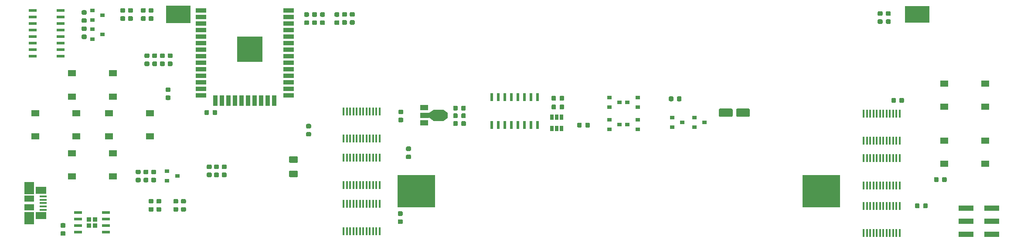
<source format=gbr>
G04 #@! TF.GenerationSoftware,KiCad,Pcbnew,(5.0.1-3-g963ef8bb5)*
G04 #@! TF.CreationDate,2019-06-17T09:36:16+02:00*
G04 #@! TF.ProjectId,cz19-badge,637A31392D62616467652E6B69636164,rev?*
G04 #@! TF.SameCoordinates,Original*
G04 #@! TF.FileFunction,Paste,Bot*
G04 #@! TF.FilePolarity,Positive*
%FSLAX46Y46*%
G04 Gerber Fmt 4.6, Leading zero omitted, Abs format (unit mm)*
G04 Created by KiCad (PCBNEW (5.0.1-3-g963ef8bb5)) date 2019 June 17, Monday 09:36:16*
%MOMM*%
%LPD*%
G01*
G04 APERTURE LIST*
%ADD10R,7.340000X6.350000*%
%ADD11C,0.100000*%
%ADD12C,1.600000*%
%ADD13C,1.250000*%
%ADD14R,0.600000X1.500000*%
%ADD15R,1.550000X1.300000*%
%ADD16R,1.380000X0.450000*%
%ADD17R,2.100000X1.475000*%
%ADD18R,1.900000X2.375000*%
%ADD19R,1.900000X1.175000*%
%ADD20R,1.500000X0.600000*%
%ADD21C,0.875000*%
%ADD22R,0.900000X0.800000*%
%ADD23R,5.000000X5.000000*%
%ADD24R,2.000000X0.900000*%
%ADD25R,0.900000X2.000000*%
%ADD26R,1.550000X0.600000*%
%ADD27R,0.950000X0.950000*%
%ADD28R,4.700000X3.430000*%
%ADD29R,4.700000X3.340000*%
%ADD30R,0.410000X1.600000*%
%ADD31C,0.850000*%
%ADD32R,1.500000X1.000000*%
%ADD33R,1.800000X1.000000*%
%ADD34R,1.840000X2.200000*%
%ADD35C,1.000000*%
%ADD36R,3.000000X1.000000*%
%ADD37R,0.650000X1.060000*%
G04 APERTURE END LIST*
D10*
G04 #@! TO.C,BT1*
X208880000Y-106120000D03*
X130220000Y-106120000D03*
G04 #@! TD*
D11*
G04 #@! TO.C,C6*
G36*
X194774504Y-90101204D02*
X194798773Y-90104804D01*
X194822571Y-90110765D01*
X194845671Y-90119030D01*
X194867849Y-90129520D01*
X194888893Y-90142133D01*
X194908598Y-90156747D01*
X194926777Y-90173223D01*
X194943253Y-90191402D01*
X194957867Y-90211107D01*
X194970480Y-90232151D01*
X194980970Y-90254329D01*
X194989235Y-90277429D01*
X194995196Y-90301227D01*
X194998796Y-90325496D01*
X195000000Y-90350000D01*
X195000000Y-91450000D01*
X194998796Y-91474504D01*
X194995196Y-91498773D01*
X194989235Y-91522571D01*
X194980970Y-91545671D01*
X194970480Y-91567849D01*
X194957867Y-91588893D01*
X194943253Y-91608598D01*
X194926777Y-91626777D01*
X194908598Y-91643253D01*
X194888893Y-91657867D01*
X194867849Y-91670480D01*
X194845671Y-91680970D01*
X194822571Y-91689235D01*
X194798773Y-91695196D01*
X194774504Y-91698796D01*
X194750000Y-91700000D01*
X192600000Y-91700000D01*
X192575496Y-91698796D01*
X192551227Y-91695196D01*
X192527429Y-91689235D01*
X192504329Y-91680970D01*
X192482151Y-91670480D01*
X192461107Y-91657867D01*
X192441402Y-91643253D01*
X192423223Y-91626777D01*
X192406747Y-91608598D01*
X192392133Y-91588893D01*
X192379520Y-91567849D01*
X192369030Y-91545671D01*
X192360765Y-91522571D01*
X192354804Y-91498773D01*
X192351204Y-91474504D01*
X192350000Y-91450000D01*
X192350000Y-90350000D01*
X192351204Y-90325496D01*
X192354804Y-90301227D01*
X192360765Y-90277429D01*
X192369030Y-90254329D01*
X192379520Y-90232151D01*
X192392133Y-90211107D01*
X192406747Y-90191402D01*
X192423223Y-90173223D01*
X192441402Y-90156747D01*
X192461107Y-90142133D01*
X192482151Y-90129520D01*
X192504329Y-90119030D01*
X192527429Y-90110765D01*
X192551227Y-90104804D01*
X192575496Y-90101204D01*
X192600000Y-90100000D01*
X194750000Y-90100000D01*
X194774504Y-90101204D01*
X194774504Y-90101204D01*
G37*
D12*
X193675000Y-90900000D03*
D11*
G36*
X191424504Y-90101204D02*
X191448773Y-90104804D01*
X191472571Y-90110765D01*
X191495671Y-90119030D01*
X191517849Y-90129520D01*
X191538893Y-90142133D01*
X191558598Y-90156747D01*
X191576777Y-90173223D01*
X191593253Y-90191402D01*
X191607867Y-90211107D01*
X191620480Y-90232151D01*
X191630970Y-90254329D01*
X191639235Y-90277429D01*
X191645196Y-90301227D01*
X191648796Y-90325496D01*
X191650000Y-90350000D01*
X191650000Y-91450000D01*
X191648796Y-91474504D01*
X191645196Y-91498773D01*
X191639235Y-91522571D01*
X191630970Y-91545671D01*
X191620480Y-91567849D01*
X191607867Y-91588893D01*
X191593253Y-91608598D01*
X191576777Y-91626777D01*
X191558598Y-91643253D01*
X191538893Y-91657867D01*
X191517849Y-91670480D01*
X191495671Y-91680970D01*
X191472571Y-91689235D01*
X191448773Y-91695196D01*
X191424504Y-91698796D01*
X191400000Y-91700000D01*
X189250000Y-91700000D01*
X189225496Y-91698796D01*
X189201227Y-91695196D01*
X189177429Y-91689235D01*
X189154329Y-91680970D01*
X189132151Y-91670480D01*
X189111107Y-91657867D01*
X189091402Y-91643253D01*
X189073223Y-91626777D01*
X189056747Y-91608598D01*
X189042133Y-91588893D01*
X189029520Y-91567849D01*
X189019030Y-91545671D01*
X189010765Y-91522571D01*
X189004804Y-91498773D01*
X189001204Y-91474504D01*
X189000000Y-91450000D01*
X189000000Y-90350000D01*
X189001204Y-90325496D01*
X189004804Y-90301227D01*
X189010765Y-90277429D01*
X189019030Y-90254329D01*
X189029520Y-90232151D01*
X189042133Y-90211107D01*
X189056747Y-90191402D01*
X189073223Y-90173223D01*
X189091402Y-90156747D01*
X189111107Y-90142133D01*
X189132151Y-90129520D01*
X189154329Y-90119030D01*
X189177429Y-90110765D01*
X189201227Y-90104804D01*
X189225496Y-90101204D01*
X189250000Y-90100000D01*
X191400000Y-90100000D01*
X191424504Y-90101204D01*
X191424504Y-90101204D01*
G37*
D12*
X190325000Y-90900000D03*
G04 #@! TD*
D11*
G04 #@! TO.C,C5*
G36*
X106999504Y-102176204D02*
X107023773Y-102179804D01*
X107047571Y-102185765D01*
X107070671Y-102194030D01*
X107092849Y-102204520D01*
X107113893Y-102217133D01*
X107133598Y-102231747D01*
X107151777Y-102248223D01*
X107168253Y-102266402D01*
X107182867Y-102286107D01*
X107195480Y-102307151D01*
X107205970Y-102329329D01*
X107214235Y-102352429D01*
X107220196Y-102376227D01*
X107223796Y-102400496D01*
X107225000Y-102425000D01*
X107225000Y-103175000D01*
X107223796Y-103199504D01*
X107220196Y-103223773D01*
X107214235Y-103247571D01*
X107205970Y-103270671D01*
X107195480Y-103292849D01*
X107182867Y-103313893D01*
X107168253Y-103333598D01*
X107151777Y-103351777D01*
X107133598Y-103368253D01*
X107113893Y-103382867D01*
X107092849Y-103395480D01*
X107070671Y-103405970D01*
X107047571Y-103414235D01*
X107023773Y-103420196D01*
X106999504Y-103423796D01*
X106975000Y-103425000D01*
X105725000Y-103425000D01*
X105700496Y-103423796D01*
X105676227Y-103420196D01*
X105652429Y-103414235D01*
X105629329Y-103405970D01*
X105607151Y-103395480D01*
X105586107Y-103382867D01*
X105566402Y-103368253D01*
X105548223Y-103351777D01*
X105531747Y-103333598D01*
X105517133Y-103313893D01*
X105504520Y-103292849D01*
X105494030Y-103270671D01*
X105485765Y-103247571D01*
X105479804Y-103223773D01*
X105476204Y-103199504D01*
X105475000Y-103175000D01*
X105475000Y-102425000D01*
X105476204Y-102400496D01*
X105479804Y-102376227D01*
X105485765Y-102352429D01*
X105494030Y-102329329D01*
X105504520Y-102307151D01*
X105517133Y-102286107D01*
X105531747Y-102266402D01*
X105548223Y-102248223D01*
X105566402Y-102231747D01*
X105586107Y-102217133D01*
X105607151Y-102204520D01*
X105629329Y-102194030D01*
X105652429Y-102185765D01*
X105676227Y-102179804D01*
X105700496Y-102176204D01*
X105725000Y-102175000D01*
X106975000Y-102175000D01*
X106999504Y-102176204D01*
X106999504Y-102176204D01*
G37*
D13*
X106350000Y-102800000D03*
D11*
G36*
X106999504Y-99376204D02*
X107023773Y-99379804D01*
X107047571Y-99385765D01*
X107070671Y-99394030D01*
X107092849Y-99404520D01*
X107113893Y-99417133D01*
X107133598Y-99431747D01*
X107151777Y-99448223D01*
X107168253Y-99466402D01*
X107182867Y-99486107D01*
X107195480Y-99507151D01*
X107205970Y-99529329D01*
X107214235Y-99552429D01*
X107220196Y-99576227D01*
X107223796Y-99600496D01*
X107225000Y-99625000D01*
X107225000Y-100375000D01*
X107223796Y-100399504D01*
X107220196Y-100423773D01*
X107214235Y-100447571D01*
X107205970Y-100470671D01*
X107195480Y-100492849D01*
X107182867Y-100513893D01*
X107168253Y-100533598D01*
X107151777Y-100551777D01*
X107133598Y-100568253D01*
X107113893Y-100582867D01*
X107092849Y-100595480D01*
X107070671Y-100605970D01*
X107047571Y-100614235D01*
X107023773Y-100620196D01*
X106999504Y-100623796D01*
X106975000Y-100625000D01*
X105725000Y-100625000D01*
X105700496Y-100623796D01*
X105676227Y-100620196D01*
X105652429Y-100614235D01*
X105629329Y-100605970D01*
X105607151Y-100595480D01*
X105586107Y-100582867D01*
X105566402Y-100568253D01*
X105548223Y-100551777D01*
X105531747Y-100533598D01*
X105517133Y-100513893D01*
X105504520Y-100492849D01*
X105494030Y-100470671D01*
X105485765Y-100447571D01*
X105479804Y-100423773D01*
X105476204Y-100399504D01*
X105475000Y-100375000D01*
X105475000Y-99625000D01*
X105476204Y-99600496D01*
X105479804Y-99576227D01*
X105485765Y-99552429D01*
X105494030Y-99529329D01*
X105504520Y-99507151D01*
X105517133Y-99486107D01*
X105531747Y-99466402D01*
X105548223Y-99448223D01*
X105566402Y-99431747D01*
X105586107Y-99417133D01*
X105607151Y-99404520D01*
X105629329Y-99394030D01*
X105652429Y-99385765D01*
X105676227Y-99379804D01*
X105700496Y-99376204D01*
X105725000Y-99375000D01*
X106975000Y-99375000D01*
X106999504Y-99376204D01*
X106999504Y-99376204D01*
G37*
D13*
X106350000Y-100000000D03*
G04 #@! TD*
D14*
G04 #@! TO.C,U7*
X144855000Y-93300000D03*
X146125000Y-93300000D03*
X147395000Y-93300000D03*
X148665000Y-93300000D03*
X149935000Y-93300000D03*
X151205000Y-93300000D03*
X152475000Y-93300000D03*
X153745000Y-93300000D03*
X153745000Y-87900000D03*
X152475000Y-87900000D03*
X151205000Y-87900000D03*
X149935000Y-87900000D03*
X148665000Y-87900000D03*
X147395000Y-87900000D03*
X146125000Y-87900000D03*
X144855000Y-87900000D03*
G04 #@! TD*
D15*
G04 #@! TO.C,SW6*
X240675000Y-96350000D03*
X232725000Y-96350000D03*
X240675000Y-100850000D03*
X232725000Y-100850000D03*
G04 #@! TD*
G04 #@! TO.C,SW5*
X240675000Y-85250000D03*
X232725000Y-85250000D03*
X240675000Y-89750000D03*
X232725000Y-89750000D03*
G04 #@! TD*
G04 #@! TO.C,SW4*
X78475000Y-91000000D03*
X70525000Y-91000000D03*
X78475000Y-95500000D03*
X70525000Y-95500000D03*
G04 #@! TD*
G04 #@! TO.C,SW3*
X64175000Y-91000000D03*
X56225000Y-91000000D03*
X64175000Y-95500000D03*
X56225000Y-95500000D03*
G04 #@! TD*
G04 #@! TO.C,SW2*
X71325000Y-98750000D03*
X63375000Y-98750000D03*
X71325000Y-103250000D03*
X63375000Y-103250000D03*
G04 #@! TD*
G04 #@! TO.C,SW1*
X71325000Y-83250000D03*
X63375000Y-83250000D03*
X71325000Y-87750000D03*
X63375000Y-87750000D03*
G04 #@! TD*
D16*
G04 #@! TO.C,J1*
X57710000Y-109760000D03*
X57710000Y-109110000D03*
X57710000Y-108460000D03*
X57710000Y-107810000D03*
X57710000Y-107160000D03*
D17*
X57350000Y-110922500D03*
X57350000Y-105997500D03*
D18*
X55050000Y-111370000D03*
X55050000Y-105550000D03*
D19*
X55050000Y-109300000D03*
X55050000Y-107620000D03*
G04 #@! TD*
D20*
G04 #@! TO.C,U8*
X61150000Y-71055000D03*
X61150000Y-72325000D03*
X61150000Y-73595000D03*
X61150000Y-74865000D03*
X61150000Y-76135000D03*
X61150000Y-77405000D03*
X61150000Y-78675000D03*
X61150000Y-79945000D03*
X55750000Y-79945000D03*
X55750000Y-78675000D03*
X55750000Y-77405000D03*
X55750000Y-76135000D03*
X55750000Y-74865000D03*
X55750000Y-73595000D03*
X55750000Y-72325000D03*
X55750000Y-71055000D03*
G04 #@! TD*
D11*
G04 #@! TO.C,R8*
G36*
X65977691Y-72551053D02*
X65998926Y-72554203D01*
X66019750Y-72559419D01*
X66039962Y-72566651D01*
X66059368Y-72575830D01*
X66077781Y-72586866D01*
X66095024Y-72599654D01*
X66110930Y-72614070D01*
X66125346Y-72629976D01*
X66138134Y-72647219D01*
X66149170Y-72665632D01*
X66158349Y-72685038D01*
X66165581Y-72705250D01*
X66170797Y-72726074D01*
X66173947Y-72747309D01*
X66175000Y-72768750D01*
X66175000Y-73206250D01*
X66173947Y-73227691D01*
X66170797Y-73248926D01*
X66165581Y-73269750D01*
X66158349Y-73289962D01*
X66149170Y-73309368D01*
X66138134Y-73327781D01*
X66125346Y-73345024D01*
X66110930Y-73360930D01*
X66095024Y-73375346D01*
X66077781Y-73388134D01*
X66059368Y-73399170D01*
X66039962Y-73408349D01*
X66019750Y-73415581D01*
X65998926Y-73420797D01*
X65977691Y-73423947D01*
X65956250Y-73425000D01*
X65443750Y-73425000D01*
X65422309Y-73423947D01*
X65401074Y-73420797D01*
X65380250Y-73415581D01*
X65360038Y-73408349D01*
X65340632Y-73399170D01*
X65322219Y-73388134D01*
X65304976Y-73375346D01*
X65289070Y-73360930D01*
X65274654Y-73345024D01*
X65261866Y-73327781D01*
X65250830Y-73309368D01*
X65241651Y-73289962D01*
X65234419Y-73269750D01*
X65229203Y-73248926D01*
X65226053Y-73227691D01*
X65225000Y-73206250D01*
X65225000Y-72768750D01*
X65226053Y-72747309D01*
X65229203Y-72726074D01*
X65234419Y-72705250D01*
X65241651Y-72685038D01*
X65250830Y-72665632D01*
X65261866Y-72647219D01*
X65274654Y-72629976D01*
X65289070Y-72614070D01*
X65304976Y-72599654D01*
X65322219Y-72586866D01*
X65340632Y-72575830D01*
X65360038Y-72566651D01*
X65380250Y-72559419D01*
X65401074Y-72554203D01*
X65422309Y-72551053D01*
X65443750Y-72550000D01*
X65956250Y-72550000D01*
X65977691Y-72551053D01*
X65977691Y-72551053D01*
G37*
D21*
X65700000Y-72987500D03*
D11*
G36*
X65977691Y-70976053D02*
X65998926Y-70979203D01*
X66019750Y-70984419D01*
X66039962Y-70991651D01*
X66059368Y-71000830D01*
X66077781Y-71011866D01*
X66095024Y-71024654D01*
X66110930Y-71039070D01*
X66125346Y-71054976D01*
X66138134Y-71072219D01*
X66149170Y-71090632D01*
X66158349Y-71110038D01*
X66165581Y-71130250D01*
X66170797Y-71151074D01*
X66173947Y-71172309D01*
X66175000Y-71193750D01*
X66175000Y-71631250D01*
X66173947Y-71652691D01*
X66170797Y-71673926D01*
X66165581Y-71694750D01*
X66158349Y-71714962D01*
X66149170Y-71734368D01*
X66138134Y-71752781D01*
X66125346Y-71770024D01*
X66110930Y-71785930D01*
X66095024Y-71800346D01*
X66077781Y-71813134D01*
X66059368Y-71824170D01*
X66039962Y-71833349D01*
X66019750Y-71840581D01*
X65998926Y-71845797D01*
X65977691Y-71848947D01*
X65956250Y-71850000D01*
X65443750Y-71850000D01*
X65422309Y-71848947D01*
X65401074Y-71845797D01*
X65380250Y-71840581D01*
X65360038Y-71833349D01*
X65340632Y-71824170D01*
X65322219Y-71813134D01*
X65304976Y-71800346D01*
X65289070Y-71785930D01*
X65274654Y-71770024D01*
X65261866Y-71752781D01*
X65250830Y-71734368D01*
X65241651Y-71714962D01*
X65234419Y-71694750D01*
X65229203Y-71673926D01*
X65226053Y-71652691D01*
X65225000Y-71631250D01*
X65225000Y-71193750D01*
X65226053Y-71172309D01*
X65229203Y-71151074D01*
X65234419Y-71130250D01*
X65241651Y-71110038D01*
X65250830Y-71090632D01*
X65261866Y-71072219D01*
X65274654Y-71054976D01*
X65289070Y-71039070D01*
X65304976Y-71024654D01*
X65322219Y-71011866D01*
X65340632Y-71000830D01*
X65360038Y-70991651D01*
X65380250Y-70984419D01*
X65401074Y-70979203D01*
X65422309Y-70976053D01*
X65443750Y-70975000D01*
X65956250Y-70975000D01*
X65977691Y-70976053D01*
X65977691Y-70976053D01*
G37*
D21*
X65700000Y-71412500D03*
G04 #@! TD*
D11*
G04 #@! TO.C,R15*
G36*
X109177691Y-72951053D02*
X109198926Y-72954203D01*
X109219750Y-72959419D01*
X109239962Y-72966651D01*
X109259368Y-72975830D01*
X109277781Y-72986866D01*
X109295024Y-72999654D01*
X109310930Y-73014070D01*
X109325346Y-73029976D01*
X109338134Y-73047219D01*
X109349170Y-73065632D01*
X109358349Y-73085038D01*
X109365581Y-73105250D01*
X109370797Y-73126074D01*
X109373947Y-73147309D01*
X109375000Y-73168750D01*
X109375000Y-73606250D01*
X109373947Y-73627691D01*
X109370797Y-73648926D01*
X109365581Y-73669750D01*
X109358349Y-73689962D01*
X109349170Y-73709368D01*
X109338134Y-73727781D01*
X109325346Y-73745024D01*
X109310930Y-73760930D01*
X109295024Y-73775346D01*
X109277781Y-73788134D01*
X109259368Y-73799170D01*
X109239962Y-73808349D01*
X109219750Y-73815581D01*
X109198926Y-73820797D01*
X109177691Y-73823947D01*
X109156250Y-73825000D01*
X108643750Y-73825000D01*
X108622309Y-73823947D01*
X108601074Y-73820797D01*
X108580250Y-73815581D01*
X108560038Y-73808349D01*
X108540632Y-73799170D01*
X108522219Y-73788134D01*
X108504976Y-73775346D01*
X108489070Y-73760930D01*
X108474654Y-73745024D01*
X108461866Y-73727781D01*
X108450830Y-73709368D01*
X108441651Y-73689962D01*
X108434419Y-73669750D01*
X108429203Y-73648926D01*
X108426053Y-73627691D01*
X108425000Y-73606250D01*
X108425000Y-73168750D01*
X108426053Y-73147309D01*
X108429203Y-73126074D01*
X108434419Y-73105250D01*
X108441651Y-73085038D01*
X108450830Y-73065632D01*
X108461866Y-73047219D01*
X108474654Y-73029976D01*
X108489070Y-73014070D01*
X108504976Y-72999654D01*
X108522219Y-72986866D01*
X108540632Y-72975830D01*
X108560038Y-72966651D01*
X108580250Y-72959419D01*
X108601074Y-72954203D01*
X108622309Y-72951053D01*
X108643750Y-72950000D01*
X109156250Y-72950000D01*
X109177691Y-72951053D01*
X109177691Y-72951053D01*
G37*
D21*
X108900000Y-73387500D03*
D11*
G36*
X109177691Y-71376053D02*
X109198926Y-71379203D01*
X109219750Y-71384419D01*
X109239962Y-71391651D01*
X109259368Y-71400830D01*
X109277781Y-71411866D01*
X109295024Y-71424654D01*
X109310930Y-71439070D01*
X109325346Y-71454976D01*
X109338134Y-71472219D01*
X109349170Y-71490632D01*
X109358349Y-71510038D01*
X109365581Y-71530250D01*
X109370797Y-71551074D01*
X109373947Y-71572309D01*
X109375000Y-71593750D01*
X109375000Y-72031250D01*
X109373947Y-72052691D01*
X109370797Y-72073926D01*
X109365581Y-72094750D01*
X109358349Y-72114962D01*
X109349170Y-72134368D01*
X109338134Y-72152781D01*
X109325346Y-72170024D01*
X109310930Y-72185930D01*
X109295024Y-72200346D01*
X109277781Y-72213134D01*
X109259368Y-72224170D01*
X109239962Y-72233349D01*
X109219750Y-72240581D01*
X109198926Y-72245797D01*
X109177691Y-72248947D01*
X109156250Y-72250000D01*
X108643750Y-72250000D01*
X108622309Y-72248947D01*
X108601074Y-72245797D01*
X108580250Y-72240581D01*
X108560038Y-72233349D01*
X108540632Y-72224170D01*
X108522219Y-72213134D01*
X108504976Y-72200346D01*
X108489070Y-72185930D01*
X108474654Y-72170024D01*
X108461866Y-72152781D01*
X108450830Y-72134368D01*
X108441651Y-72114962D01*
X108434419Y-72094750D01*
X108429203Y-72073926D01*
X108426053Y-72052691D01*
X108425000Y-72031250D01*
X108425000Y-71593750D01*
X108426053Y-71572309D01*
X108429203Y-71551074D01*
X108434419Y-71530250D01*
X108441651Y-71510038D01*
X108450830Y-71490632D01*
X108461866Y-71472219D01*
X108474654Y-71454976D01*
X108489070Y-71439070D01*
X108504976Y-71424654D01*
X108522219Y-71411866D01*
X108540632Y-71400830D01*
X108560038Y-71391651D01*
X108580250Y-71384419D01*
X108601074Y-71379203D01*
X108622309Y-71376053D01*
X108643750Y-71375000D01*
X109156250Y-71375000D01*
X109177691Y-71376053D01*
X109177691Y-71376053D01*
G37*
D21*
X108900000Y-71812500D03*
G04 #@! TD*
D11*
G04 #@! TO.C,R7*
G36*
X65977691Y-74126053D02*
X65998926Y-74129203D01*
X66019750Y-74134419D01*
X66039962Y-74141651D01*
X66059368Y-74150830D01*
X66077781Y-74161866D01*
X66095024Y-74174654D01*
X66110930Y-74189070D01*
X66125346Y-74204976D01*
X66138134Y-74222219D01*
X66149170Y-74240632D01*
X66158349Y-74260038D01*
X66165581Y-74280250D01*
X66170797Y-74301074D01*
X66173947Y-74322309D01*
X66175000Y-74343750D01*
X66175000Y-74781250D01*
X66173947Y-74802691D01*
X66170797Y-74823926D01*
X66165581Y-74844750D01*
X66158349Y-74864962D01*
X66149170Y-74884368D01*
X66138134Y-74902781D01*
X66125346Y-74920024D01*
X66110930Y-74935930D01*
X66095024Y-74950346D01*
X66077781Y-74963134D01*
X66059368Y-74974170D01*
X66039962Y-74983349D01*
X66019750Y-74990581D01*
X65998926Y-74995797D01*
X65977691Y-74998947D01*
X65956250Y-75000000D01*
X65443750Y-75000000D01*
X65422309Y-74998947D01*
X65401074Y-74995797D01*
X65380250Y-74990581D01*
X65360038Y-74983349D01*
X65340632Y-74974170D01*
X65322219Y-74963134D01*
X65304976Y-74950346D01*
X65289070Y-74935930D01*
X65274654Y-74920024D01*
X65261866Y-74902781D01*
X65250830Y-74884368D01*
X65241651Y-74864962D01*
X65234419Y-74844750D01*
X65229203Y-74823926D01*
X65226053Y-74802691D01*
X65225000Y-74781250D01*
X65225000Y-74343750D01*
X65226053Y-74322309D01*
X65229203Y-74301074D01*
X65234419Y-74280250D01*
X65241651Y-74260038D01*
X65250830Y-74240632D01*
X65261866Y-74222219D01*
X65274654Y-74204976D01*
X65289070Y-74189070D01*
X65304976Y-74174654D01*
X65322219Y-74161866D01*
X65340632Y-74150830D01*
X65360038Y-74141651D01*
X65380250Y-74134419D01*
X65401074Y-74129203D01*
X65422309Y-74126053D01*
X65443750Y-74125000D01*
X65956250Y-74125000D01*
X65977691Y-74126053D01*
X65977691Y-74126053D01*
G37*
D21*
X65700000Y-74562500D03*
D11*
G36*
X65977691Y-75701053D02*
X65998926Y-75704203D01*
X66019750Y-75709419D01*
X66039962Y-75716651D01*
X66059368Y-75725830D01*
X66077781Y-75736866D01*
X66095024Y-75749654D01*
X66110930Y-75764070D01*
X66125346Y-75779976D01*
X66138134Y-75797219D01*
X66149170Y-75815632D01*
X66158349Y-75835038D01*
X66165581Y-75855250D01*
X66170797Y-75876074D01*
X66173947Y-75897309D01*
X66175000Y-75918750D01*
X66175000Y-76356250D01*
X66173947Y-76377691D01*
X66170797Y-76398926D01*
X66165581Y-76419750D01*
X66158349Y-76439962D01*
X66149170Y-76459368D01*
X66138134Y-76477781D01*
X66125346Y-76495024D01*
X66110930Y-76510930D01*
X66095024Y-76525346D01*
X66077781Y-76538134D01*
X66059368Y-76549170D01*
X66039962Y-76558349D01*
X66019750Y-76565581D01*
X65998926Y-76570797D01*
X65977691Y-76573947D01*
X65956250Y-76575000D01*
X65443750Y-76575000D01*
X65422309Y-76573947D01*
X65401074Y-76570797D01*
X65380250Y-76565581D01*
X65360038Y-76558349D01*
X65340632Y-76549170D01*
X65322219Y-76538134D01*
X65304976Y-76525346D01*
X65289070Y-76510930D01*
X65274654Y-76495024D01*
X65261866Y-76477781D01*
X65250830Y-76459368D01*
X65241651Y-76439962D01*
X65234419Y-76419750D01*
X65229203Y-76398926D01*
X65226053Y-76377691D01*
X65225000Y-76356250D01*
X65225000Y-75918750D01*
X65226053Y-75897309D01*
X65229203Y-75876074D01*
X65234419Y-75855250D01*
X65241651Y-75835038D01*
X65250830Y-75815632D01*
X65261866Y-75797219D01*
X65274654Y-75779976D01*
X65289070Y-75764070D01*
X65304976Y-75749654D01*
X65322219Y-75736866D01*
X65340632Y-75725830D01*
X65360038Y-75716651D01*
X65380250Y-75709419D01*
X65401074Y-75704203D01*
X65422309Y-75701053D01*
X65443750Y-75700000D01*
X65956250Y-75700000D01*
X65977691Y-75701053D01*
X65977691Y-75701053D01*
G37*
D21*
X65700000Y-76137500D03*
G04 #@! TD*
D11*
G04 #@! TO.C,R16*
G36*
X82277691Y-87551053D02*
X82298926Y-87554203D01*
X82319750Y-87559419D01*
X82339962Y-87566651D01*
X82359368Y-87575830D01*
X82377781Y-87586866D01*
X82395024Y-87599654D01*
X82410930Y-87614070D01*
X82425346Y-87629976D01*
X82438134Y-87647219D01*
X82449170Y-87665632D01*
X82458349Y-87685038D01*
X82465581Y-87705250D01*
X82470797Y-87726074D01*
X82473947Y-87747309D01*
X82475000Y-87768750D01*
X82475000Y-88206250D01*
X82473947Y-88227691D01*
X82470797Y-88248926D01*
X82465581Y-88269750D01*
X82458349Y-88289962D01*
X82449170Y-88309368D01*
X82438134Y-88327781D01*
X82425346Y-88345024D01*
X82410930Y-88360930D01*
X82395024Y-88375346D01*
X82377781Y-88388134D01*
X82359368Y-88399170D01*
X82339962Y-88408349D01*
X82319750Y-88415581D01*
X82298926Y-88420797D01*
X82277691Y-88423947D01*
X82256250Y-88425000D01*
X81743750Y-88425000D01*
X81722309Y-88423947D01*
X81701074Y-88420797D01*
X81680250Y-88415581D01*
X81660038Y-88408349D01*
X81640632Y-88399170D01*
X81622219Y-88388134D01*
X81604976Y-88375346D01*
X81589070Y-88360930D01*
X81574654Y-88345024D01*
X81561866Y-88327781D01*
X81550830Y-88309368D01*
X81541651Y-88289962D01*
X81534419Y-88269750D01*
X81529203Y-88248926D01*
X81526053Y-88227691D01*
X81525000Y-88206250D01*
X81525000Y-87768750D01*
X81526053Y-87747309D01*
X81529203Y-87726074D01*
X81534419Y-87705250D01*
X81541651Y-87685038D01*
X81550830Y-87665632D01*
X81561866Y-87647219D01*
X81574654Y-87629976D01*
X81589070Y-87614070D01*
X81604976Y-87599654D01*
X81622219Y-87586866D01*
X81640632Y-87575830D01*
X81660038Y-87566651D01*
X81680250Y-87559419D01*
X81701074Y-87554203D01*
X81722309Y-87551053D01*
X81743750Y-87550000D01*
X82256250Y-87550000D01*
X82277691Y-87551053D01*
X82277691Y-87551053D01*
G37*
D21*
X82000000Y-87987500D03*
D11*
G36*
X82277691Y-85976053D02*
X82298926Y-85979203D01*
X82319750Y-85984419D01*
X82339962Y-85991651D01*
X82359368Y-86000830D01*
X82377781Y-86011866D01*
X82395024Y-86024654D01*
X82410930Y-86039070D01*
X82425346Y-86054976D01*
X82438134Y-86072219D01*
X82449170Y-86090632D01*
X82458349Y-86110038D01*
X82465581Y-86130250D01*
X82470797Y-86151074D01*
X82473947Y-86172309D01*
X82475000Y-86193750D01*
X82475000Y-86631250D01*
X82473947Y-86652691D01*
X82470797Y-86673926D01*
X82465581Y-86694750D01*
X82458349Y-86714962D01*
X82449170Y-86734368D01*
X82438134Y-86752781D01*
X82425346Y-86770024D01*
X82410930Y-86785930D01*
X82395024Y-86800346D01*
X82377781Y-86813134D01*
X82359368Y-86824170D01*
X82339962Y-86833349D01*
X82319750Y-86840581D01*
X82298926Y-86845797D01*
X82277691Y-86848947D01*
X82256250Y-86850000D01*
X81743750Y-86850000D01*
X81722309Y-86848947D01*
X81701074Y-86845797D01*
X81680250Y-86840581D01*
X81660038Y-86833349D01*
X81640632Y-86824170D01*
X81622219Y-86813134D01*
X81604976Y-86800346D01*
X81589070Y-86785930D01*
X81574654Y-86770024D01*
X81561866Y-86752781D01*
X81550830Y-86734368D01*
X81541651Y-86714962D01*
X81534419Y-86694750D01*
X81529203Y-86673926D01*
X81526053Y-86652691D01*
X81525000Y-86631250D01*
X81525000Y-86193750D01*
X81526053Y-86172309D01*
X81529203Y-86151074D01*
X81534419Y-86130250D01*
X81541651Y-86110038D01*
X81550830Y-86090632D01*
X81561866Y-86072219D01*
X81574654Y-86054976D01*
X81589070Y-86039070D01*
X81604976Y-86024654D01*
X81622219Y-86011866D01*
X81640632Y-86000830D01*
X81660038Y-85991651D01*
X81680250Y-85984419D01*
X81701074Y-85979203D01*
X81722309Y-85976053D01*
X81743750Y-85975000D01*
X82256250Y-85975000D01*
X82277691Y-85976053D01*
X82277691Y-85976053D01*
G37*
D21*
X82000000Y-86412500D03*
G04 #@! TD*
D22*
G04 #@! TO.C,Q1*
X67300000Y-76600000D03*
X67300000Y-74700000D03*
X69300000Y-75650000D03*
G04 #@! TD*
D11*
G04 #@! TO.C,C1*
G36*
X110727691Y-72951053D02*
X110748926Y-72954203D01*
X110769750Y-72959419D01*
X110789962Y-72966651D01*
X110809368Y-72975830D01*
X110827781Y-72986866D01*
X110845024Y-72999654D01*
X110860930Y-73014070D01*
X110875346Y-73029976D01*
X110888134Y-73047219D01*
X110899170Y-73065632D01*
X110908349Y-73085038D01*
X110915581Y-73105250D01*
X110920797Y-73126074D01*
X110923947Y-73147309D01*
X110925000Y-73168750D01*
X110925000Y-73606250D01*
X110923947Y-73627691D01*
X110920797Y-73648926D01*
X110915581Y-73669750D01*
X110908349Y-73689962D01*
X110899170Y-73709368D01*
X110888134Y-73727781D01*
X110875346Y-73745024D01*
X110860930Y-73760930D01*
X110845024Y-73775346D01*
X110827781Y-73788134D01*
X110809368Y-73799170D01*
X110789962Y-73808349D01*
X110769750Y-73815581D01*
X110748926Y-73820797D01*
X110727691Y-73823947D01*
X110706250Y-73825000D01*
X110193750Y-73825000D01*
X110172309Y-73823947D01*
X110151074Y-73820797D01*
X110130250Y-73815581D01*
X110110038Y-73808349D01*
X110090632Y-73799170D01*
X110072219Y-73788134D01*
X110054976Y-73775346D01*
X110039070Y-73760930D01*
X110024654Y-73745024D01*
X110011866Y-73727781D01*
X110000830Y-73709368D01*
X109991651Y-73689962D01*
X109984419Y-73669750D01*
X109979203Y-73648926D01*
X109976053Y-73627691D01*
X109975000Y-73606250D01*
X109975000Y-73168750D01*
X109976053Y-73147309D01*
X109979203Y-73126074D01*
X109984419Y-73105250D01*
X109991651Y-73085038D01*
X110000830Y-73065632D01*
X110011866Y-73047219D01*
X110024654Y-73029976D01*
X110039070Y-73014070D01*
X110054976Y-72999654D01*
X110072219Y-72986866D01*
X110090632Y-72975830D01*
X110110038Y-72966651D01*
X110130250Y-72959419D01*
X110151074Y-72954203D01*
X110172309Y-72951053D01*
X110193750Y-72950000D01*
X110706250Y-72950000D01*
X110727691Y-72951053D01*
X110727691Y-72951053D01*
G37*
D21*
X110450000Y-73387500D03*
D11*
G36*
X110727691Y-71376053D02*
X110748926Y-71379203D01*
X110769750Y-71384419D01*
X110789962Y-71391651D01*
X110809368Y-71400830D01*
X110827781Y-71411866D01*
X110845024Y-71424654D01*
X110860930Y-71439070D01*
X110875346Y-71454976D01*
X110888134Y-71472219D01*
X110899170Y-71490632D01*
X110908349Y-71510038D01*
X110915581Y-71530250D01*
X110920797Y-71551074D01*
X110923947Y-71572309D01*
X110925000Y-71593750D01*
X110925000Y-72031250D01*
X110923947Y-72052691D01*
X110920797Y-72073926D01*
X110915581Y-72094750D01*
X110908349Y-72114962D01*
X110899170Y-72134368D01*
X110888134Y-72152781D01*
X110875346Y-72170024D01*
X110860930Y-72185930D01*
X110845024Y-72200346D01*
X110827781Y-72213134D01*
X110809368Y-72224170D01*
X110789962Y-72233349D01*
X110769750Y-72240581D01*
X110748926Y-72245797D01*
X110727691Y-72248947D01*
X110706250Y-72250000D01*
X110193750Y-72250000D01*
X110172309Y-72248947D01*
X110151074Y-72245797D01*
X110130250Y-72240581D01*
X110110038Y-72233349D01*
X110090632Y-72224170D01*
X110072219Y-72213134D01*
X110054976Y-72200346D01*
X110039070Y-72185930D01*
X110024654Y-72170024D01*
X110011866Y-72152781D01*
X110000830Y-72134368D01*
X109991651Y-72114962D01*
X109984419Y-72094750D01*
X109979203Y-72073926D01*
X109976053Y-72052691D01*
X109975000Y-72031250D01*
X109975000Y-71593750D01*
X109976053Y-71572309D01*
X109979203Y-71551074D01*
X109984419Y-71530250D01*
X109991651Y-71510038D01*
X110000830Y-71490632D01*
X110011866Y-71472219D01*
X110024654Y-71454976D01*
X110039070Y-71439070D01*
X110054976Y-71424654D01*
X110072219Y-71411866D01*
X110090632Y-71400830D01*
X110110038Y-71391651D01*
X110130250Y-71384419D01*
X110151074Y-71379203D01*
X110172309Y-71376053D01*
X110193750Y-71375000D01*
X110706250Y-71375000D01*
X110727691Y-71376053D01*
X110727691Y-71376053D01*
G37*
D21*
X110450000Y-71812500D03*
G04 #@! TD*
D11*
G04 #@! TO.C,C2*
G36*
X112277691Y-71376053D02*
X112298926Y-71379203D01*
X112319750Y-71384419D01*
X112339962Y-71391651D01*
X112359368Y-71400830D01*
X112377781Y-71411866D01*
X112395024Y-71424654D01*
X112410930Y-71439070D01*
X112425346Y-71454976D01*
X112438134Y-71472219D01*
X112449170Y-71490632D01*
X112458349Y-71510038D01*
X112465581Y-71530250D01*
X112470797Y-71551074D01*
X112473947Y-71572309D01*
X112475000Y-71593750D01*
X112475000Y-72031250D01*
X112473947Y-72052691D01*
X112470797Y-72073926D01*
X112465581Y-72094750D01*
X112458349Y-72114962D01*
X112449170Y-72134368D01*
X112438134Y-72152781D01*
X112425346Y-72170024D01*
X112410930Y-72185930D01*
X112395024Y-72200346D01*
X112377781Y-72213134D01*
X112359368Y-72224170D01*
X112339962Y-72233349D01*
X112319750Y-72240581D01*
X112298926Y-72245797D01*
X112277691Y-72248947D01*
X112256250Y-72250000D01*
X111743750Y-72250000D01*
X111722309Y-72248947D01*
X111701074Y-72245797D01*
X111680250Y-72240581D01*
X111660038Y-72233349D01*
X111640632Y-72224170D01*
X111622219Y-72213134D01*
X111604976Y-72200346D01*
X111589070Y-72185930D01*
X111574654Y-72170024D01*
X111561866Y-72152781D01*
X111550830Y-72134368D01*
X111541651Y-72114962D01*
X111534419Y-72094750D01*
X111529203Y-72073926D01*
X111526053Y-72052691D01*
X111525000Y-72031250D01*
X111525000Y-71593750D01*
X111526053Y-71572309D01*
X111529203Y-71551074D01*
X111534419Y-71530250D01*
X111541651Y-71510038D01*
X111550830Y-71490632D01*
X111561866Y-71472219D01*
X111574654Y-71454976D01*
X111589070Y-71439070D01*
X111604976Y-71424654D01*
X111622219Y-71411866D01*
X111640632Y-71400830D01*
X111660038Y-71391651D01*
X111680250Y-71384419D01*
X111701074Y-71379203D01*
X111722309Y-71376053D01*
X111743750Y-71375000D01*
X112256250Y-71375000D01*
X112277691Y-71376053D01*
X112277691Y-71376053D01*
G37*
D21*
X112000000Y-71812500D03*
D11*
G36*
X112277691Y-72951053D02*
X112298926Y-72954203D01*
X112319750Y-72959419D01*
X112339962Y-72966651D01*
X112359368Y-72975830D01*
X112377781Y-72986866D01*
X112395024Y-72999654D01*
X112410930Y-73014070D01*
X112425346Y-73029976D01*
X112438134Y-73047219D01*
X112449170Y-73065632D01*
X112458349Y-73085038D01*
X112465581Y-73105250D01*
X112470797Y-73126074D01*
X112473947Y-73147309D01*
X112475000Y-73168750D01*
X112475000Y-73606250D01*
X112473947Y-73627691D01*
X112470797Y-73648926D01*
X112465581Y-73669750D01*
X112458349Y-73689962D01*
X112449170Y-73709368D01*
X112438134Y-73727781D01*
X112425346Y-73745024D01*
X112410930Y-73760930D01*
X112395024Y-73775346D01*
X112377781Y-73788134D01*
X112359368Y-73799170D01*
X112339962Y-73808349D01*
X112319750Y-73815581D01*
X112298926Y-73820797D01*
X112277691Y-73823947D01*
X112256250Y-73825000D01*
X111743750Y-73825000D01*
X111722309Y-73823947D01*
X111701074Y-73820797D01*
X111680250Y-73815581D01*
X111660038Y-73808349D01*
X111640632Y-73799170D01*
X111622219Y-73788134D01*
X111604976Y-73775346D01*
X111589070Y-73760930D01*
X111574654Y-73745024D01*
X111561866Y-73727781D01*
X111550830Y-73709368D01*
X111541651Y-73689962D01*
X111534419Y-73669750D01*
X111529203Y-73648926D01*
X111526053Y-73627691D01*
X111525000Y-73606250D01*
X111525000Y-73168750D01*
X111526053Y-73147309D01*
X111529203Y-73126074D01*
X111534419Y-73105250D01*
X111541651Y-73085038D01*
X111550830Y-73065632D01*
X111561866Y-73047219D01*
X111574654Y-73029976D01*
X111589070Y-73014070D01*
X111604976Y-72999654D01*
X111622219Y-72986866D01*
X111640632Y-72975830D01*
X111660038Y-72966651D01*
X111680250Y-72959419D01*
X111701074Y-72954203D01*
X111722309Y-72951053D01*
X111743750Y-72950000D01*
X112256250Y-72950000D01*
X112277691Y-72951053D01*
X112277691Y-72951053D01*
G37*
D21*
X112000000Y-73387500D03*
G04 #@! TD*
D22*
G04 #@! TO.C,Q2*
X69300000Y-71950000D03*
X67300000Y-71000000D03*
X67300000Y-72900000D03*
G04 #@! TD*
G04 #@! TO.C,Q4*
X186200000Y-92800000D03*
X184200000Y-91850000D03*
X184200000Y-93750000D03*
G04 #@! TD*
G04 #@! TO.C,Q5*
X179900000Y-93750000D03*
X179900000Y-91850000D03*
X181900000Y-92800000D03*
G04 #@! TD*
G04 #@! TO.C,Q3*
X81800000Y-104150000D03*
X81800000Y-102250000D03*
X83800000Y-103200000D03*
G04 #@! TD*
G04 #@! TO.C,Q6*
X169700000Y-88900000D03*
X167700000Y-87950000D03*
X167700000Y-89850000D03*
G04 #@! TD*
D11*
G04 #@! TO.C,R18*
G36*
X89752691Y-90376053D02*
X89773926Y-90379203D01*
X89794750Y-90384419D01*
X89814962Y-90391651D01*
X89834368Y-90400830D01*
X89852781Y-90411866D01*
X89870024Y-90424654D01*
X89885930Y-90439070D01*
X89900346Y-90454976D01*
X89913134Y-90472219D01*
X89924170Y-90490632D01*
X89933349Y-90510038D01*
X89940581Y-90530250D01*
X89945797Y-90551074D01*
X89948947Y-90572309D01*
X89950000Y-90593750D01*
X89950000Y-91106250D01*
X89948947Y-91127691D01*
X89945797Y-91148926D01*
X89940581Y-91169750D01*
X89933349Y-91189962D01*
X89924170Y-91209368D01*
X89913134Y-91227781D01*
X89900346Y-91245024D01*
X89885930Y-91260930D01*
X89870024Y-91275346D01*
X89852781Y-91288134D01*
X89834368Y-91299170D01*
X89814962Y-91308349D01*
X89794750Y-91315581D01*
X89773926Y-91320797D01*
X89752691Y-91323947D01*
X89731250Y-91325000D01*
X89293750Y-91325000D01*
X89272309Y-91323947D01*
X89251074Y-91320797D01*
X89230250Y-91315581D01*
X89210038Y-91308349D01*
X89190632Y-91299170D01*
X89172219Y-91288134D01*
X89154976Y-91275346D01*
X89139070Y-91260930D01*
X89124654Y-91245024D01*
X89111866Y-91227781D01*
X89100830Y-91209368D01*
X89091651Y-91189962D01*
X89084419Y-91169750D01*
X89079203Y-91148926D01*
X89076053Y-91127691D01*
X89075000Y-91106250D01*
X89075000Y-90593750D01*
X89076053Y-90572309D01*
X89079203Y-90551074D01*
X89084419Y-90530250D01*
X89091651Y-90510038D01*
X89100830Y-90490632D01*
X89111866Y-90472219D01*
X89124654Y-90454976D01*
X89139070Y-90439070D01*
X89154976Y-90424654D01*
X89172219Y-90411866D01*
X89190632Y-90400830D01*
X89210038Y-90391651D01*
X89230250Y-90384419D01*
X89251074Y-90379203D01*
X89272309Y-90376053D01*
X89293750Y-90375000D01*
X89731250Y-90375000D01*
X89752691Y-90376053D01*
X89752691Y-90376053D01*
G37*
D21*
X89512500Y-90850000D03*
D11*
G36*
X91327691Y-90376053D02*
X91348926Y-90379203D01*
X91369750Y-90384419D01*
X91389962Y-90391651D01*
X91409368Y-90400830D01*
X91427781Y-90411866D01*
X91445024Y-90424654D01*
X91460930Y-90439070D01*
X91475346Y-90454976D01*
X91488134Y-90472219D01*
X91499170Y-90490632D01*
X91508349Y-90510038D01*
X91515581Y-90530250D01*
X91520797Y-90551074D01*
X91523947Y-90572309D01*
X91525000Y-90593750D01*
X91525000Y-91106250D01*
X91523947Y-91127691D01*
X91520797Y-91148926D01*
X91515581Y-91169750D01*
X91508349Y-91189962D01*
X91499170Y-91209368D01*
X91488134Y-91227781D01*
X91475346Y-91245024D01*
X91460930Y-91260930D01*
X91445024Y-91275346D01*
X91427781Y-91288134D01*
X91409368Y-91299170D01*
X91389962Y-91308349D01*
X91369750Y-91315581D01*
X91348926Y-91320797D01*
X91327691Y-91323947D01*
X91306250Y-91325000D01*
X90868750Y-91325000D01*
X90847309Y-91323947D01*
X90826074Y-91320797D01*
X90805250Y-91315581D01*
X90785038Y-91308349D01*
X90765632Y-91299170D01*
X90747219Y-91288134D01*
X90729976Y-91275346D01*
X90714070Y-91260930D01*
X90699654Y-91245024D01*
X90686866Y-91227781D01*
X90675830Y-91209368D01*
X90666651Y-91189962D01*
X90659419Y-91169750D01*
X90654203Y-91148926D01*
X90651053Y-91127691D01*
X90650000Y-91106250D01*
X90650000Y-90593750D01*
X90651053Y-90572309D01*
X90654203Y-90551074D01*
X90659419Y-90530250D01*
X90666651Y-90510038D01*
X90675830Y-90490632D01*
X90686866Y-90472219D01*
X90699654Y-90454976D01*
X90714070Y-90439070D01*
X90729976Y-90424654D01*
X90747219Y-90411866D01*
X90765632Y-90400830D01*
X90785038Y-90391651D01*
X90805250Y-90384419D01*
X90826074Y-90379203D01*
X90847309Y-90376053D01*
X90868750Y-90375000D01*
X91306250Y-90375000D01*
X91327691Y-90376053D01*
X91327691Y-90376053D01*
G37*
D21*
X91087500Y-90850000D03*
G04 #@! TD*
D11*
G04 #@! TO.C,R22*
G36*
X179952691Y-87726053D02*
X179973926Y-87729203D01*
X179994750Y-87734419D01*
X180014962Y-87741651D01*
X180034368Y-87750830D01*
X180052781Y-87761866D01*
X180070024Y-87774654D01*
X180085930Y-87789070D01*
X180100346Y-87804976D01*
X180113134Y-87822219D01*
X180124170Y-87840632D01*
X180133349Y-87860038D01*
X180140581Y-87880250D01*
X180145797Y-87901074D01*
X180148947Y-87922309D01*
X180150000Y-87943750D01*
X180150000Y-88456250D01*
X180148947Y-88477691D01*
X180145797Y-88498926D01*
X180140581Y-88519750D01*
X180133349Y-88539962D01*
X180124170Y-88559368D01*
X180113134Y-88577781D01*
X180100346Y-88595024D01*
X180085930Y-88610930D01*
X180070024Y-88625346D01*
X180052781Y-88638134D01*
X180034368Y-88649170D01*
X180014962Y-88658349D01*
X179994750Y-88665581D01*
X179973926Y-88670797D01*
X179952691Y-88673947D01*
X179931250Y-88675000D01*
X179493750Y-88675000D01*
X179472309Y-88673947D01*
X179451074Y-88670797D01*
X179430250Y-88665581D01*
X179410038Y-88658349D01*
X179390632Y-88649170D01*
X179372219Y-88638134D01*
X179354976Y-88625346D01*
X179339070Y-88610930D01*
X179324654Y-88595024D01*
X179311866Y-88577781D01*
X179300830Y-88559368D01*
X179291651Y-88539962D01*
X179284419Y-88519750D01*
X179279203Y-88498926D01*
X179276053Y-88477691D01*
X179275000Y-88456250D01*
X179275000Y-87943750D01*
X179276053Y-87922309D01*
X179279203Y-87901074D01*
X179284419Y-87880250D01*
X179291651Y-87860038D01*
X179300830Y-87840632D01*
X179311866Y-87822219D01*
X179324654Y-87804976D01*
X179339070Y-87789070D01*
X179354976Y-87774654D01*
X179372219Y-87761866D01*
X179390632Y-87750830D01*
X179410038Y-87741651D01*
X179430250Y-87734419D01*
X179451074Y-87729203D01*
X179472309Y-87726053D01*
X179493750Y-87725000D01*
X179931250Y-87725000D01*
X179952691Y-87726053D01*
X179952691Y-87726053D01*
G37*
D21*
X179712500Y-88200000D03*
D11*
G36*
X181527691Y-87726053D02*
X181548926Y-87729203D01*
X181569750Y-87734419D01*
X181589962Y-87741651D01*
X181609368Y-87750830D01*
X181627781Y-87761866D01*
X181645024Y-87774654D01*
X181660930Y-87789070D01*
X181675346Y-87804976D01*
X181688134Y-87822219D01*
X181699170Y-87840632D01*
X181708349Y-87860038D01*
X181715581Y-87880250D01*
X181720797Y-87901074D01*
X181723947Y-87922309D01*
X181725000Y-87943750D01*
X181725000Y-88456250D01*
X181723947Y-88477691D01*
X181720797Y-88498926D01*
X181715581Y-88519750D01*
X181708349Y-88539962D01*
X181699170Y-88559368D01*
X181688134Y-88577781D01*
X181675346Y-88595024D01*
X181660930Y-88610930D01*
X181645024Y-88625346D01*
X181627781Y-88638134D01*
X181609368Y-88649170D01*
X181589962Y-88658349D01*
X181569750Y-88665581D01*
X181548926Y-88670797D01*
X181527691Y-88673947D01*
X181506250Y-88675000D01*
X181068750Y-88675000D01*
X181047309Y-88673947D01*
X181026074Y-88670797D01*
X181005250Y-88665581D01*
X180985038Y-88658349D01*
X180965632Y-88649170D01*
X180947219Y-88638134D01*
X180929976Y-88625346D01*
X180914070Y-88610930D01*
X180899654Y-88595024D01*
X180886866Y-88577781D01*
X180875830Y-88559368D01*
X180866651Y-88539962D01*
X180859419Y-88519750D01*
X180854203Y-88498926D01*
X180851053Y-88477691D01*
X180850000Y-88456250D01*
X180850000Y-87943750D01*
X180851053Y-87922309D01*
X180854203Y-87901074D01*
X180859419Y-87880250D01*
X180866651Y-87860038D01*
X180875830Y-87840632D01*
X180886866Y-87822219D01*
X180899654Y-87804976D01*
X180914070Y-87789070D01*
X180929976Y-87774654D01*
X180947219Y-87761866D01*
X180965632Y-87750830D01*
X180985038Y-87741651D01*
X181005250Y-87734419D01*
X181026074Y-87729203D01*
X181047309Y-87726053D01*
X181068750Y-87725000D01*
X181506250Y-87725000D01*
X181527691Y-87726053D01*
X181527691Y-87726053D01*
G37*
D21*
X181287500Y-88200000D03*
G04 #@! TD*
D11*
G04 #@! TO.C,R9*
G36*
X73477691Y-70576053D02*
X73498926Y-70579203D01*
X73519750Y-70584419D01*
X73539962Y-70591651D01*
X73559368Y-70600830D01*
X73577781Y-70611866D01*
X73595024Y-70624654D01*
X73610930Y-70639070D01*
X73625346Y-70654976D01*
X73638134Y-70672219D01*
X73649170Y-70690632D01*
X73658349Y-70710038D01*
X73665581Y-70730250D01*
X73670797Y-70751074D01*
X73673947Y-70772309D01*
X73675000Y-70793750D01*
X73675000Y-71231250D01*
X73673947Y-71252691D01*
X73670797Y-71273926D01*
X73665581Y-71294750D01*
X73658349Y-71314962D01*
X73649170Y-71334368D01*
X73638134Y-71352781D01*
X73625346Y-71370024D01*
X73610930Y-71385930D01*
X73595024Y-71400346D01*
X73577781Y-71413134D01*
X73559368Y-71424170D01*
X73539962Y-71433349D01*
X73519750Y-71440581D01*
X73498926Y-71445797D01*
X73477691Y-71448947D01*
X73456250Y-71450000D01*
X72943750Y-71450000D01*
X72922309Y-71448947D01*
X72901074Y-71445797D01*
X72880250Y-71440581D01*
X72860038Y-71433349D01*
X72840632Y-71424170D01*
X72822219Y-71413134D01*
X72804976Y-71400346D01*
X72789070Y-71385930D01*
X72774654Y-71370024D01*
X72761866Y-71352781D01*
X72750830Y-71334368D01*
X72741651Y-71314962D01*
X72734419Y-71294750D01*
X72729203Y-71273926D01*
X72726053Y-71252691D01*
X72725000Y-71231250D01*
X72725000Y-70793750D01*
X72726053Y-70772309D01*
X72729203Y-70751074D01*
X72734419Y-70730250D01*
X72741651Y-70710038D01*
X72750830Y-70690632D01*
X72761866Y-70672219D01*
X72774654Y-70654976D01*
X72789070Y-70639070D01*
X72804976Y-70624654D01*
X72822219Y-70611866D01*
X72840632Y-70600830D01*
X72860038Y-70591651D01*
X72880250Y-70584419D01*
X72901074Y-70579203D01*
X72922309Y-70576053D01*
X72943750Y-70575000D01*
X73456250Y-70575000D01*
X73477691Y-70576053D01*
X73477691Y-70576053D01*
G37*
D21*
X73200000Y-71012500D03*
D11*
G36*
X73477691Y-72151053D02*
X73498926Y-72154203D01*
X73519750Y-72159419D01*
X73539962Y-72166651D01*
X73559368Y-72175830D01*
X73577781Y-72186866D01*
X73595024Y-72199654D01*
X73610930Y-72214070D01*
X73625346Y-72229976D01*
X73638134Y-72247219D01*
X73649170Y-72265632D01*
X73658349Y-72285038D01*
X73665581Y-72305250D01*
X73670797Y-72326074D01*
X73673947Y-72347309D01*
X73675000Y-72368750D01*
X73675000Y-72806250D01*
X73673947Y-72827691D01*
X73670797Y-72848926D01*
X73665581Y-72869750D01*
X73658349Y-72889962D01*
X73649170Y-72909368D01*
X73638134Y-72927781D01*
X73625346Y-72945024D01*
X73610930Y-72960930D01*
X73595024Y-72975346D01*
X73577781Y-72988134D01*
X73559368Y-72999170D01*
X73539962Y-73008349D01*
X73519750Y-73015581D01*
X73498926Y-73020797D01*
X73477691Y-73023947D01*
X73456250Y-73025000D01*
X72943750Y-73025000D01*
X72922309Y-73023947D01*
X72901074Y-73020797D01*
X72880250Y-73015581D01*
X72860038Y-73008349D01*
X72840632Y-72999170D01*
X72822219Y-72988134D01*
X72804976Y-72975346D01*
X72789070Y-72960930D01*
X72774654Y-72945024D01*
X72761866Y-72927781D01*
X72750830Y-72909368D01*
X72741651Y-72889962D01*
X72734419Y-72869750D01*
X72729203Y-72848926D01*
X72726053Y-72827691D01*
X72725000Y-72806250D01*
X72725000Y-72368750D01*
X72726053Y-72347309D01*
X72729203Y-72326074D01*
X72734419Y-72305250D01*
X72741651Y-72285038D01*
X72750830Y-72265632D01*
X72761866Y-72247219D01*
X72774654Y-72229976D01*
X72789070Y-72214070D01*
X72804976Y-72199654D01*
X72822219Y-72186866D01*
X72840632Y-72175830D01*
X72860038Y-72166651D01*
X72880250Y-72159419D01*
X72901074Y-72154203D01*
X72922309Y-72151053D01*
X72943750Y-72150000D01*
X73456250Y-72150000D01*
X73477691Y-72151053D01*
X73477691Y-72151053D01*
G37*
D21*
X73200000Y-72587500D03*
G04 #@! TD*
D23*
G04 #@! TO.C,U11*
X97900000Y-78545000D03*
D24*
X105400000Y-71045000D03*
X105400000Y-72315000D03*
X105400000Y-73585000D03*
X105400000Y-74855000D03*
X105400000Y-76125000D03*
X105400000Y-77395000D03*
X105400000Y-78665000D03*
X105400000Y-79935000D03*
X105400000Y-81205000D03*
X105400000Y-82475000D03*
X105400000Y-83745000D03*
X105400000Y-85015000D03*
X105400000Y-86285000D03*
X105400000Y-87555000D03*
D25*
X102615000Y-88555000D03*
X101345000Y-88555000D03*
X100075000Y-88555000D03*
X98805000Y-88555000D03*
X97535000Y-88555000D03*
X96265000Y-88555000D03*
X94995000Y-88555000D03*
X93725000Y-88555000D03*
X92455000Y-88555000D03*
X91185000Y-88555000D03*
D24*
X88400000Y-87555000D03*
X88400000Y-86285000D03*
X88400000Y-85015000D03*
X88400000Y-83745000D03*
X88400000Y-82475000D03*
X88400000Y-81205000D03*
X88400000Y-79935000D03*
X88400000Y-78665000D03*
X88400000Y-77395000D03*
X88400000Y-76125000D03*
X88400000Y-74855000D03*
X88400000Y-73585000D03*
X88400000Y-72315000D03*
X88400000Y-71045000D03*
G04 #@! TD*
D11*
G04 #@! TO.C,C3*
G36*
X93177691Y-100976053D02*
X93198926Y-100979203D01*
X93219750Y-100984419D01*
X93239962Y-100991651D01*
X93259368Y-101000830D01*
X93277781Y-101011866D01*
X93295024Y-101024654D01*
X93310930Y-101039070D01*
X93325346Y-101054976D01*
X93338134Y-101072219D01*
X93349170Y-101090632D01*
X93358349Y-101110038D01*
X93365581Y-101130250D01*
X93370797Y-101151074D01*
X93373947Y-101172309D01*
X93375000Y-101193750D01*
X93375000Y-101631250D01*
X93373947Y-101652691D01*
X93370797Y-101673926D01*
X93365581Y-101694750D01*
X93358349Y-101714962D01*
X93349170Y-101734368D01*
X93338134Y-101752781D01*
X93325346Y-101770024D01*
X93310930Y-101785930D01*
X93295024Y-101800346D01*
X93277781Y-101813134D01*
X93259368Y-101824170D01*
X93239962Y-101833349D01*
X93219750Y-101840581D01*
X93198926Y-101845797D01*
X93177691Y-101848947D01*
X93156250Y-101850000D01*
X92643750Y-101850000D01*
X92622309Y-101848947D01*
X92601074Y-101845797D01*
X92580250Y-101840581D01*
X92560038Y-101833349D01*
X92540632Y-101824170D01*
X92522219Y-101813134D01*
X92504976Y-101800346D01*
X92489070Y-101785930D01*
X92474654Y-101770024D01*
X92461866Y-101752781D01*
X92450830Y-101734368D01*
X92441651Y-101714962D01*
X92434419Y-101694750D01*
X92429203Y-101673926D01*
X92426053Y-101652691D01*
X92425000Y-101631250D01*
X92425000Y-101193750D01*
X92426053Y-101172309D01*
X92429203Y-101151074D01*
X92434419Y-101130250D01*
X92441651Y-101110038D01*
X92450830Y-101090632D01*
X92461866Y-101072219D01*
X92474654Y-101054976D01*
X92489070Y-101039070D01*
X92504976Y-101024654D01*
X92522219Y-101011866D01*
X92540632Y-101000830D01*
X92560038Y-100991651D01*
X92580250Y-100984419D01*
X92601074Y-100979203D01*
X92622309Y-100976053D01*
X92643750Y-100975000D01*
X93156250Y-100975000D01*
X93177691Y-100976053D01*
X93177691Y-100976053D01*
G37*
D21*
X92900000Y-101412500D03*
D11*
G36*
X93177691Y-102551053D02*
X93198926Y-102554203D01*
X93219750Y-102559419D01*
X93239962Y-102566651D01*
X93259368Y-102575830D01*
X93277781Y-102586866D01*
X93295024Y-102599654D01*
X93310930Y-102614070D01*
X93325346Y-102629976D01*
X93338134Y-102647219D01*
X93349170Y-102665632D01*
X93358349Y-102685038D01*
X93365581Y-102705250D01*
X93370797Y-102726074D01*
X93373947Y-102747309D01*
X93375000Y-102768750D01*
X93375000Y-103206250D01*
X93373947Y-103227691D01*
X93370797Y-103248926D01*
X93365581Y-103269750D01*
X93358349Y-103289962D01*
X93349170Y-103309368D01*
X93338134Y-103327781D01*
X93325346Y-103345024D01*
X93310930Y-103360930D01*
X93295024Y-103375346D01*
X93277781Y-103388134D01*
X93259368Y-103399170D01*
X93239962Y-103408349D01*
X93219750Y-103415581D01*
X93198926Y-103420797D01*
X93177691Y-103423947D01*
X93156250Y-103425000D01*
X92643750Y-103425000D01*
X92622309Y-103423947D01*
X92601074Y-103420797D01*
X92580250Y-103415581D01*
X92560038Y-103408349D01*
X92540632Y-103399170D01*
X92522219Y-103388134D01*
X92504976Y-103375346D01*
X92489070Y-103360930D01*
X92474654Y-103345024D01*
X92461866Y-103327781D01*
X92450830Y-103309368D01*
X92441651Y-103289962D01*
X92434419Y-103269750D01*
X92429203Y-103248926D01*
X92426053Y-103227691D01*
X92425000Y-103206250D01*
X92425000Y-102768750D01*
X92426053Y-102747309D01*
X92429203Y-102726074D01*
X92434419Y-102705250D01*
X92441651Y-102685038D01*
X92450830Y-102665632D01*
X92461866Y-102647219D01*
X92474654Y-102629976D01*
X92489070Y-102614070D01*
X92504976Y-102599654D01*
X92522219Y-102586866D01*
X92540632Y-102575830D01*
X92560038Y-102566651D01*
X92580250Y-102559419D01*
X92601074Y-102554203D01*
X92622309Y-102551053D01*
X92643750Y-102550000D01*
X93156250Y-102550000D01*
X93177691Y-102551053D01*
X93177691Y-102551053D01*
G37*
D21*
X92900000Y-102987500D03*
G04 #@! TD*
D11*
G04 #@! TO.C,C4*
G36*
X139627691Y-89526053D02*
X139648926Y-89529203D01*
X139669750Y-89534419D01*
X139689962Y-89541651D01*
X139709368Y-89550830D01*
X139727781Y-89561866D01*
X139745024Y-89574654D01*
X139760930Y-89589070D01*
X139775346Y-89604976D01*
X139788134Y-89622219D01*
X139799170Y-89640632D01*
X139808349Y-89660038D01*
X139815581Y-89680250D01*
X139820797Y-89701074D01*
X139823947Y-89722309D01*
X139825000Y-89743750D01*
X139825000Y-90256250D01*
X139823947Y-90277691D01*
X139820797Y-90298926D01*
X139815581Y-90319750D01*
X139808349Y-90339962D01*
X139799170Y-90359368D01*
X139788134Y-90377781D01*
X139775346Y-90395024D01*
X139760930Y-90410930D01*
X139745024Y-90425346D01*
X139727781Y-90438134D01*
X139709368Y-90449170D01*
X139689962Y-90458349D01*
X139669750Y-90465581D01*
X139648926Y-90470797D01*
X139627691Y-90473947D01*
X139606250Y-90475000D01*
X139168750Y-90475000D01*
X139147309Y-90473947D01*
X139126074Y-90470797D01*
X139105250Y-90465581D01*
X139085038Y-90458349D01*
X139065632Y-90449170D01*
X139047219Y-90438134D01*
X139029976Y-90425346D01*
X139014070Y-90410930D01*
X138999654Y-90395024D01*
X138986866Y-90377781D01*
X138975830Y-90359368D01*
X138966651Y-90339962D01*
X138959419Y-90319750D01*
X138954203Y-90298926D01*
X138951053Y-90277691D01*
X138950000Y-90256250D01*
X138950000Y-89743750D01*
X138951053Y-89722309D01*
X138954203Y-89701074D01*
X138959419Y-89680250D01*
X138966651Y-89660038D01*
X138975830Y-89640632D01*
X138986866Y-89622219D01*
X138999654Y-89604976D01*
X139014070Y-89589070D01*
X139029976Y-89574654D01*
X139047219Y-89561866D01*
X139065632Y-89550830D01*
X139085038Y-89541651D01*
X139105250Y-89534419D01*
X139126074Y-89529203D01*
X139147309Y-89526053D01*
X139168750Y-89525000D01*
X139606250Y-89525000D01*
X139627691Y-89526053D01*
X139627691Y-89526053D01*
G37*
D21*
X139387500Y-90000000D03*
D11*
G36*
X138052691Y-89526053D02*
X138073926Y-89529203D01*
X138094750Y-89534419D01*
X138114962Y-89541651D01*
X138134368Y-89550830D01*
X138152781Y-89561866D01*
X138170024Y-89574654D01*
X138185930Y-89589070D01*
X138200346Y-89604976D01*
X138213134Y-89622219D01*
X138224170Y-89640632D01*
X138233349Y-89660038D01*
X138240581Y-89680250D01*
X138245797Y-89701074D01*
X138248947Y-89722309D01*
X138250000Y-89743750D01*
X138250000Y-90256250D01*
X138248947Y-90277691D01*
X138245797Y-90298926D01*
X138240581Y-90319750D01*
X138233349Y-90339962D01*
X138224170Y-90359368D01*
X138213134Y-90377781D01*
X138200346Y-90395024D01*
X138185930Y-90410930D01*
X138170024Y-90425346D01*
X138152781Y-90438134D01*
X138134368Y-90449170D01*
X138114962Y-90458349D01*
X138094750Y-90465581D01*
X138073926Y-90470797D01*
X138052691Y-90473947D01*
X138031250Y-90475000D01*
X137593750Y-90475000D01*
X137572309Y-90473947D01*
X137551074Y-90470797D01*
X137530250Y-90465581D01*
X137510038Y-90458349D01*
X137490632Y-90449170D01*
X137472219Y-90438134D01*
X137454976Y-90425346D01*
X137439070Y-90410930D01*
X137424654Y-90395024D01*
X137411866Y-90377781D01*
X137400830Y-90359368D01*
X137391651Y-90339962D01*
X137384419Y-90319750D01*
X137379203Y-90298926D01*
X137376053Y-90277691D01*
X137375000Y-90256250D01*
X137375000Y-89743750D01*
X137376053Y-89722309D01*
X137379203Y-89701074D01*
X137384419Y-89680250D01*
X137391651Y-89660038D01*
X137400830Y-89640632D01*
X137411866Y-89622219D01*
X137424654Y-89604976D01*
X137439070Y-89589070D01*
X137454976Y-89574654D01*
X137472219Y-89561866D01*
X137490632Y-89550830D01*
X137510038Y-89541651D01*
X137530250Y-89534419D01*
X137551074Y-89529203D01*
X137572309Y-89526053D01*
X137593750Y-89525000D01*
X138031250Y-89525000D01*
X138052691Y-89526053D01*
X138052691Y-89526053D01*
G37*
D21*
X137812500Y-90000000D03*
G04 #@! TD*
D11*
G04 #@! TO.C,D258*
G36*
X77477691Y-70576053D02*
X77498926Y-70579203D01*
X77519750Y-70584419D01*
X77539962Y-70591651D01*
X77559368Y-70600830D01*
X77577781Y-70611866D01*
X77595024Y-70624654D01*
X77610930Y-70639070D01*
X77625346Y-70654976D01*
X77638134Y-70672219D01*
X77649170Y-70690632D01*
X77658349Y-70710038D01*
X77665581Y-70730250D01*
X77670797Y-70751074D01*
X77673947Y-70772309D01*
X77675000Y-70793750D01*
X77675000Y-71231250D01*
X77673947Y-71252691D01*
X77670797Y-71273926D01*
X77665581Y-71294750D01*
X77658349Y-71314962D01*
X77649170Y-71334368D01*
X77638134Y-71352781D01*
X77625346Y-71370024D01*
X77610930Y-71385930D01*
X77595024Y-71400346D01*
X77577781Y-71413134D01*
X77559368Y-71424170D01*
X77539962Y-71433349D01*
X77519750Y-71440581D01*
X77498926Y-71445797D01*
X77477691Y-71448947D01*
X77456250Y-71450000D01*
X76943750Y-71450000D01*
X76922309Y-71448947D01*
X76901074Y-71445797D01*
X76880250Y-71440581D01*
X76860038Y-71433349D01*
X76840632Y-71424170D01*
X76822219Y-71413134D01*
X76804976Y-71400346D01*
X76789070Y-71385930D01*
X76774654Y-71370024D01*
X76761866Y-71352781D01*
X76750830Y-71334368D01*
X76741651Y-71314962D01*
X76734419Y-71294750D01*
X76729203Y-71273926D01*
X76726053Y-71252691D01*
X76725000Y-71231250D01*
X76725000Y-70793750D01*
X76726053Y-70772309D01*
X76729203Y-70751074D01*
X76734419Y-70730250D01*
X76741651Y-70710038D01*
X76750830Y-70690632D01*
X76761866Y-70672219D01*
X76774654Y-70654976D01*
X76789070Y-70639070D01*
X76804976Y-70624654D01*
X76822219Y-70611866D01*
X76840632Y-70600830D01*
X76860038Y-70591651D01*
X76880250Y-70584419D01*
X76901074Y-70579203D01*
X76922309Y-70576053D01*
X76943750Y-70575000D01*
X77456250Y-70575000D01*
X77477691Y-70576053D01*
X77477691Y-70576053D01*
G37*
D21*
X77200000Y-71012500D03*
D11*
G36*
X77477691Y-72151053D02*
X77498926Y-72154203D01*
X77519750Y-72159419D01*
X77539962Y-72166651D01*
X77559368Y-72175830D01*
X77577781Y-72186866D01*
X77595024Y-72199654D01*
X77610930Y-72214070D01*
X77625346Y-72229976D01*
X77638134Y-72247219D01*
X77649170Y-72265632D01*
X77658349Y-72285038D01*
X77665581Y-72305250D01*
X77670797Y-72326074D01*
X77673947Y-72347309D01*
X77675000Y-72368750D01*
X77675000Y-72806250D01*
X77673947Y-72827691D01*
X77670797Y-72848926D01*
X77665581Y-72869750D01*
X77658349Y-72889962D01*
X77649170Y-72909368D01*
X77638134Y-72927781D01*
X77625346Y-72945024D01*
X77610930Y-72960930D01*
X77595024Y-72975346D01*
X77577781Y-72988134D01*
X77559368Y-72999170D01*
X77539962Y-73008349D01*
X77519750Y-73015581D01*
X77498926Y-73020797D01*
X77477691Y-73023947D01*
X77456250Y-73025000D01*
X76943750Y-73025000D01*
X76922309Y-73023947D01*
X76901074Y-73020797D01*
X76880250Y-73015581D01*
X76860038Y-73008349D01*
X76840632Y-72999170D01*
X76822219Y-72988134D01*
X76804976Y-72975346D01*
X76789070Y-72960930D01*
X76774654Y-72945024D01*
X76761866Y-72927781D01*
X76750830Y-72909368D01*
X76741651Y-72889962D01*
X76734419Y-72869750D01*
X76729203Y-72848926D01*
X76726053Y-72827691D01*
X76725000Y-72806250D01*
X76725000Y-72368750D01*
X76726053Y-72347309D01*
X76729203Y-72326074D01*
X76734419Y-72305250D01*
X76741651Y-72285038D01*
X76750830Y-72265632D01*
X76761866Y-72247219D01*
X76774654Y-72229976D01*
X76789070Y-72214070D01*
X76804976Y-72199654D01*
X76822219Y-72186866D01*
X76840632Y-72175830D01*
X76860038Y-72166651D01*
X76880250Y-72159419D01*
X76901074Y-72154203D01*
X76922309Y-72151053D01*
X76943750Y-72150000D01*
X77456250Y-72150000D01*
X77477691Y-72151053D01*
X77477691Y-72151053D01*
G37*
D21*
X77200000Y-72587500D03*
G04 #@! TD*
D11*
G04 #@! TO.C,D259*
G36*
X83777691Y-107676053D02*
X83798926Y-107679203D01*
X83819750Y-107684419D01*
X83839962Y-107691651D01*
X83859368Y-107700830D01*
X83877781Y-107711866D01*
X83895024Y-107724654D01*
X83910930Y-107739070D01*
X83925346Y-107754976D01*
X83938134Y-107772219D01*
X83949170Y-107790632D01*
X83958349Y-107810038D01*
X83965581Y-107830250D01*
X83970797Y-107851074D01*
X83973947Y-107872309D01*
X83975000Y-107893750D01*
X83975000Y-108331250D01*
X83973947Y-108352691D01*
X83970797Y-108373926D01*
X83965581Y-108394750D01*
X83958349Y-108414962D01*
X83949170Y-108434368D01*
X83938134Y-108452781D01*
X83925346Y-108470024D01*
X83910930Y-108485930D01*
X83895024Y-108500346D01*
X83877781Y-108513134D01*
X83859368Y-108524170D01*
X83839962Y-108533349D01*
X83819750Y-108540581D01*
X83798926Y-108545797D01*
X83777691Y-108548947D01*
X83756250Y-108550000D01*
X83243750Y-108550000D01*
X83222309Y-108548947D01*
X83201074Y-108545797D01*
X83180250Y-108540581D01*
X83160038Y-108533349D01*
X83140632Y-108524170D01*
X83122219Y-108513134D01*
X83104976Y-108500346D01*
X83089070Y-108485930D01*
X83074654Y-108470024D01*
X83061866Y-108452781D01*
X83050830Y-108434368D01*
X83041651Y-108414962D01*
X83034419Y-108394750D01*
X83029203Y-108373926D01*
X83026053Y-108352691D01*
X83025000Y-108331250D01*
X83025000Y-107893750D01*
X83026053Y-107872309D01*
X83029203Y-107851074D01*
X83034419Y-107830250D01*
X83041651Y-107810038D01*
X83050830Y-107790632D01*
X83061866Y-107772219D01*
X83074654Y-107754976D01*
X83089070Y-107739070D01*
X83104976Y-107724654D01*
X83122219Y-107711866D01*
X83140632Y-107700830D01*
X83160038Y-107691651D01*
X83180250Y-107684419D01*
X83201074Y-107679203D01*
X83222309Y-107676053D01*
X83243750Y-107675000D01*
X83756250Y-107675000D01*
X83777691Y-107676053D01*
X83777691Y-107676053D01*
G37*
D21*
X83500000Y-108112500D03*
D11*
G36*
X83777691Y-109251053D02*
X83798926Y-109254203D01*
X83819750Y-109259419D01*
X83839962Y-109266651D01*
X83859368Y-109275830D01*
X83877781Y-109286866D01*
X83895024Y-109299654D01*
X83910930Y-109314070D01*
X83925346Y-109329976D01*
X83938134Y-109347219D01*
X83949170Y-109365632D01*
X83958349Y-109385038D01*
X83965581Y-109405250D01*
X83970797Y-109426074D01*
X83973947Y-109447309D01*
X83975000Y-109468750D01*
X83975000Y-109906250D01*
X83973947Y-109927691D01*
X83970797Y-109948926D01*
X83965581Y-109969750D01*
X83958349Y-109989962D01*
X83949170Y-110009368D01*
X83938134Y-110027781D01*
X83925346Y-110045024D01*
X83910930Y-110060930D01*
X83895024Y-110075346D01*
X83877781Y-110088134D01*
X83859368Y-110099170D01*
X83839962Y-110108349D01*
X83819750Y-110115581D01*
X83798926Y-110120797D01*
X83777691Y-110123947D01*
X83756250Y-110125000D01*
X83243750Y-110125000D01*
X83222309Y-110123947D01*
X83201074Y-110120797D01*
X83180250Y-110115581D01*
X83160038Y-110108349D01*
X83140632Y-110099170D01*
X83122219Y-110088134D01*
X83104976Y-110075346D01*
X83089070Y-110060930D01*
X83074654Y-110045024D01*
X83061866Y-110027781D01*
X83050830Y-110009368D01*
X83041651Y-109989962D01*
X83034419Y-109969750D01*
X83029203Y-109948926D01*
X83026053Y-109927691D01*
X83025000Y-109906250D01*
X83025000Y-109468750D01*
X83026053Y-109447309D01*
X83029203Y-109426074D01*
X83034419Y-109405250D01*
X83041651Y-109385038D01*
X83050830Y-109365632D01*
X83061866Y-109347219D01*
X83074654Y-109329976D01*
X83089070Y-109314070D01*
X83104976Y-109299654D01*
X83122219Y-109286866D01*
X83140632Y-109275830D01*
X83160038Y-109266651D01*
X83180250Y-109259419D01*
X83201074Y-109254203D01*
X83222309Y-109251053D01*
X83243750Y-109250000D01*
X83756250Y-109250000D01*
X83777691Y-109251053D01*
X83777691Y-109251053D01*
G37*
D21*
X83500000Y-109687500D03*
G04 #@! TD*
D11*
G04 #@! TO.C,D260*
G36*
X78977691Y-107676053D02*
X78998926Y-107679203D01*
X79019750Y-107684419D01*
X79039962Y-107691651D01*
X79059368Y-107700830D01*
X79077781Y-107711866D01*
X79095024Y-107724654D01*
X79110930Y-107739070D01*
X79125346Y-107754976D01*
X79138134Y-107772219D01*
X79149170Y-107790632D01*
X79158349Y-107810038D01*
X79165581Y-107830250D01*
X79170797Y-107851074D01*
X79173947Y-107872309D01*
X79175000Y-107893750D01*
X79175000Y-108331250D01*
X79173947Y-108352691D01*
X79170797Y-108373926D01*
X79165581Y-108394750D01*
X79158349Y-108414962D01*
X79149170Y-108434368D01*
X79138134Y-108452781D01*
X79125346Y-108470024D01*
X79110930Y-108485930D01*
X79095024Y-108500346D01*
X79077781Y-108513134D01*
X79059368Y-108524170D01*
X79039962Y-108533349D01*
X79019750Y-108540581D01*
X78998926Y-108545797D01*
X78977691Y-108548947D01*
X78956250Y-108550000D01*
X78443750Y-108550000D01*
X78422309Y-108548947D01*
X78401074Y-108545797D01*
X78380250Y-108540581D01*
X78360038Y-108533349D01*
X78340632Y-108524170D01*
X78322219Y-108513134D01*
X78304976Y-108500346D01*
X78289070Y-108485930D01*
X78274654Y-108470024D01*
X78261866Y-108452781D01*
X78250830Y-108434368D01*
X78241651Y-108414962D01*
X78234419Y-108394750D01*
X78229203Y-108373926D01*
X78226053Y-108352691D01*
X78225000Y-108331250D01*
X78225000Y-107893750D01*
X78226053Y-107872309D01*
X78229203Y-107851074D01*
X78234419Y-107830250D01*
X78241651Y-107810038D01*
X78250830Y-107790632D01*
X78261866Y-107772219D01*
X78274654Y-107754976D01*
X78289070Y-107739070D01*
X78304976Y-107724654D01*
X78322219Y-107711866D01*
X78340632Y-107700830D01*
X78360038Y-107691651D01*
X78380250Y-107684419D01*
X78401074Y-107679203D01*
X78422309Y-107676053D01*
X78443750Y-107675000D01*
X78956250Y-107675000D01*
X78977691Y-107676053D01*
X78977691Y-107676053D01*
G37*
D21*
X78700000Y-108112500D03*
D11*
G36*
X78977691Y-109251053D02*
X78998926Y-109254203D01*
X79019750Y-109259419D01*
X79039962Y-109266651D01*
X79059368Y-109275830D01*
X79077781Y-109286866D01*
X79095024Y-109299654D01*
X79110930Y-109314070D01*
X79125346Y-109329976D01*
X79138134Y-109347219D01*
X79149170Y-109365632D01*
X79158349Y-109385038D01*
X79165581Y-109405250D01*
X79170797Y-109426074D01*
X79173947Y-109447309D01*
X79175000Y-109468750D01*
X79175000Y-109906250D01*
X79173947Y-109927691D01*
X79170797Y-109948926D01*
X79165581Y-109969750D01*
X79158349Y-109989962D01*
X79149170Y-110009368D01*
X79138134Y-110027781D01*
X79125346Y-110045024D01*
X79110930Y-110060930D01*
X79095024Y-110075346D01*
X79077781Y-110088134D01*
X79059368Y-110099170D01*
X79039962Y-110108349D01*
X79019750Y-110115581D01*
X78998926Y-110120797D01*
X78977691Y-110123947D01*
X78956250Y-110125000D01*
X78443750Y-110125000D01*
X78422309Y-110123947D01*
X78401074Y-110120797D01*
X78380250Y-110115581D01*
X78360038Y-110108349D01*
X78340632Y-110099170D01*
X78322219Y-110088134D01*
X78304976Y-110075346D01*
X78289070Y-110060930D01*
X78274654Y-110045024D01*
X78261866Y-110027781D01*
X78250830Y-110009368D01*
X78241651Y-109989962D01*
X78234419Y-109969750D01*
X78229203Y-109948926D01*
X78226053Y-109927691D01*
X78225000Y-109906250D01*
X78225000Y-109468750D01*
X78226053Y-109447309D01*
X78229203Y-109426074D01*
X78234419Y-109405250D01*
X78241651Y-109385038D01*
X78250830Y-109365632D01*
X78261866Y-109347219D01*
X78274654Y-109329976D01*
X78289070Y-109314070D01*
X78304976Y-109299654D01*
X78322219Y-109286866D01*
X78340632Y-109275830D01*
X78360038Y-109266651D01*
X78380250Y-109259419D01*
X78401074Y-109254203D01*
X78422309Y-109251053D01*
X78443750Y-109250000D01*
X78956250Y-109250000D01*
X78977691Y-109251053D01*
X78977691Y-109251053D01*
G37*
D21*
X78700000Y-109687500D03*
G04 #@! TD*
D11*
G04 #@! TO.C,R10*
G36*
X78977691Y-70576053D02*
X78998926Y-70579203D01*
X79019750Y-70584419D01*
X79039962Y-70591651D01*
X79059368Y-70600830D01*
X79077781Y-70611866D01*
X79095024Y-70624654D01*
X79110930Y-70639070D01*
X79125346Y-70654976D01*
X79138134Y-70672219D01*
X79149170Y-70690632D01*
X79158349Y-70710038D01*
X79165581Y-70730250D01*
X79170797Y-70751074D01*
X79173947Y-70772309D01*
X79175000Y-70793750D01*
X79175000Y-71231250D01*
X79173947Y-71252691D01*
X79170797Y-71273926D01*
X79165581Y-71294750D01*
X79158349Y-71314962D01*
X79149170Y-71334368D01*
X79138134Y-71352781D01*
X79125346Y-71370024D01*
X79110930Y-71385930D01*
X79095024Y-71400346D01*
X79077781Y-71413134D01*
X79059368Y-71424170D01*
X79039962Y-71433349D01*
X79019750Y-71440581D01*
X78998926Y-71445797D01*
X78977691Y-71448947D01*
X78956250Y-71450000D01*
X78443750Y-71450000D01*
X78422309Y-71448947D01*
X78401074Y-71445797D01*
X78380250Y-71440581D01*
X78360038Y-71433349D01*
X78340632Y-71424170D01*
X78322219Y-71413134D01*
X78304976Y-71400346D01*
X78289070Y-71385930D01*
X78274654Y-71370024D01*
X78261866Y-71352781D01*
X78250830Y-71334368D01*
X78241651Y-71314962D01*
X78234419Y-71294750D01*
X78229203Y-71273926D01*
X78226053Y-71252691D01*
X78225000Y-71231250D01*
X78225000Y-70793750D01*
X78226053Y-70772309D01*
X78229203Y-70751074D01*
X78234419Y-70730250D01*
X78241651Y-70710038D01*
X78250830Y-70690632D01*
X78261866Y-70672219D01*
X78274654Y-70654976D01*
X78289070Y-70639070D01*
X78304976Y-70624654D01*
X78322219Y-70611866D01*
X78340632Y-70600830D01*
X78360038Y-70591651D01*
X78380250Y-70584419D01*
X78401074Y-70579203D01*
X78422309Y-70576053D01*
X78443750Y-70575000D01*
X78956250Y-70575000D01*
X78977691Y-70576053D01*
X78977691Y-70576053D01*
G37*
D21*
X78700000Y-71012500D03*
D11*
G36*
X78977691Y-72151053D02*
X78998926Y-72154203D01*
X79019750Y-72159419D01*
X79039962Y-72166651D01*
X79059368Y-72175830D01*
X79077781Y-72186866D01*
X79095024Y-72199654D01*
X79110930Y-72214070D01*
X79125346Y-72229976D01*
X79138134Y-72247219D01*
X79149170Y-72265632D01*
X79158349Y-72285038D01*
X79165581Y-72305250D01*
X79170797Y-72326074D01*
X79173947Y-72347309D01*
X79175000Y-72368750D01*
X79175000Y-72806250D01*
X79173947Y-72827691D01*
X79170797Y-72848926D01*
X79165581Y-72869750D01*
X79158349Y-72889962D01*
X79149170Y-72909368D01*
X79138134Y-72927781D01*
X79125346Y-72945024D01*
X79110930Y-72960930D01*
X79095024Y-72975346D01*
X79077781Y-72988134D01*
X79059368Y-72999170D01*
X79039962Y-73008349D01*
X79019750Y-73015581D01*
X78998926Y-73020797D01*
X78977691Y-73023947D01*
X78956250Y-73025000D01*
X78443750Y-73025000D01*
X78422309Y-73023947D01*
X78401074Y-73020797D01*
X78380250Y-73015581D01*
X78360038Y-73008349D01*
X78340632Y-72999170D01*
X78322219Y-72988134D01*
X78304976Y-72975346D01*
X78289070Y-72960930D01*
X78274654Y-72945024D01*
X78261866Y-72927781D01*
X78250830Y-72909368D01*
X78241651Y-72889962D01*
X78234419Y-72869750D01*
X78229203Y-72848926D01*
X78226053Y-72827691D01*
X78225000Y-72806250D01*
X78225000Y-72368750D01*
X78226053Y-72347309D01*
X78229203Y-72326074D01*
X78234419Y-72305250D01*
X78241651Y-72285038D01*
X78250830Y-72265632D01*
X78261866Y-72247219D01*
X78274654Y-72229976D01*
X78289070Y-72214070D01*
X78304976Y-72199654D01*
X78322219Y-72186866D01*
X78340632Y-72175830D01*
X78360038Y-72166651D01*
X78380250Y-72159419D01*
X78401074Y-72154203D01*
X78422309Y-72151053D01*
X78443750Y-72150000D01*
X78956250Y-72150000D01*
X78977691Y-72151053D01*
X78977691Y-72151053D01*
G37*
D21*
X78700000Y-72587500D03*
G04 #@! TD*
D11*
G04 #@! TO.C,R11*
G36*
X76477691Y-103551053D02*
X76498926Y-103554203D01*
X76519750Y-103559419D01*
X76539962Y-103566651D01*
X76559368Y-103575830D01*
X76577781Y-103586866D01*
X76595024Y-103599654D01*
X76610930Y-103614070D01*
X76625346Y-103629976D01*
X76638134Y-103647219D01*
X76649170Y-103665632D01*
X76658349Y-103685038D01*
X76665581Y-103705250D01*
X76670797Y-103726074D01*
X76673947Y-103747309D01*
X76675000Y-103768750D01*
X76675000Y-104206250D01*
X76673947Y-104227691D01*
X76670797Y-104248926D01*
X76665581Y-104269750D01*
X76658349Y-104289962D01*
X76649170Y-104309368D01*
X76638134Y-104327781D01*
X76625346Y-104345024D01*
X76610930Y-104360930D01*
X76595024Y-104375346D01*
X76577781Y-104388134D01*
X76559368Y-104399170D01*
X76539962Y-104408349D01*
X76519750Y-104415581D01*
X76498926Y-104420797D01*
X76477691Y-104423947D01*
X76456250Y-104425000D01*
X75943750Y-104425000D01*
X75922309Y-104423947D01*
X75901074Y-104420797D01*
X75880250Y-104415581D01*
X75860038Y-104408349D01*
X75840632Y-104399170D01*
X75822219Y-104388134D01*
X75804976Y-104375346D01*
X75789070Y-104360930D01*
X75774654Y-104345024D01*
X75761866Y-104327781D01*
X75750830Y-104309368D01*
X75741651Y-104289962D01*
X75734419Y-104269750D01*
X75729203Y-104248926D01*
X75726053Y-104227691D01*
X75725000Y-104206250D01*
X75725000Y-103768750D01*
X75726053Y-103747309D01*
X75729203Y-103726074D01*
X75734419Y-103705250D01*
X75741651Y-103685038D01*
X75750830Y-103665632D01*
X75761866Y-103647219D01*
X75774654Y-103629976D01*
X75789070Y-103614070D01*
X75804976Y-103599654D01*
X75822219Y-103586866D01*
X75840632Y-103575830D01*
X75860038Y-103566651D01*
X75880250Y-103559419D01*
X75901074Y-103554203D01*
X75922309Y-103551053D01*
X75943750Y-103550000D01*
X76456250Y-103550000D01*
X76477691Y-103551053D01*
X76477691Y-103551053D01*
G37*
D21*
X76200000Y-103987500D03*
D11*
G36*
X76477691Y-101976053D02*
X76498926Y-101979203D01*
X76519750Y-101984419D01*
X76539962Y-101991651D01*
X76559368Y-102000830D01*
X76577781Y-102011866D01*
X76595024Y-102024654D01*
X76610930Y-102039070D01*
X76625346Y-102054976D01*
X76638134Y-102072219D01*
X76649170Y-102090632D01*
X76658349Y-102110038D01*
X76665581Y-102130250D01*
X76670797Y-102151074D01*
X76673947Y-102172309D01*
X76675000Y-102193750D01*
X76675000Y-102631250D01*
X76673947Y-102652691D01*
X76670797Y-102673926D01*
X76665581Y-102694750D01*
X76658349Y-102714962D01*
X76649170Y-102734368D01*
X76638134Y-102752781D01*
X76625346Y-102770024D01*
X76610930Y-102785930D01*
X76595024Y-102800346D01*
X76577781Y-102813134D01*
X76559368Y-102824170D01*
X76539962Y-102833349D01*
X76519750Y-102840581D01*
X76498926Y-102845797D01*
X76477691Y-102848947D01*
X76456250Y-102850000D01*
X75943750Y-102850000D01*
X75922309Y-102848947D01*
X75901074Y-102845797D01*
X75880250Y-102840581D01*
X75860038Y-102833349D01*
X75840632Y-102824170D01*
X75822219Y-102813134D01*
X75804976Y-102800346D01*
X75789070Y-102785930D01*
X75774654Y-102770024D01*
X75761866Y-102752781D01*
X75750830Y-102734368D01*
X75741651Y-102714962D01*
X75734419Y-102694750D01*
X75729203Y-102673926D01*
X75726053Y-102652691D01*
X75725000Y-102631250D01*
X75725000Y-102193750D01*
X75726053Y-102172309D01*
X75729203Y-102151074D01*
X75734419Y-102130250D01*
X75741651Y-102110038D01*
X75750830Y-102090632D01*
X75761866Y-102072219D01*
X75774654Y-102054976D01*
X75789070Y-102039070D01*
X75804976Y-102024654D01*
X75822219Y-102011866D01*
X75840632Y-102000830D01*
X75860038Y-101991651D01*
X75880250Y-101984419D01*
X75901074Y-101979203D01*
X75922309Y-101976053D01*
X75943750Y-101975000D01*
X76456250Y-101975000D01*
X76477691Y-101976053D01*
X76477691Y-101976053D01*
G37*
D21*
X76200000Y-102412500D03*
G04 #@! TD*
D11*
G04 #@! TO.C,R12*
G36*
X85277691Y-107676053D02*
X85298926Y-107679203D01*
X85319750Y-107684419D01*
X85339962Y-107691651D01*
X85359368Y-107700830D01*
X85377781Y-107711866D01*
X85395024Y-107724654D01*
X85410930Y-107739070D01*
X85425346Y-107754976D01*
X85438134Y-107772219D01*
X85449170Y-107790632D01*
X85458349Y-107810038D01*
X85465581Y-107830250D01*
X85470797Y-107851074D01*
X85473947Y-107872309D01*
X85475000Y-107893750D01*
X85475000Y-108331250D01*
X85473947Y-108352691D01*
X85470797Y-108373926D01*
X85465581Y-108394750D01*
X85458349Y-108414962D01*
X85449170Y-108434368D01*
X85438134Y-108452781D01*
X85425346Y-108470024D01*
X85410930Y-108485930D01*
X85395024Y-108500346D01*
X85377781Y-108513134D01*
X85359368Y-108524170D01*
X85339962Y-108533349D01*
X85319750Y-108540581D01*
X85298926Y-108545797D01*
X85277691Y-108548947D01*
X85256250Y-108550000D01*
X84743750Y-108550000D01*
X84722309Y-108548947D01*
X84701074Y-108545797D01*
X84680250Y-108540581D01*
X84660038Y-108533349D01*
X84640632Y-108524170D01*
X84622219Y-108513134D01*
X84604976Y-108500346D01*
X84589070Y-108485930D01*
X84574654Y-108470024D01*
X84561866Y-108452781D01*
X84550830Y-108434368D01*
X84541651Y-108414962D01*
X84534419Y-108394750D01*
X84529203Y-108373926D01*
X84526053Y-108352691D01*
X84525000Y-108331250D01*
X84525000Y-107893750D01*
X84526053Y-107872309D01*
X84529203Y-107851074D01*
X84534419Y-107830250D01*
X84541651Y-107810038D01*
X84550830Y-107790632D01*
X84561866Y-107772219D01*
X84574654Y-107754976D01*
X84589070Y-107739070D01*
X84604976Y-107724654D01*
X84622219Y-107711866D01*
X84640632Y-107700830D01*
X84660038Y-107691651D01*
X84680250Y-107684419D01*
X84701074Y-107679203D01*
X84722309Y-107676053D01*
X84743750Y-107675000D01*
X85256250Y-107675000D01*
X85277691Y-107676053D01*
X85277691Y-107676053D01*
G37*
D21*
X85000000Y-108112500D03*
D11*
G36*
X85277691Y-109251053D02*
X85298926Y-109254203D01*
X85319750Y-109259419D01*
X85339962Y-109266651D01*
X85359368Y-109275830D01*
X85377781Y-109286866D01*
X85395024Y-109299654D01*
X85410930Y-109314070D01*
X85425346Y-109329976D01*
X85438134Y-109347219D01*
X85449170Y-109365632D01*
X85458349Y-109385038D01*
X85465581Y-109405250D01*
X85470797Y-109426074D01*
X85473947Y-109447309D01*
X85475000Y-109468750D01*
X85475000Y-109906250D01*
X85473947Y-109927691D01*
X85470797Y-109948926D01*
X85465581Y-109969750D01*
X85458349Y-109989962D01*
X85449170Y-110009368D01*
X85438134Y-110027781D01*
X85425346Y-110045024D01*
X85410930Y-110060930D01*
X85395024Y-110075346D01*
X85377781Y-110088134D01*
X85359368Y-110099170D01*
X85339962Y-110108349D01*
X85319750Y-110115581D01*
X85298926Y-110120797D01*
X85277691Y-110123947D01*
X85256250Y-110125000D01*
X84743750Y-110125000D01*
X84722309Y-110123947D01*
X84701074Y-110120797D01*
X84680250Y-110115581D01*
X84660038Y-110108349D01*
X84640632Y-110099170D01*
X84622219Y-110088134D01*
X84604976Y-110075346D01*
X84589070Y-110060930D01*
X84574654Y-110045024D01*
X84561866Y-110027781D01*
X84550830Y-110009368D01*
X84541651Y-109989962D01*
X84534419Y-109969750D01*
X84529203Y-109948926D01*
X84526053Y-109927691D01*
X84525000Y-109906250D01*
X84525000Y-109468750D01*
X84526053Y-109447309D01*
X84529203Y-109426074D01*
X84534419Y-109405250D01*
X84541651Y-109385038D01*
X84550830Y-109365632D01*
X84561866Y-109347219D01*
X84574654Y-109329976D01*
X84589070Y-109314070D01*
X84604976Y-109299654D01*
X84622219Y-109286866D01*
X84640632Y-109275830D01*
X84660038Y-109266651D01*
X84680250Y-109259419D01*
X84701074Y-109254203D01*
X84722309Y-109251053D01*
X84743750Y-109250000D01*
X85256250Y-109250000D01*
X85277691Y-109251053D01*
X85277691Y-109251053D01*
G37*
D21*
X85000000Y-109687500D03*
G04 #@! TD*
D11*
G04 #@! TO.C,R13*
G36*
X80477691Y-109251053D02*
X80498926Y-109254203D01*
X80519750Y-109259419D01*
X80539962Y-109266651D01*
X80559368Y-109275830D01*
X80577781Y-109286866D01*
X80595024Y-109299654D01*
X80610930Y-109314070D01*
X80625346Y-109329976D01*
X80638134Y-109347219D01*
X80649170Y-109365632D01*
X80658349Y-109385038D01*
X80665581Y-109405250D01*
X80670797Y-109426074D01*
X80673947Y-109447309D01*
X80675000Y-109468750D01*
X80675000Y-109906250D01*
X80673947Y-109927691D01*
X80670797Y-109948926D01*
X80665581Y-109969750D01*
X80658349Y-109989962D01*
X80649170Y-110009368D01*
X80638134Y-110027781D01*
X80625346Y-110045024D01*
X80610930Y-110060930D01*
X80595024Y-110075346D01*
X80577781Y-110088134D01*
X80559368Y-110099170D01*
X80539962Y-110108349D01*
X80519750Y-110115581D01*
X80498926Y-110120797D01*
X80477691Y-110123947D01*
X80456250Y-110125000D01*
X79943750Y-110125000D01*
X79922309Y-110123947D01*
X79901074Y-110120797D01*
X79880250Y-110115581D01*
X79860038Y-110108349D01*
X79840632Y-110099170D01*
X79822219Y-110088134D01*
X79804976Y-110075346D01*
X79789070Y-110060930D01*
X79774654Y-110045024D01*
X79761866Y-110027781D01*
X79750830Y-110009368D01*
X79741651Y-109989962D01*
X79734419Y-109969750D01*
X79729203Y-109948926D01*
X79726053Y-109927691D01*
X79725000Y-109906250D01*
X79725000Y-109468750D01*
X79726053Y-109447309D01*
X79729203Y-109426074D01*
X79734419Y-109405250D01*
X79741651Y-109385038D01*
X79750830Y-109365632D01*
X79761866Y-109347219D01*
X79774654Y-109329976D01*
X79789070Y-109314070D01*
X79804976Y-109299654D01*
X79822219Y-109286866D01*
X79840632Y-109275830D01*
X79860038Y-109266651D01*
X79880250Y-109259419D01*
X79901074Y-109254203D01*
X79922309Y-109251053D01*
X79943750Y-109250000D01*
X80456250Y-109250000D01*
X80477691Y-109251053D01*
X80477691Y-109251053D01*
G37*
D21*
X80200000Y-109687500D03*
D11*
G36*
X80477691Y-107676053D02*
X80498926Y-107679203D01*
X80519750Y-107684419D01*
X80539962Y-107691651D01*
X80559368Y-107700830D01*
X80577781Y-107711866D01*
X80595024Y-107724654D01*
X80610930Y-107739070D01*
X80625346Y-107754976D01*
X80638134Y-107772219D01*
X80649170Y-107790632D01*
X80658349Y-107810038D01*
X80665581Y-107830250D01*
X80670797Y-107851074D01*
X80673947Y-107872309D01*
X80675000Y-107893750D01*
X80675000Y-108331250D01*
X80673947Y-108352691D01*
X80670797Y-108373926D01*
X80665581Y-108394750D01*
X80658349Y-108414962D01*
X80649170Y-108434368D01*
X80638134Y-108452781D01*
X80625346Y-108470024D01*
X80610930Y-108485930D01*
X80595024Y-108500346D01*
X80577781Y-108513134D01*
X80559368Y-108524170D01*
X80539962Y-108533349D01*
X80519750Y-108540581D01*
X80498926Y-108545797D01*
X80477691Y-108548947D01*
X80456250Y-108550000D01*
X79943750Y-108550000D01*
X79922309Y-108548947D01*
X79901074Y-108545797D01*
X79880250Y-108540581D01*
X79860038Y-108533349D01*
X79840632Y-108524170D01*
X79822219Y-108513134D01*
X79804976Y-108500346D01*
X79789070Y-108485930D01*
X79774654Y-108470024D01*
X79761866Y-108452781D01*
X79750830Y-108434368D01*
X79741651Y-108414962D01*
X79734419Y-108394750D01*
X79729203Y-108373926D01*
X79726053Y-108352691D01*
X79725000Y-108331250D01*
X79725000Y-107893750D01*
X79726053Y-107872309D01*
X79729203Y-107851074D01*
X79734419Y-107830250D01*
X79741651Y-107810038D01*
X79750830Y-107790632D01*
X79761866Y-107772219D01*
X79774654Y-107754976D01*
X79789070Y-107739070D01*
X79804976Y-107724654D01*
X79822219Y-107711866D01*
X79840632Y-107700830D01*
X79860038Y-107691651D01*
X79880250Y-107684419D01*
X79901074Y-107679203D01*
X79922309Y-107676053D01*
X79943750Y-107675000D01*
X80456250Y-107675000D01*
X80477691Y-107676053D01*
X80477691Y-107676053D01*
G37*
D21*
X80200000Y-108112500D03*
G04 #@! TD*
D11*
G04 #@! TO.C,R14*
G36*
X61877691Y-113951053D02*
X61898926Y-113954203D01*
X61919750Y-113959419D01*
X61939962Y-113966651D01*
X61959368Y-113975830D01*
X61977781Y-113986866D01*
X61995024Y-113999654D01*
X62010930Y-114014070D01*
X62025346Y-114029976D01*
X62038134Y-114047219D01*
X62049170Y-114065632D01*
X62058349Y-114085038D01*
X62065581Y-114105250D01*
X62070797Y-114126074D01*
X62073947Y-114147309D01*
X62075000Y-114168750D01*
X62075000Y-114606250D01*
X62073947Y-114627691D01*
X62070797Y-114648926D01*
X62065581Y-114669750D01*
X62058349Y-114689962D01*
X62049170Y-114709368D01*
X62038134Y-114727781D01*
X62025346Y-114745024D01*
X62010930Y-114760930D01*
X61995024Y-114775346D01*
X61977781Y-114788134D01*
X61959368Y-114799170D01*
X61939962Y-114808349D01*
X61919750Y-114815581D01*
X61898926Y-114820797D01*
X61877691Y-114823947D01*
X61856250Y-114825000D01*
X61343750Y-114825000D01*
X61322309Y-114823947D01*
X61301074Y-114820797D01*
X61280250Y-114815581D01*
X61260038Y-114808349D01*
X61240632Y-114799170D01*
X61222219Y-114788134D01*
X61204976Y-114775346D01*
X61189070Y-114760930D01*
X61174654Y-114745024D01*
X61161866Y-114727781D01*
X61150830Y-114709368D01*
X61141651Y-114689962D01*
X61134419Y-114669750D01*
X61129203Y-114648926D01*
X61126053Y-114627691D01*
X61125000Y-114606250D01*
X61125000Y-114168750D01*
X61126053Y-114147309D01*
X61129203Y-114126074D01*
X61134419Y-114105250D01*
X61141651Y-114085038D01*
X61150830Y-114065632D01*
X61161866Y-114047219D01*
X61174654Y-114029976D01*
X61189070Y-114014070D01*
X61204976Y-113999654D01*
X61222219Y-113986866D01*
X61240632Y-113975830D01*
X61260038Y-113966651D01*
X61280250Y-113959419D01*
X61301074Y-113954203D01*
X61322309Y-113951053D01*
X61343750Y-113950000D01*
X61856250Y-113950000D01*
X61877691Y-113951053D01*
X61877691Y-113951053D01*
G37*
D21*
X61600000Y-114387500D03*
D11*
G36*
X61877691Y-112376053D02*
X61898926Y-112379203D01*
X61919750Y-112384419D01*
X61939962Y-112391651D01*
X61959368Y-112400830D01*
X61977781Y-112411866D01*
X61995024Y-112424654D01*
X62010930Y-112439070D01*
X62025346Y-112454976D01*
X62038134Y-112472219D01*
X62049170Y-112490632D01*
X62058349Y-112510038D01*
X62065581Y-112530250D01*
X62070797Y-112551074D01*
X62073947Y-112572309D01*
X62075000Y-112593750D01*
X62075000Y-113031250D01*
X62073947Y-113052691D01*
X62070797Y-113073926D01*
X62065581Y-113094750D01*
X62058349Y-113114962D01*
X62049170Y-113134368D01*
X62038134Y-113152781D01*
X62025346Y-113170024D01*
X62010930Y-113185930D01*
X61995024Y-113200346D01*
X61977781Y-113213134D01*
X61959368Y-113224170D01*
X61939962Y-113233349D01*
X61919750Y-113240581D01*
X61898926Y-113245797D01*
X61877691Y-113248947D01*
X61856250Y-113250000D01*
X61343750Y-113250000D01*
X61322309Y-113248947D01*
X61301074Y-113245797D01*
X61280250Y-113240581D01*
X61260038Y-113233349D01*
X61240632Y-113224170D01*
X61222219Y-113213134D01*
X61204976Y-113200346D01*
X61189070Y-113185930D01*
X61174654Y-113170024D01*
X61161866Y-113152781D01*
X61150830Y-113134368D01*
X61141651Y-113114962D01*
X61134419Y-113094750D01*
X61129203Y-113073926D01*
X61126053Y-113052691D01*
X61125000Y-113031250D01*
X61125000Y-112593750D01*
X61126053Y-112572309D01*
X61129203Y-112551074D01*
X61134419Y-112530250D01*
X61141651Y-112510038D01*
X61150830Y-112490632D01*
X61161866Y-112472219D01*
X61174654Y-112454976D01*
X61189070Y-112439070D01*
X61204976Y-112424654D01*
X61222219Y-112411866D01*
X61240632Y-112400830D01*
X61260038Y-112391651D01*
X61280250Y-112384419D01*
X61301074Y-112379203D01*
X61322309Y-112376053D01*
X61343750Y-112375000D01*
X61856250Y-112375000D01*
X61877691Y-112376053D01*
X61877691Y-112376053D01*
G37*
D21*
X61600000Y-112812500D03*
G04 #@! TD*
D11*
G04 #@! TO.C,R25*
G36*
X82677691Y-79376053D02*
X82698926Y-79379203D01*
X82719750Y-79384419D01*
X82739962Y-79391651D01*
X82759368Y-79400830D01*
X82777781Y-79411866D01*
X82795024Y-79424654D01*
X82810930Y-79439070D01*
X82825346Y-79454976D01*
X82838134Y-79472219D01*
X82849170Y-79490632D01*
X82858349Y-79510038D01*
X82865581Y-79530250D01*
X82870797Y-79551074D01*
X82873947Y-79572309D01*
X82875000Y-79593750D01*
X82875000Y-80031250D01*
X82873947Y-80052691D01*
X82870797Y-80073926D01*
X82865581Y-80094750D01*
X82858349Y-80114962D01*
X82849170Y-80134368D01*
X82838134Y-80152781D01*
X82825346Y-80170024D01*
X82810930Y-80185930D01*
X82795024Y-80200346D01*
X82777781Y-80213134D01*
X82759368Y-80224170D01*
X82739962Y-80233349D01*
X82719750Y-80240581D01*
X82698926Y-80245797D01*
X82677691Y-80248947D01*
X82656250Y-80250000D01*
X82143750Y-80250000D01*
X82122309Y-80248947D01*
X82101074Y-80245797D01*
X82080250Y-80240581D01*
X82060038Y-80233349D01*
X82040632Y-80224170D01*
X82022219Y-80213134D01*
X82004976Y-80200346D01*
X81989070Y-80185930D01*
X81974654Y-80170024D01*
X81961866Y-80152781D01*
X81950830Y-80134368D01*
X81941651Y-80114962D01*
X81934419Y-80094750D01*
X81929203Y-80073926D01*
X81926053Y-80052691D01*
X81925000Y-80031250D01*
X81925000Y-79593750D01*
X81926053Y-79572309D01*
X81929203Y-79551074D01*
X81934419Y-79530250D01*
X81941651Y-79510038D01*
X81950830Y-79490632D01*
X81961866Y-79472219D01*
X81974654Y-79454976D01*
X81989070Y-79439070D01*
X82004976Y-79424654D01*
X82022219Y-79411866D01*
X82040632Y-79400830D01*
X82060038Y-79391651D01*
X82080250Y-79384419D01*
X82101074Y-79379203D01*
X82122309Y-79376053D01*
X82143750Y-79375000D01*
X82656250Y-79375000D01*
X82677691Y-79376053D01*
X82677691Y-79376053D01*
G37*
D21*
X82400000Y-79812500D03*
D11*
G36*
X82677691Y-80951053D02*
X82698926Y-80954203D01*
X82719750Y-80959419D01*
X82739962Y-80966651D01*
X82759368Y-80975830D01*
X82777781Y-80986866D01*
X82795024Y-80999654D01*
X82810930Y-81014070D01*
X82825346Y-81029976D01*
X82838134Y-81047219D01*
X82849170Y-81065632D01*
X82858349Y-81085038D01*
X82865581Y-81105250D01*
X82870797Y-81126074D01*
X82873947Y-81147309D01*
X82875000Y-81168750D01*
X82875000Y-81606250D01*
X82873947Y-81627691D01*
X82870797Y-81648926D01*
X82865581Y-81669750D01*
X82858349Y-81689962D01*
X82849170Y-81709368D01*
X82838134Y-81727781D01*
X82825346Y-81745024D01*
X82810930Y-81760930D01*
X82795024Y-81775346D01*
X82777781Y-81788134D01*
X82759368Y-81799170D01*
X82739962Y-81808349D01*
X82719750Y-81815581D01*
X82698926Y-81820797D01*
X82677691Y-81823947D01*
X82656250Y-81825000D01*
X82143750Y-81825000D01*
X82122309Y-81823947D01*
X82101074Y-81820797D01*
X82080250Y-81815581D01*
X82060038Y-81808349D01*
X82040632Y-81799170D01*
X82022219Y-81788134D01*
X82004976Y-81775346D01*
X81989070Y-81760930D01*
X81974654Y-81745024D01*
X81961866Y-81727781D01*
X81950830Y-81709368D01*
X81941651Y-81689962D01*
X81934419Y-81669750D01*
X81929203Y-81648926D01*
X81926053Y-81627691D01*
X81925000Y-81606250D01*
X81925000Y-81168750D01*
X81926053Y-81147309D01*
X81929203Y-81126074D01*
X81934419Y-81105250D01*
X81941651Y-81085038D01*
X81950830Y-81065632D01*
X81961866Y-81047219D01*
X81974654Y-81029976D01*
X81989070Y-81014070D01*
X82004976Y-80999654D01*
X82022219Y-80986866D01*
X82040632Y-80975830D01*
X82060038Y-80966651D01*
X82080250Y-80959419D01*
X82101074Y-80954203D01*
X82122309Y-80951053D01*
X82143750Y-80950000D01*
X82656250Y-80950000D01*
X82677691Y-80951053D01*
X82677691Y-80951053D01*
G37*
D21*
X82400000Y-81387500D03*
G04 #@! TD*
D11*
G04 #@! TO.C,R26*
G36*
X81177691Y-79376053D02*
X81198926Y-79379203D01*
X81219750Y-79384419D01*
X81239962Y-79391651D01*
X81259368Y-79400830D01*
X81277781Y-79411866D01*
X81295024Y-79424654D01*
X81310930Y-79439070D01*
X81325346Y-79454976D01*
X81338134Y-79472219D01*
X81349170Y-79490632D01*
X81358349Y-79510038D01*
X81365581Y-79530250D01*
X81370797Y-79551074D01*
X81373947Y-79572309D01*
X81375000Y-79593750D01*
X81375000Y-80031250D01*
X81373947Y-80052691D01*
X81370797Y-80073926D01*
X81365581Y-80094750D01*
X81358349Y-80114962D01*
X81349170Y-80134368D01*
X81338134Y-80152781D01*
X81325346Y-80170024D01*
X81310930Y-80185930D01*
X81295024Y-80200346D01*
X81277781Y-80213134D01*
X81259368Y-80224170D01*
X81239962Y-80233349D01*
X81219750Y-80240581D01*
X81198926Y-80245797D01*
X81177691Y-80248947D01*
X81156250Y-80250000D01*
X80643750Y-80250000D01*
X80622309Y-80248947D01*
X80601074Y-80245797D01*
X80580250Y-80240581D01*
X80560038Y-80233349D01*
X80540632Y-80224170D01*
X80522219Y-80213134D01*
X80504976Y-80200346D01*
X80489070Y-80185930D01*
X80474654Y-80170024D01*
X80461866Y-80152781D01*
X80450830Y-80134368D01*
X80441651Y-80114962D01*
X80434419Y-80094750D01*
X80429203Y-80073926D01*
X80426053Y-80052691D01*
X80425000Y-80031250D01*
X80425000Y-79593750D01*
X80426053Y-79572309D01*
X80429203Y-79551074D01*
X80434419Y-79530250D01*
X80441651Y-79510038D01*
X80450830Y-79490632D01*
X80461866Y-79472219D01*
X80474654Y-79454976D01*
X80489070Y-79439070D01*
X80504976Y-79424654D01*
X80522219Y-79411866D01*
X80540632Y-79400830D01*
X80560038Y-79391651D01*
X80580250Y-79384419D01*
X80601074Y-79379203D01*
X80622309Y-79376053D01*
X80643750Y-79375000D01*
X81156250Y-79375000D01*
X81177691Y-79376053D01*
X81177691Y-79376053D01*
G37*
D21*
X80900000Y-79812500D03*
D11*
G36*
X81177691Y-80951053D02*
X81198926Y-80954203D01*
X81219750Y-80959419D01*
X81239962Y-80966651D01*
X81259368Y-80975830D01*
X81277781Y-80986866D01*
X81295024Y-80999654D01*
X81310930Y-81014070D01*
X81325346Y-81029976D01*
X81338134Y-81047219D01*
X81349170Y-81065632D01*
X81358349Y-81085038D01*
X81365581Y-81105250D01*
X81370797Y-81126074D01*
X81373947Y-81147309D01*
X81375000Y-81168750D01*
X81375000Y-81606250D01*
X81373947Y-81627691D01*
X81370797Y-81648926D01*
X81365581Y-81669750D01*
X81358349Y-81689962D01*
X81349170Y-81709368D01*
X81338134Y-81727781D01*
X81325346Y-81745024D01*
X81310930Y-81760930D01*
X81295024Y-81775346D01*
X81277781Y-81788134D01*
X81259368Y-81799170D01*
X81239962Y-81808349D01*
X81219750Y-81815581D01*
X81198926Y-81820797D01*
X81177691Y-81823947D01*
X81156250Y-81825000D01*
X80643750Y-81825000D01*
X80622309Y-81823947D01*
X80601074Y-81820797D01*
X80580250Y-81815581D01*
X80560038Y-81808349D01*
X80540632Y-81799170D01*
X80522219Y-81788134D01*
X80504976Y-81775346D01*
X80489070Y-81760930D01*
X80474654Y-81745024D01*
X80461866Y-81727781D01*
X80450830Y-81709368D01*
X80441651Y-81689962D01*
X80434419Y-81669750D01*
X80429203Y-81648926D01*
X80426053Y-81627691D01*
X80425000Y-81606250D01*
X80425000Y-81168750D01*
X80426053Y-81147309D01*
X80429203Y-81126074D01*
X80434419Y-81105250D01*
X80441651Y-81085038D01*
X80450830Y-81065632D01*
X80461866Y-81047219D01*
X80474654Y-81029976D01*
X80489070Y-81014070D01*
X80504976Y-80999654D01*
X80522219Y-80986866D01*
X80540632Y-80975830D01*
X80560038Y-80966651D01*
X80580250Y-80959419D01*
X80601074Y-80954203D01*
X80622309Y-80951053D01*
X80643750Y-80950000D01*
X81156250Y-80950000D01*
X81177691Y-80951053D01*
X81177691Y-80951053D01*
G37*
D21*
X80900000Y-81387500D03*
G04 #@! TD*
D11*
G04 #@! TO.C,R24*
G36*
X77977691Y-101976053D02*
X77998926Y-101979203D01*
X78019750Y-101984419D01*
X78039962Y-101991651D01*
X78059368Y-102000830D01*
X78077781Y-102011866D01*
X78095024Y-102024654D01*
X78110930Y-102039070D01*
X78125346Y-102054976D01*
X78138134Y-102072219D01*
X78149170Y-102090632D01*
X78158349Y-102110038D01*
X78165581Y-102130250D01*
X78170797Y-102151074D01*
X78173947Y-102172309D01*
X78175000Y-102193750D01*
X78175000Y-102631250D01*
X78173947Y-102652691D01*
X78170797Y-102673926D01*
X78165581Y-102694750D01*
X78158349Y-102714962D01*
X78149170Y-102734368D01*
X78138134Y-102752781D01*
X78125346Y-102770024D01*
X78110930Y-102785930D01*
X78095024Y-102800346D01*
X78077781Y-102813134D01*
X78059368Y-102824170D01*
X78039962Y-102833349D01*
X78019750Y-102840581D01*
X77998926Y-102845797D01*
X77977691Y-102848947D01*
X77956250Y-102850000D01*
X77443750Y-102850000D01*
X77422309Y-102848947D01*
X77401074Y-102845797D01*
X77380250Y-102840581D01*
X77360038Y-102833349D01*
X77340632Y-102824170D01*
X77322219Y-102813134D01*
X77304976Y-102800346D01*
X77289070Y-102785930D01*
X77274654Y-102770024D01*
X77261866Y-102752781D01*
X77250830Y-102734368D01*
X77241651Y-102714962D01*
X77234419Y-102694750D01*
X77229203Y-102673926D01*
X77226053Y-102652691D01*
X77225000Y-102631250D01*
X77225000Y-102193750D01*
X77226053Y-102172309D01*
X77229203Y-102151074D01*
X77234419Y-102130250D01*
X77241651Y-102110038D01*
X77250830Y-102090632D01*
X77261866Y-102072219D01*
X77274654Y-102054976D01*
X77289070Y-102039070D01*
X77304976Y-102024654D01*
X77322219Y-102011866D01*
X77340632Y-102000830D01*
X77360038Y-101991651D01*
X77380250Y-101984419D01*
X77401074Y-101979203D01*
X77422309Y-101976053D01*
X77443750Y-101975000D01*
X77956250Y-101975000D01*
X77977691Y-101976053D01*
X77977691Y-101976053D01*
G37*
D21*
X77700000Y-102412500D03*
D11*
G36*
X77977691Y-103551053D02*
X77998926Y-103554203D01*
X78019750Y-103559419D01*
X78039962Y-103566651D01*
X78059368Y-103575830D01*
X78077781Y-103586866D01*
X78095024Y-103599654D01*
X78110930Y-103614070D01*
X78125346Y-103629976D01*
X78138134Y-103647219D01*
X78149170Y-103665632D01*
X78158349Y-103685038D01*
X78165581Y-103705250D01*
X78170797Y-103726074D01*
X78173947Y-103747309D01*
X78175000Y-103768750D01*
X78175000Y-104206250D01*
X78173947Y-104227691D01*
X78170797Y-104248926D01*
X78165581Y-104269750D01*
X78158349Y-104289962D01*
X78149170Y-104309368D01*
X78138134Y-104327781D01*
X78125346Y-104345024D01*
X78110930Y-104360930D01*
X78095024Y-104375346D01*
X78077781Y-104388134D01*
X78059368Y-104399170D01*
X78039962Y-104408349D01*
X78019750Y-104415581D01*
X77998926Y-104420797D01*
X77977691Y-104423947D01*
X77956250Y-104425000D01*
X77443750Y-104425000D01*
X77422309Y-104423947D01*
X77401074Y-104420797D01*
X77380250Y-104415581D01*
X77360038Y-104408349D01*
X77340632Y-104399170D01*
X77322219Y-104388134D01*
X77304976Y-104375346D01*
X77289070Y-104360930D01*
X77274654Y-104345024D01*
X77261866Y-104327781D01*
X77250830Y-104309368D01*
X77241651Y-104289962D01*
X77234419Y-104269750D01*
X77229203Y-104248926D01*
X77226053Y-104227691D01*
X77225000Y-104206250D01*
X77225000Y-103768750D01*
X77226053Y-103747309D01*
X77229203Y-103726074D01*
X77234419Y-103705250D01*
X77241651Y-103685038D01*
X77250830Y-103665632D01*
X77261866Y-103647219D01*
X77274654Y-103629976D01*
X77289070Y-103614070D01*
X77304976Y-103599654D01*
X77322219Y-103586866D01*
X77340632Y-103575830D01*
X77360038Y-103566651D01*
X77380250Y-103559419D01*
X77401074Y-103554203D01*
X77422309Y-103551053D01*
X77443750Y-103550000D01*
X77956250Y-103550000D01*
X77977691Y-103551053D01*
X77977691Y-103551053D01*
G37*
D21*
X77700000Y-103987500D03*
G04 #@! TD*
D11*
G04 #@! TO.C,R27*
G36*
X78177691Y-80951053D02*
X78198926Y-80954203D01*
X78219750Y-80959419D01*
X78239962Y-80966651D01*
X78259368Y-80975830D01*
X78277781Y-80986866D01*
X78295024Y-80999654D01*
X78310930Y-81014070D01*
X78325346Y-81029976D01*
X78338134Y-81047219D01*
X78349170Y-81065632D01*
X78358349Y-81085038D01*
X78365581Y-81105250D01*
X78370797Y-81126074D01*
X78373947Y-81147309D01*
X78375000Y-81168750D01*
X78375000Y-81606250D01*
X78373947Y-81627691D01*
X78370797Y-81648926D01*
X78365581Y-81669750D01*
X78358349Y-81689962D01*
X78349170Y-81709368D01*
X78338134Y-81727781D01*
X78325346Y-81745024D01*
X78310930Y-81760930D01*
X78295024Y-81775346D01*
X78277781Y-81788134D01*
X78259368Y-81799170D01*
X78239962Y-81808349D01*
X78219750Y-81815581D01*
X78198926Y-81820797D01*
X78177691Y-81823947D01*
X78156250Y-81825000D01*
X77643750Y-81825000D01*
X77622309Y-81823947D01*
X77601074Y-81820797D01*
X77580250Y-81815581D01*
X77560038Y-81808349D01*
X77540632Y-81799170D01*
X77522219Y-81788134D01*
X77504976Y-81775346D01*
X77489070Y-81760930D01*
X77474654Y-81745024D01*
X77461866Y-81727781D01*
X77450830Y-81709368D01*
X77441651Y-81689962D01*
X77434419Y-81669750D01*
X77429203Y-81648926D01*
X77426053Y-81627691D01*
X77425000Y-81606250D01*
X77425000Y-81168750D01*
X77426053Y-81147309D01*
X77429203Y-81126074D01*
X77434419Y-81105250D01*
X77441651Y-81085038D01*
X77450830Y-81065632D01*
X77461866Y-81047219D01*
X77474654Y-81029976D01*
X77489070Y-81014070D01*
X77504976Y-80999654D01*
X77522219Y-80986866D01*
X77540632Y-80975830D01*
X77560038Y-80966651D01*
X77580250Y-80959419D01*
X77601074Y-80954203D01*
X77622309Y-80951053D01*
X77643750Y-80950000D01*
X78156250Y-80950000D01*
X78177691Y-80951053D01*
X78177691Y-80951053D01*
G37*
D21*
X77900000Y-81387500D03*
D11*
G36*
X78177691Y-79376053D02*
X78198926Y-79379203D01*
X78219750Y-79384419D01*
X78239962Y-79391651D01*
X78259368Y-79400830D01*
X78277781Y-79411866D01*
X78295024Y-79424654D01*
X78310930Y-79439070D01*
X78325346Y-79454976D01*
X78338134Y-79472219D01*
X78349170Y-79490632D01*
X78358349Y-79510038D01*
X78365581Y-79530250D01*
X78370797Y-79551074D01*
X78373947Y-79572309D01*
X78375000Y-79593750D01*
X78375000Y-80031250D01*
X78373947Y-80052691D01*
X78370797Y-80073926D01*
X78365581Y-80094750D01*
X78358349Y-80114962D01*
X78349170Y-80134368D01*
X78338134Y-80152781D01*
X78325346Y-80170024D01*
X78310930Y-80185930D01*
X78295024Y-80200346D01*
X78277781Y-80213134D01*
X78259368Y-80224170D01*
X78239962Y-80233349D01*
X78219750Y-80240581D01*
X78198926Y-80245797D01*
X78177691Y-80248947D01*
X78156250Y-80250000D01*
X77643750Y-80250000D01*
X77622309Y-80248947D01*
X77601074Y-80245797D01*
X77580250Y-80240581D01*
X77560038Y-80233349D01*
X77540632Y-80224170D01*
X77522219Y-80213134D01*
X77504976Y-80200346D01*
X77489070Y-80185930D01*
X77474654Y-80170024D01*
X77461866Y-80152781D01*
X77450830Y-80134368D01*
X77441651Y-80114962D01*
X77434419Y-80094750D01*
X77429203Y-80073926D01*
X77426053Y-80052691D01*
X77425000Y-80031250D01*
X77425000Y-79593750D01*
X77426053Y-79572309D01*
X77429203Y-79551074D01*
X77434419Y-79530250D01*
X77441651Y-79510038D01*
X77450830Y-79490632D01*
X77461866Y-79472219D01*
X77474654Y-79454976D01*
X77489070Y-79439070D01*
X77504976Y-79424654D01*
X77522219Y-79411866D01*
X77540632Y-79400830D01*
X77560038Y-79391651D01*
X77580250Y-79384419D01*
X77601074Y-79379203D01*
X77622309Y-79376053D01*
X77643750Y-79375000D01*
X78156250Y-79375000D01*
X78177691Y-79376053D01*
X78177691Y-79376053D01*
G37*
D21*
X77900000Y-79812500D03*
G04 #@! TD*
D11*
G04 #@! TO.C,R28*
G36*
X79677691Y-79376053D02*
X79698926Y-79379203D01*
X79719750Y-79384419D01*
X79739962Y-79391651D01*
X79759368Y-79400830D01*
X79777781Y-79411866D01*
X79795024Y-79424654D01*
X79810930Y-79439070D01*
X79825346Y-79454976D01*
X79838134Y-79472219D01*
X79849170Y-79490632D01*
X79858349Y-79510038D01*
X79865581Y-79530250D01*
X79870797Y-79551074D01*
X79873947Y-79572309D01*
X79875000Y-79593750D01*
X79875000Y-80031250D01*
X79873947Y-80052691D01*
X79870797Y-80073926D01*
X79865581Y-80094750D01*
X79858349Y-80114962D01*
X79849170Y-80134368D01*
X79838134Y-80152781D01*
X79825346Y-80170024D01*
X79810930Y-80185930D01*
X79795024Y-80200346D01*
X79777781Y-80213134D01*
X79759368Y-80224170D01*
X79739962Y-80233349D01*
X79719750Y-80240581D01*
X79698926Y-80245797D01*
X79677691Y-80248947D01*
X79656250Y-80250000D01*
X79143750Y-80250000D01*
X79122309Y-80248947D01*
X79101074Y-80245797D01*
X79080250Y-80240581D01*
X79060038Y-80233349D01*
X79040632Y-80224170D01*
X79022219Y-80213134D01*
X79004976Y-80200346D01*
X78989070Y-80185930D01*
X78974654Y-80170024D01*
X78961866Y-80152781D01*
X78950830Y-80134368D01*
X78941651Y-80114962D01*
X78934419Y-80094750D01*
X78929203Y-80073926D01*
X78926053Y-80052691D01*
X78925000Y-80031250D01*
X78925000Y-79593750D01*
X78926053Y-79572309D01*
X78929203Y-79551074D01*
X78934419Y-79530250D01*
X78941651Y-79510038D01*
X78950830Y-79490632D01*
X78961866Y-79472219D01*
X78974654Y-79454976D01*
X78989070Y-79439070D01*
X79004976Y-79424654D01*
X79022219Y-79411866D01*
X79040632Y-79400830D01*
X79060038Y-79391651D01*
X79080250Y-79384419D01*
X79101074Y-79379203D01*
X79122309Y-79376053D01*
X79143750Y-79375000D01*
X79656250Y-79375000D01*
X79677691Y-79376053D01*
X79677691Y-79376053D01*
G37*
D21*
X79400000Y-79812500D03*
D11*
G36*
X79677691Y-80951053D02*
X79698926Y-80954203D01*
X79719750Y-80959419D01*
X79739962Y-80966651D01*
X79759368Y-80975830D01*
X79777781Y-80986866D01*
X79795024Y-80999654D01*
X79810930Y-81014070D01*
X79825346Y-81029976D01*
X79838134Y-81047219D01*
X79849170Y-81065632D01*
X79858349Y-81085038D01*
X79865581Y-81105250D01*
X79870797Y-81126074D01*
X79873947Y-81147309D01*
X79875000Y-81168750D01*
X79875000Y-81606250D01*
X79873947Y-81627691D01*
X79870797Y-81648926D01*
X79865581Y-81669750D01*
X79858349Y-81689962D01*
X79849170Y-81709368D01*
X79838134Y-81727781D01*
X79825346Y-81745024D01*
X79810930Y-81760930D01*
X79795024Y-81775346D01*
X79777781Y-81788134D01*
X79759368Y-81799170D01*
X79739962Y-81808349D01*
X79719750Y-81815581D01*
X79698926Y-81820797D01*
X79677691Y-81823947D01*
X79656250Y-81825000D01*
X79143750Y-81825000D01*
X79122309Y-81823947D01*
X79101074Y-81820797D01*
X79080250Y-81815581D01*
X79060038Y-81808349D01*
X79040632Y-81799170D01*
X79022219Y-81788134D01*
X79004976Y-81775346D01*
X78989070Y-81760930D01*
X78974654Y-81745024D01*
X78961866Y-81727781D01*
X78950830Y-81709368D01*
X78941651Y-81689962D01*
X78934419Y-81669750D01*
X78929203Y-81648926D01*
X78926053Y-81627691D01*
X78925000Y-81606250D01*
X78925000Y-81168750D01*
X78926053Y-81147309D01*
X78929203Y-81126074D01*
X78934419Y-81105250D01*
X78941651Y-81085038D01*
X78950830Y-81065632D01*
X78961866Y-81047219D01*
X78974654Y-81029976D01*
X78989070Y-81014070D01*
X79004976Y-80999654D01*
X79022219Y-80986866D01*
X79040632Y-80975830D01*
X79060038Y-80966651D01*
X79080250Y-80959419D01*
X79101074Y-80954203D01*
X79122309Y-80951053D01*
X79143750Y-80950000D01*
X79656250Y-80950000D01*
X79677691Y-80951053D01*
X79677691Y-80951053D01*
G37*
D21*
X79400000Y-81387500D03*
G04 #@! TD*
D11*
G04 #@! TO.C,R17*
G36*
X220577691Y-71176053D02*
X220598926Y-71179203D01*
X220619750Y-71184419D01*
X220639962Y-71191651D01*
X220659368Y-71200830D01*
X220677781Y-71211866D01*
X220695024Y-71224654D01*
X220710930Y-71239070D01*
X220725346Y-71254976D01*
X220738134Y-71272219D01*
X220749170Y-71290632D01*
X220758349Y-71310038D01*
X220765581Y-71330250D01*
X220770797Y-71351074D01*
X220773947Y-71372309D01*
X220775000Y-71393750D01*
X220775000Y-71831250D01*
X220773947Y-71852691D01*
X220770797Y-71873926D01*
X220765581Y-71894750D01*
X220758349Y-71914962D01*
X220749170Y-71934368D01*
X220738134Y-71952781D01*
X220725346Y-71970024D01*
X220710930Y-71985930D01*
X220695024Y-72000346D01*
X220677781Y-72013134D01*
X220659368Y-72024170D01*
X220639962Y-72033349D01*
X220619750Y-72040581D01*
X220598926Y-72045797D01*
X220577691Y-72048947D01*
X220556250Y-72050000D01*
X220043750Y-72050000D01*
X220022309Y-72048947D01*
X220001074Y-72045797D01*
X219980250Y-72040581D01*
X219960038Y-72033349D01*
X219940632Y-72024170D01*
X219922219Y-72013134D01*
X219904976Y-72000346D01*
X219889070Y-71985930D01*
X219874654Y-71970024D01*
X219861866Y-71952781D01*
X219850830Y-71934368D01*
X219841651Y-71914962D01*
X219834419Y-71894750D01*
X219829203Y-71873926D01*
X219826053Y-71852691D01*
X219825000Y-71831250D01*
X219825000Y-71393750D01*
X219826053Y-71372309D01*
X219829203Y-71351074D01*
X219834419Y-71330250D01*
X219841651Y-71310038D01*
X219850830Y-71290632D01*
X219861866Y-71272219D01*
X219874654Y-71254976D01*
X219889070Y-71239070D01*
X219904976Y-71224654D01*
X219922219Y-71211866D01*
X219940632Y-71200830D01*
X219960038Y-71191651D01*
X219980250Y-71184419D01*
X220001074Y-71179203D01*
X220022309Y-71176053D01*
X220043750Y-71175000D01*
X220556250Y-71175000D01*
X220577691Y-71176053D01*
X220577691Y-71176053D01*
G37*
D21*
X220300000Y-71612500D03*
D11*
G36*
X220577691Y-72751053D02*
X220598926Y-72754203D01*
X220619750Y-72759419D01*
X220639962Y-72766651D01*
X220659368Y-72775830D01*
X220677781Y-72786866D01*
X220695024Y-72799654D01*
X220710930Y-72814070D01*
X220725346Y-72829976D01*
X220738134Y-72847219D01*
X220749170Y-72865632D01*
X220758349Y-72885038D01*
X220765581Y-72905250D01*
X220770797Y-72926074D01*
X220773947Y-72947309D01*
X220775000Y-72968750D01*
X220775000Y-73406250D01*
X220773947Y-73427691D01*
X220770797Y-73448926D01*
X220765581Y-73469750D01*
X220758349Y-73489962D01*
X220749170Y-73509368D01*
X220738134Y-73527781D01*
X220725346Y-73545024D01*
X220710930Y-73560930D01*
X220695024Y-73575346D01*
X220677781Y-73588134D01*
X220659368Y-73599170D01*
X220639962Y-73608349D01*
X220619750Y-73615581D01*
X220598926Y-73620797D01*
X220577691Y-73623947D01*
X220556250Y-73625000D01*
X220043750Y-73625000D01*
X220022309Y-73623947D01*
X220001074Y-73620797D01*
X219980250Y-73615581D01*
X219960038Y-73608349D01*
X219940632Y-73599170D01*
X219922219Y-73588134D01*
X219904976Y-73575346D01*
X219889070Y-73560930D01*
X219874654Y-73545024D01*
X219861866Y-73527781D01*
X219850830Y-73509368D01*
X219841651Y-73489962D01*
X219834419Y-73469750D01*
X219829203Y-73448926D01*
X219826053Y-73427691D01*
X219825000Y-73406250D01*
X219825000Y-72968750D01*
X219826053Y-72947309D01*
X219829203Y-72926074D01*
X219834419Y-72905250D01*
X219841651Y-72885038D01*
X219850830Y-72865632D01*
X219861866Y-72847219D01*
X219874654Y-72829976D01*
X219889070Y-72814070D01*
X219904976Y-72799654D01*
X219922219Y-72786866D01*
X219940632Y-72775830D01*
X219960038Y-72766651D01*
X219980250Y-72759419D01*
X220001074Y-72754203D01*
X220022309Y-72751053D01*
X220043750Y-72750000D01*
X220556250Y-72750000D01*
X220577691Y-72751053D01*
X220577691Y-72751053D01*
G37*
D21*
X220300000Y-73187500D03*
G04 #@! TD*
D11*
G04 #@! TO.C,R19*
G36*
X222177691Y-72751053D02*
X222198926Y-72754203D01*
X222219750Y-72759419D01*
X222239962Y-72766651D01*
X222259368Y-72775830D01*
X222277781Y-72786866D01*
X222295024Y-72799654D01*
X222310930Y-72814070D01*
X222325346Y-72829976D01*
X222338134Y-72847219D01*
X222349170Y-72865632D01*
X222358349Y-72885038D01*
X222365581Y-72905250D01*
X222370797Y-72926074D01*
X222373947Y-72947309D01*
X222375000Y-72968750D01*
X222375000Y-73406250D01*
X222373947Y-73427691D01*
X222370797Y-73448926D01*
X222365581Y-73469750D01*
X222358349Y-73489962D01*
X222349170Y-73509368D01*
X222338134Y-73527781D01*
X222325346Y-73545024D01*
X222310930Y-73560930D01*
X222295024Y-73575346D01*
X222277781Y-73588134D01*
X222259368Y-73599170D01*
X222239962Y-73608349D01*
X222219750Y-73615581D01*
X222198926Y-73620797D01*
X222177691Y-73623947D01*
X222156250Y-73625000D01*
X221643750Y-73625000D01*
X221622309Y-73623947D01*
X221601074Y-73620797D01*
X221580250Y-73615581D01*
X221560038Y-73608349D01*
X221540632Y-73599170D01*
X221522219Y-73588134D01*
X221504976Y-73575346D01*
X221489070Y-73560930D01*
X221474654Y-73545024D01*
X221461866Y-73527781D01*
X221450830Y-73509368D01*
X221441651Y-73489962D01*
X221434419Y-73469750D01*
X221429203Y-73448926D01*
X221426053Y-73427691D01*
X221425000Y-73406250D01*
X221425000Y-72968750D01*
X221426053Y-72947309D01*
X221429203Y-72926074D01*
X221434419Y-72905250D01*
X221441651Y-72885038D01*
X221450830Y-72865632D01*
X221461866Y-72847219D01*
X221474654Y-72829976D01*
X221489070Y-72814070D01*
X221504976Y-72799654D01*
X221522219Y-72786866D01*
X221540632Y-72775830D01*
X221560038Y-72766651D01*
X221580250Y-72759419D01*
X221601074Y-72754203D01*
X221622309Y-72751053D01*
X221643750Y-72750000D01*
X222156250Y-72750000D01*
X222177691Y-72751053D01*
X222177691Y-72751053D01*
G37*
D21*
X221900000Y-73187500D03*
D11*
G36*
X222177691Y-71176053D02*
X222198926Y-71179203D01*
X222219750Y-71184419D01*
X222239962Y-71191651D01*
X222259368Y-71200830D01*
X222277781Y-71211866D01*
X222295024Y-71224654D01*
X222310930Y-71239070D01*
X222325346Y-71254976D01*
X222338134Y-71272219D01*
X222349170Y-71290632D01*
X222358349Y-71310038D01*
X222365581Y-71330250D01*
X222370797Y-71351074D01*
X222373947Y-71372309D01*
X222375000Y-71393750D01*
X222375000Y-71831250D01*
X222373947Y-71852691D01*
X222370797Y-71873926D01*
X222365581Y-71894750D01*
X222358349Y-71914962D01*
X222349170Y-71934368D01*
X222338134Y-71952781D01*
X222325346Y-71970024D01*
X222310930Y-71985930D01*
X222295024Y-72000346D01*
X222277781Y-72013134D01*
X222259368Y-72024170D01*
X222239962Y-72033349D01*
X222219750Y-72040581D01*
X222198926Y-72045797D01*
X222177691Y-72048947D01*
X222156250Y-72050000D01*
X221643750Y-72050000D01*
X221622309Y-72048947D01*
X221601074Y-72045797D01*
X221580250Y-72040581D01*
X221560038Y-72033349D01*
X221540632Y-72024170D01*
X221522219Y-72013134D01*
X221504976Y-72000346D01*
X221489070Y-71985930D01*
X221474654Y-71970024D01*
X221461866Y-71952781D01*
X221450830Y-71934368D01*
X221441651Y-71914962D01*
X221434419Y-71894750D01*
X221429203Y-71873926D01*
X221426053Y-71852691D01*
X221425000Y-71831250D01*
X221425000Y-71393750D01*
X221426053Y-71372309D01*
X221429203Y-71351074D01*
X221434419Y-71330250D01*
X221441651Y-71310038D01*
X221450830Y-71290632D01*
X221461866Y-71272219D01*
X221474654Y-71254976D01*
X221489070Y-71239070D01*
X221504976Y-71224654D01*
X221522219Y-71211866D01*
X221540632Y-71200830D01*
X221560038Y-71191651D01*
X221580250Y-71184419D01*
X221601074Y-71179203D01*
X221622309Y-71176053D01*
X221643750Y-71175000D01*
X222156250Y-71175000D01*
X222177691Y-71176053D01*
X222177691Y-71176053D01*
G37*
D21*
X221900000Y-71612500D03*
G04 #@! TD*
D11*
G04 #@! TO.C,R29*
G36*
X90277691Y-100976053D02*
X90298926Y-100979203D01*
X90319750Y-100984419D01*
X90339962Y-100991651D01*
X90359368Y-101000830D01*
X90377781Y-101011866D01*
X90395024Y-101024654D01*
X90410930Y-101039070D01*
X90425346Y-101054976D01*
X90438134Y-101072219D01*
X90449170Y-101090632D01*
X90458349Y-101110038D01*
X90465581Y-101130250D01*
X90470797Y-101151074D01*
X90473947Y-101172309D01*
X90475000Y-101193750D01*
X90475000Y-101631250D01*
X90473947Y-101652691D01*
X90470797Y-101673926D01*
X90465581Y-101694750D01*
X90458349Y-101714962D01*
X90449170Y-101734368D01*
X90438134Y-101752781D01*
X90425346Y-101770024D01*
X90410930Y-101785930D01*
X90395024Y-101800346D01*
X90377781Y-101813134D01*
X90359368Y-101824170D01*
X90339962Y-101833349D01*
X90319750Y-101840581D01*
X90298926Y-101845797D01*
X90277691Y-101848947D01*
X90256250Y-101850000D01*
X89743750Y-101850000D01*
X89722309Y-101848947D01*
X89701074Y-101845797D01*
X89680250Y-101840581D01*
X89660038Y-101833349D01*
X89640632Y-101824170D01*
X89622219Y-101813134D01*
X89604976Y-101800346D01*
X89589070Y-101785930D01*
X89574654Y-101770024D01*
X89561866Y-101752781D01*
X89550830Y-101734368D01*
X89541651Y-101714962D01*
X89534419Y-101694750D01*
X89529203Y-101673926D01*
X89526053Y-101652691D01*
X89525000Y-101631250D01*
X89525000Y-101193750D01*
X89526053Y-101172309D01*
X89529203Y-101151074D01*
X89534419Y-101130250D01*
X89541651Y-101110038D01*
X89550830Y-101090632D01*
X89561866Y-101072219D01*
X89574654Y-101054976D01*
X89589070Y-101039070D01*
X89604976Y-101024654D01*
X89622219Y-101011866D01*
X89640632Y-101000830D01*
X89660038Y-100991651D01*
X89680250Y-100984419D01*
X89701074Y-100979203D01*
X89722309Y-100976053D01*
X89743750Y-100975000D01*
X90256250Y-100975000D01*
X90277691Y-100976053D01*
X90277691Y-100976053D01*
G37*
D21*
X90000000Y-101412500D03*
D11*
G36*
X90277691Y-102551053D02*
X90298926Y-102554203D01*
X90319750Y-102559419D01*
X90339962Y-102566651D01*
X90359368Y-102575830D01*
X90377781Y-102586866D01*
X90395024Y-102599654D01*
X90410930Y-102614070D01*
X90425346Y-102629976D01*
X90438134Y-102647219D01*
X90449170Y-102665632D01*
X90458349Y-102685038D01*
X90465581Y-102705250D01*
X90470797Y-102726074D01*
X90473947Y-102747309D01*
X90475000Y-102768750D01*
X90475000Y-103206250D01*
X90473947Y-103227691D01*
X90470797Y-103248926D01*
X90465581Y-103269750D01*
X90458349Y-103289962D01*
X90449170Y-103309368D01*
X90438134Y-103327781D01*
X90425346Y-103345024D01*
X90410930Y-103360930D01*
X90395024Y-103375346D01*
X90377781Y-103388134D01*
X90359368Y-103399170D01*
X90339962Y-103408349D01*
X90319750Y-103415581D01*
X90298926Y-103420797D01*
X90277691Y-103423947D01*
X90256250Y-103425000D01*
X89743750Y-103425000D01*
X89722309Y-103423947D01*
X89701074Y-103420797D01*
X89680250Y-103415581D01*
X89660038Y-103408349D01*
X89640632Y-103399170D01*
X89622219Y-103388134D01*
X89604976Y-103375346D01*
X89589070Y-103360930D01*
X89574654Y-103345024D01*
X89561866Y-103327781D01*
X89550830Y-103309368D01*
X89541651Y-103289962D01*
X89534419Y-103269750D01*
X89529203Y-103248926D01*
X89526053Y-103227691D01*
X89525000Y-103206250D01*
X89525000Y-102768750D01*
X89526053Y-102747309D01*
X89529203Y-102726074D01*
X89534419Y-102705250D01*
X89541651Y-102685038D01*
X89550830Y-102665632D01*
X89561866Y-102647219D01*
X89574654Y-102629976D01*
X89589070Y-102614070D01*
X89604976Y-102599654D01*
X89622219Y-102586866D01*
X89640632Y-102575830D01*
X89660038Y-102566651D01*
X89680250Y-102559419D01*
X89701074Y-102554203D01*
X89722309Y-102551053D01*
X89743750Y-102550000D01*
X90256250Y-102550000D01*
X90277691Y-102551053D01*
X90277691Y-102551053D01*
G37*
D21*
X90000000Y-102987500D03*
G04 #@! TD*
D11*
G04 #@! TO.C,R30*
G36*
X139642692Y-92531052D02*
X139663927Y-92534202D01*
X139684751Y-92539418D01*
X139704963Y-92546650D01*
X139724369Y-92555829D01*
X139742782Y-92566865D01*
X139760025Y-92579653D01*
X139775931Y-92594069D01*
X139790347Y-92609975D01*
X139803135Y-92627218D01*
X139814171Y-92645631D01*
X139823350Y-92665037D01*
X139830582Y-92685249D01*
X139835798Y-92706073D01*
X139838948Y-92727308D01*
X139840001Y-92748749D01*
X139840001Y-93261249D01*
X139838948Y-93282690D01*
X139835798Y-93303925D01*
X139830582Y-93324749D01*
X139823350Y-93344961D01*
X139814171Y-93364367D01*
X139803135Y-93382780D01*
X139790347Y-93400023D01*
X139775931Y-93415929D01*
X139760025Y-93430345D01*
X139742782Y-93443133D01*
X139724369Y-93454169D01*
X139704963Y-93463348D01*
X139684751Y-93470580D01*
X139663927Y-93475796D01*
X139642692Y-93478946D01*
X139621251Y-93479999D01*
X139183751Y-93479999D01*
X139162310Y-93478946D01*
X139141075Y-93475796D01*
X139120251Y-93470580D01*
X139100039Y-93463348D01*
X139080633Y-93454169D01*
X139062220Y-93443133D01*
X139044977Y-93430345D01*
X139029071Y-93415929D01*
X139014655Y-93400023D01*
X139001867Y-93382780D01*
X138990831Y-93364367D01*
X138981652Y-93344961D01*
X138974420Y-93324749D01*
X138969204Y-93303925D01*
X138966054Y-93282690D01*
X138965001Y-93261249D01*
X138965001Y-92748749D01*
X138966054Y-92727308D01*
X138969204Y-92706073D01*
X138974420Y-92685249D01*
X138981652Y-92665037D01*
X138990831Y-92645631D01*
X139001867Y-92627218D01*
X139014655Y-92609975D01*
X139029071Y-92594069D01*
X139044977Y-92579653D01*
X139062220Y-92566865D01*
X139080633Y-92555829D01*
X139100039Y-92546650D01*
X139120251Y-92539418D01*
X139141075Y-92534202D01*
X139162310Y-92531052D01*
X139183751Y-92529999D01*
X139621251Y-92529999D01*
X139642692Y-92531052D01*
X139642692Y-92531052D01*
G37*
D21*
X139402501Y-93004999D03*
D11*
G36*
X138067692Y-92531052D02*
X138088927Y-92534202D01*
X138109751Y-92539418D01*
X138129963Y-92546650D01*
X138149369Y-92555829D01*
X138167782Y-92566865D01*
X138185025Y-92579653D01*
X138200931Y-92594069D01*
X138215347Y-92609975D01*
X138228135Y-92627218D01*
X138239171Y-92645631D01*
X138248350Y-92665037D01*
X138255582Y-92685249D01*
X138260798Y-92706073D01*
X138263948Y-92727308D01*
X138265001Y-92748749D01*
X138265001Y-93261249D01*
X138263948Y-93282690D01*
X138260798Y-93303925D01*
X138255582Y-93324749D01*
X138248350Y-93344961D01*
X138239171Y-93364367D01*
X138228135Y-93382780D01*
X138215347Y-93400023D01*
X138200931Y-93415929D01*
X138185025Y-93430345D01*
X138167782Y-93443133D01*
X138149369Y-93454169D01*
X138129963Y-93463348D01*
X138109751Y-93470580D01*
X138088927Y-93475796D01*
X138067692Y-93478946D01*
X138046251Y-93479999D01*
X137608751Y-93479999D01*
X137587310Y-93478946D01*
X137566075Y-93475796D01*
X137545251Y-93470580D01*
X137525039Y-93463348D01*
X137505633Y-93454169D01*
X137487220Y-93443133D01*
X137469977Y-93430345D01*
X137454071Y-93415929D01*
X137439655Y-93400023D01*
X137426867Y-93382780D01*
X137415831Y-93364367D01*
X137406652Y-93344961D01*
X137399420Y-93324749D01*
X137394204Y-93303925D01*
X137391054Y-93282690D01*
X137390001Y-93261249D01*
X137390001Y-92748749D01*
X137391054Y-92727308D01*
X137394204Y-92706073D01*
X137399420Y-92685249D01*
X137406652Y-92665037D01*
X137415831Y-92645631D01*
X137426867Y-92627218D01*
X137439655Y-92609975D01*
X137454071Y-92594069D01*
X137469977Y-92579653D01*
X137487220Y-92566865D01*
X137505633Y-92555829D01*
X137525039Y-92546650D01*
X137545251Y-92539418D01*
X137566075Y-92534202D01*
X137587310Y-92531052D01*
X137608751Y-92529999D01*
X138046251Y-92529999D01*
X138067692Y-92531052D01*
X138067692Y-92531052D01*
G37*
D21*
X137827501Y-93004999D03*
G04 #@! TD*
D11*
G04 #@! TO.C,R31*
G36*
X91677691Y-100976053D02*
X91698926Y-100979203D01*
X91719750Y-100984419D01*
X91739962Y-100991651D01*
X91759368Y-101000830D01*
X91777781Y-101011866D01*
X91795024Y-101024654D01*
X91810930Y-101039070D01*
X91825346Y-101054976D01*
X91838134Y-101072219D01*
X91849170Y-101090632D01*
X91858349Y-101110038D01*
X91865581Y-101130250D01*
X91870797Y-101151074D01*
X91873947Y-101172309D01*
X91875000Y-101193750D01*
X91875000Y-101631250D01*
X91873947Y-101652691D01*
X91870797Y-101673926D01*
X91865581Y-101694750D01*
X91858349Y-101714962D01*
X91849170Y-101734368D01*
X91838134Y-101752781D01*
X91825346Y-101770024D01*
X91810930Y-101785930D01*
X91795024Y-101800346D01*
X91777781Y-101813134D01*
X91759368Y-101824170D01*
X91739962Y-101833349D01*
X91719750Y-101840581D01*
X91698926Y-101845797D01*
X91677691Y-101848947D01*
X91656250Y-101850000D01*
X91143750Y-101850000D01*
X91122309Y-101848947D01*
X91101074Y-101845797D01*
X91080250Y-101840581D01*
X91060038Y-101833349D01*
X91040632Y-101824170D01*
X91022219Y-101813134D01*
X91004976Y-101800346D01*
X90989070Y-101785930D01*
X90974654Y-101770024D01*
X90961866Y-101752781D01*
X90950830Y-101734368D01*
X90941651Y-101714962D01*
X90934419Y-101694750D01*
X90929203Y-101673926D01*
X90926053Y-101652691D01*
X90925000Y-101631250D01*
X90925000Y-101193750D01*
X90926053Y-101172309D01*
X90929203Y-101151074D01*
X90934419Y-101130250D01*
X90941651Y-101110038D01*
X90950830Y-101090632D01*
X90961866Y-101072219D01*
X90974654Y-101054976D01*
X90989070Y-101039070D01*
X91004976Y-101024654D01*
X91022219Y-101011866D01*
X91040632Y-101000830D01*
X91060038Y-100991651D01*
X91080250Y-100984419D01*
X91101074Y-100979203D01*
X91122309Y-100976053D01*
X91143750Y-100975000D01*
X91656250Y-100975000D01*
X91677691Y-100976053D01*
X91677691Y-100976053D01*
G37*
D21*
X91400000Y-101412500D03*
D11*
G36*
X91677691Y-102551053D02*
X91698926Y-102554203D01*
X91719750Y-102559419D01*
X91739962Y-102566651D01*
X91759368Y-102575830D01*
X91777781Y-102586866D01*
X91795024Y-102599654D01*
X91810930Y-102614070D01*
X91825346Y-102629976D01*
X91838134Y-102647219D01*
X91849170Y-102665632D01*
X91858349Y-102685038D01*
X91865581Y-102705250D01*
X91870797Y-102726074D01*
X91873947Y-102747309D01*
X91875000Y-102768750D01*
X91875000Y-103206250D01*
X91873947Y-103227691D01*
X91870797Y-103248926D01*
X91865581Y-103269750D01*
X91858349Y-103289962D01*
X91849170Y-103309368D01*
X91838134Y-103327781D01*
X91825346Y-103345024D01*
X91810930Y-103360930D01*
X91795024Y-103375346D01*
X91777781Y-103388134D01*
X91759368Y-103399170D01*
X91739962Y-103408349D01*
X91719750Y-103415581D01*
X91698926Y-103420797D01*
X91677691Y-103423947D01*
X91656250Y-103425000D01*
X91143750Y-103425000D01*
X91122309Y-103423947D01*
X91101074Y-103420797D01*
X91080250Y-103415581D01*
X91060038Y-103408349D01*
X91040632Y-103399170D01*
X91022219Y-103388134D01*
X91004976Y-103375346D01*
X90989070Y-103360930D01*
X90974654Y-103345024D01*
X90961866Y-103327781D01*
X90950830Y-103309368D01*
X90941651Y-103289962D01*
X90934419Y-103269750D01*
X90929203Y-103248926D01*
X90926053Y-103227691D01*
X90925000Y-103206250D01*
X90925000Y-102768750D01*
X90926053Y-102747309D01*
X90929203Y-102726074D01*
X90934419Y-102705250D01*
X90941651Y-102685038D01*
X90950830Y-102665632D01*
X90961866Y-102647219D01*
X90974654Y-102629976D01*
X90989070Y-102614070D01*
X91004976Y-102599654D01*
X91022219Y-102586866D01*
X91040632Y-102575830D01*
X91060038Y-102566651D01*
X91080250Y-102559419D01*
X91101074Y-102554203D01*
X91122309Y-102551053D01*
X91143750Y-102550000D01*
X91656250Y-102550000D01*
X91677691Y-102551053D01*
X91677691Y-102551053D01*
G37*
D21*
X91400000Y-102987500D03*
G04 #@! TD*
D11*
G04 #@! TO.C,R32*
G36*
X139627691Y-91026053D02*
X139648926Y-91029203D01*
X139669750Y-91034419D01*
X139689962Y-91041651D01*
X139709368Y-91050830D01*
X139727781Y-91061866D01*
X139745024Y-91074654D01*
X139760930Y-91089070D01*
X139775346Y-91104976D01*
X139788134Y-91122219D01*
X139799170Y-91140632D01*
X139808349Y-91160038D01*
X139815581Y-91180250D01*
X139820797Y-91201074D01*
X139823947Y-91222309D01*
X139825000Y-91243750D01*
X139825000Y-91756250D01*
X139823947Y-91777691D01*
X139820797Y-91798926D01*
X139815581Y-91819750D01*
X139808349Y-91839962D01*
X139799170Y-91859368D01*
X139788134Y-91877781D01*
X139775346Y-91895024D01*
X139760930Y-91910930D01*
X139745024Y-91925346D01*
X139727781Y-91938134D01*
X139709368Y-91949170D01*
X139689962Y-91958349D01*
X139669750Y-91965581D01*
X139648926Y-91970797D01*
X139627691Y-91973947D01*
X139606250Y-91975000D01*
X139168750Y-91975000D01*
X139147309Y-91973947D01*
X139126074Y-91970797D01*
X139105250Y-91965581D01*
X139085038Y-91958349D01*
X139065632Y-91949170D01*
X139047219Y-91938134D01*
X139029976Y-91925346D01*
X139014070Y-91910930D01*
X138999654Y-91895024D01*
X138986866Y-91877781D01*
X138975830Y-91859368D01*
X138966651Y-91839962D01*
X138959419Y-91819750D01*
X138954203Y-91798926D01*
X138951053Y-91777691D01*
X138950000Y-91756250D01*
X138950000Y-91243750D01*
X138951053Y-91222309D01*
X138954203Y-91201074D01*
X138959419Y-91180250D01*
X138966651Y-91160038D01*
X138975830Y-91140632D01*
X138986866Y-91122219D01*
X138999654Y-91104976D01*
X139014070Y-91089070D01*
X139029976Y-91074654D01*
X139047219Y-91061866D01*
X139065632Y-91050830D01*
X139085038Y-91041651D01*
X139105250Y-91034419D01*
X139126074Y-91029203D01*
X139147309Y-91026053D01*
X139168750Y-91025000D01*
X139606250Y-91025000D01*
X139627691Y-91026053D01*
X139627691Y-91026053D01*
G37*
D21*
X139387500Y-91500000D03*
D11*
G36*
X138052691Y-91026053D02*
X138073926Y-91029203D01*
X138094750Y-91034419D01*
X138114962Y-91041651D01*
X138134368Y-91050830D01*
X138152781Y-91061866D01*
X138170024Y-91074654D01*
X138185930Y-91089070D01*
X138200346Y-91104976D01*
X138213134Y-91122219D01*
X138224170Y-91140632D01*
X138233349Y-91160038D01*
X138240581Y-91180250D01*
X138245797Y-91201074D01*
X138248947Y-91222309D01*
X138250000Y-91243750D01*
X138250000Y-91756250D01*
X138248947Y-91777691D01*
X138245797Y-91798926D01*
X138240581Y-91819750D01*
X138233349Y-91839962D01*
X138224170Y-91859368D01*
X138213134Y-91877781D01*
X138200346Y-91895024D01*
X138185930Y-91910930D01*
X138170024Y-91925346D01*
X138152781Y-91938134D01*
X138134368Y-91949170D01*
X138114962Y-91958349D01*
X138094750Y-91965581D01*
X138073926Y-91970797D01*
X138052691Y-91973947D01*
X138031250Y-91975000D01*
X137593750Y-91975000D01*
X137572309Y-91973947D01*
X137551074Y-91970797D01*
X137530250Y-91965581D01*
X137510038Y-91958349D01*
X137490632Y-91949170D01*
X137472219Y-91938134D01*
X137454976Y-91925346D01*
X137439070Y-91910930D01*
X137424654Y-91895024D01*
X137411866Y-91877781D01*
X137400830Y-91859368D01*
X137391651Y-91839962D01*
X137384419Y-91819750D01*
X137379203Y-91798926D01*
X137376053Y-91777691D01*
X137375000Y-91756250D01*
X137375000Y-91243750D01*
X137376053Y-91222309D01*
X137379203Y-91201074D01*
X137384419Y-91180250D01*
X137391651Y-91160038D01*
X137400830Y-91140632D01*
X137411866Y-91122219D01*
X137424654Y-91104976D01*
X137439070Y-91089070D01*
X137454976Y-91074654D01*
X137472219Y-91061866D01*
X137490632Y-91050830D01*
X137510038Y-91041651D01*
X137530250Y-91034419D01*
X137551074Y-91029203D01*
X137572309Y-91026053D01*
X137593750Y-91025000D01*
X138031250Y-91025000D01*
X138052691Y-91026053D01*
X138052691Y-91026053D01*
G37*
D21*
X137812500Y-91500000D03*
G04 #@! TD*
D26*
G04 #@! TO.C,U9*
X64550000Y-114155000D03*
X64550000Y-112885000D03*
X64550000Y-111615000D03*
X64550000Y-110345000D03*
X69950000Y-110345000D03*
X69950000Y-111615000D03*
X69950000Y-112885000D03*
X69950000Y-114155000D03*
D27*
X67837500Y-111662500D03*
X66662500Y-111662500D03*
X66662500Y-112837500D03*
X67837500Y-112837500D03*
G04 #@! TD*
D11*
G04 #@! TO.C,D257*
G36*
X74977691Y-70576053D02*
X74998926Y-70579203D01*
X75019750Y-70584419D01*
X75039962Y-70591651D01*
X75059368Y-70600830D01*
X75077781Y-70611866D01*
X75095024Y-70624654D01*
X75110930Y-70639070D01*
X75125346Y-70654976D01*
X75138134Y-70672219D01*
X75149170Y-70690632D01*
X75158349Y-70710038D01*
X75165581Y-70730250D01*
X75170797Y-70751074D01*
X75173947Y-70772309D01*
X75175000Y-70793750D01*
X75175000Y-71231250D01*
X75173947Y-71252691D01*
X75170797Y-71273926D01*
X75165581Y-71294750D01*
X75158349Y-71314962D01*
X75149170Y-71334368D01*
X75138134Y-71352781D01*
X75125346Y-71370024D01*
X75110930Y-71385930D01*
X75095024Y-71400346D01*
X75077781Y-71413134D01*
X75059368Y-71424170D01*
X75039962Y-71433349D01*
X75019750Y-71440581D01*
X74998926Y-71445797D01*
X74977691Y-71448947D01*
X74956250Y-71450000D01*
X74443750Y-71450000D01*
X74422309Y-71448947D01*
X74401074Y-71445797D01*
X74380250Y-71440581D01*
X74360038Y-71433349D01*
X74340632Y-71424170D01*
X74322219Y-71413134D01*
X74304976Y-71400346D01*
X74289070Y-71385930D01*
X74274654Y-71370024D01*
X74261866Y-71352781D01*
X74250830Y-71334368D01*
X74241651Y-71314962D01*
X74234419Y-71294750D01*
X74229203Y-71273926D01*
X74226053Y-71252691D01*
X74225000Y-71231250D01*
X74225000Y-70793750D01*
X74226053Y-70772309D01*
X74229203Y-70751074D01*
X74234419Y-70730250D01*
X74241651Y-70710038D01*
X74250830Y-70690632D01*
X74261866Y-70672219D01*
X74274654Y-70654976D01*
X74289070Y-70639070D01*
X74304976Y-70624654D01*
X74322219Y-70611866D01*
X74340632Y-70600830D01*
X74360038Y-70591651D01*
X74380250Y-70584419D01*
X74401074Y-70579203D01*
X74422309Y-70576053D01*
X74443750Y-70575000D01*
X74956250Y-70575000D01*
X74977691Y-70576053D01*
X74977691Y-70576053D01*
G37*
D21*
X74700000Y-71012500D03*
D11*
G36*
X74977691Y-72151053D02*
X74998926Y-72154203D01*
X75019750Y-72159419D01*
X75039962Y-72166651D01*
X75059368Y-72175830D01*
X75077781Y-72186866D01*
X75095024Y-72199654D01*
X75110930Y-72214070D01*
X75125346Y-72229976D01*
X75138134Y-72247219D01*
X75149170Y-72265632D01*
X75158349Y-72285038D01*
X75165581Y-72305250D01*
X75170797Y-72326074D01*
X75173947Y-72347309D01*
X75175000Y-72368750D01*
X75175000Y-72806250D01*
X75173947Y-72827691D01*
X75170797Y-72848926D01*
X75165581Y-72869750D01*
X75158349Y-72889962D01*
X75149170Y-72909368D01*
X75138134Y-72927781D01*
X75125346Y-72945024D01*
X75110930Y-72960930D01*
X75095024Y-72975346D01*
X75077781Y-72988134D01*
X75059368Y-72999170D01*
X75039962Y-73008349D01*
X75019750Y-73015581D01*
X74998926Y-73020797D01*
X74977691Y-73023947D01*
X74956250Y-73025000D01*
X74443750Y-73025000D01*
X74422309Y-73023947D01*
X74401074Y-73020797D01*
X74380250Y-73015581D01*
X74360038Y-73008349D01*
X74340632Y-72999170D01*
X74322219Y-72988134D01*
X74304976Y-72975346D01*
X74289070Y-72960930D01*
X74274654Y-72945024D01*
X74261866Y-72927781D01*
X74250830Y-72909368D01*
X74241651Y-72889962D01*
X74234419Y-72869750D01*
X74229203Y-72848926D01*
X74226053Y-72827691D01*
X74225000Y-72806250D01*
X74225000Y-72368750D01*
X74226053Y-72347309D01*
X74229203Y-72326074D01*
X74234419Y-72305250D01*
X74241651Y-72285038D01*
X74250830Y-72265632D01*
X74261866Y-72247219D01*
X74274654Y-72229976D01*
X74289070Y-72214070D01*
X74304976Y-72199654D01*
X74322219Y-72186866D01*
X74340632Y-72175830D01*
X74360038Y-72166651D01*
X74380250Y-72159419D01*
X74401074Y-72154203D01*
X74422309Y-72151053D01*
X74443750Y-72150000D01*
X74956250Y-72150000D01*
X74977691Y-72151053D01*
X74977691Y-72151053D01*
G37*
D21*
X74700000Y-72587500D03*
G04 #@! TD*
D28*
G04 #@! TO.C,J3*
X84000000Y-71800000D03*
G04 #@! TD*
D29*
G04 #@! TO.C,J4*
X227500000Y-71800000D03*
G04 #@! TD*
D11*
G04 #@! TO.C,R1*
G36*
X127377691Y-111651053D02*
X127398926Y-111654203D01*
X127419750Y-111659419D01*
X127439962Y-111666651D01*
X127459368Y-111675830D01*
X127477781Y-111686866D01*
X127495024Y-111699654D01*
X127510930Y-111714070D01*
X127525346Y-111729976D01*
X127538134Y-111747219D01*
X127549170Y-111765632D01*
X127558349Y-111785038D01*
X127565581Y-111805250D01*
X127570797Y-111826074D01*
X127573947Y-111847309D01*
X127575000Y-111868750D01*
X127575000Y-112306250D01*
X127573947Y-112327691D01*
X127570797Y-112348926D01*
X127565581Y-112369750D01*
X127558349Y-112389962D01*
X127549170Y-112409368D01*
X127538134Y-112427781D01*
X127525346Y-112445024D01*
X127510930Y-112460930D01*
X127495024Y-112475346D01*
X127477781Y-112488134D01*
X127459368Y-112499170D01*
X127439962Y-112508349D01*
X127419750Y-112515581D01*
X127398926Y-112520797D01*
X127377691Y-112523947D01*
X127356250Y-112525000D01*
X126843750Y-112525000D01*
X126822309Y-112523947D01*
X126801074Y-112520797D01*
X126780250Y-112515581D01*
X126760038Y-112508349D01*
X126740632Y-112499170D01*
X126722219Y-112488134D01*
X126704976Y-112475346D01*
X126689070Y-112460930D01*
X126674654Y-112445024D01*
X126661866Y-112427781D01*
X126650830Y-112409368D01*
X126641651Y-112389962D01*
X126634419Y-112369750D01*
X126629203Y-112348926D01*
X126626053Y-112327691D01*
X126625000Y-112306250D01*
X126625000Y-111868750D01*
X126626053Y-111847309D01*
X126629203Y-111826074D01*
X126634419Y-111805250D01*
X126641651Y-111785038D01*
X126650830Y-111765632D01*
X126661866Y-111747219D01*
X126674654Y-111729976D01*
X126689070Y-111714070D01*
X126704976Y-111699654D01*
X126722219Y-111686866D01*
X126740632Y-111675830D01*
X126760038Y-111666651D01*
X126780250Y-111659419D01*
X126801074Y-111654203D01*
X126822309Y-111651053D01*
X126843750Y-111650000D01*
X127356250Y-111650000D01*
X127377691Y-111651053D01*
X127377691Y-111651053D01*
G37*
D21*
X127100000Y-112087500D03*
D11*
G36*
X127377691Y-110076053D02*
X127398926Y-110079203D01*
X127419750Y-110084419D01*
X127439962Y-110091651D01*
X127459368Y-110100830D01*
X127477781Y-110111866D01*
X127495024Y-110124654D01*
X127510930Y-110139070D01*
X127525346Y-110154976D01*
X127538134Y-110172219D01*
X127549170Y-110190632D01*
X127558349Y-110210038D01*
X127565581Y-110230250D01*
X127570797Y-110251074D01*
X127573947Y-110272309D01*
X127575000Y-110293750D01*
X127575000Y-110731250D01*
X127573947Y-110752691D01*
X127570797Y-110773926D01*
X127565581Y-110794750D01*
X127558349Y-110814962D01*
X127549170Y-110834368D01*
X127538134Y-110852781D01*
X127525346Y-110870024D01*
X127510930Y-110885930D01*
X127495024Y-110900346D01*
X127477781Y-110913134D01*
X127459368Y-110924170D01*
X127439962Y-110933349D01*
X127419750Y-110940581D01*
X127398926Y-110945797D01*
X127377691Y-110948947D01*
X127356250Y-110950000D01*
X126843750Y-110950000D01*
X126822309Y-110948947D01*
X126801074Y-110945797D01*
X126780250Y-110940581D01*
X126760038Y-110933349D01*
X126740632Y-110924170D01*
X126722219Y-110913134D01*
X126704976Y-110900346D01*
X126689070Y-110885930D01*
X126674654Y-110870024D01*
X126661866Y-110852781D01*
X126650830Y-110834368D01*
X126641651Y-110814962D01*
X126634419Y-110794750D01*
X126629203Y-110773926D01*
X126626053Y-110752691D01*
X126625000Y-110731250D01*
X126625000Y-110293750D01*
X126626053Y-110272309D01*
X126629203Y-110251074D01*
X126634419Y-110230250D01*
X126641651Y-110210038D01*
X126650830Y-110190632D01*
X126661866Y-110172219D01*
X126674654Y-110154976D01*
X126689070Y-110139070D01*
X126704976Y-110124654D01*
X126722219Y-110111866D01*
X126740632Y-110100830D01*
X126760038Y-110091651D01*
X126780250Y-110084419D01*
X126801074Y-110079203D01*
X126822309Y-110076053D01*
X126843750Y-110075000D01*
X127356250Y-110075000D01*
X127377691Y-110076053D01*
X127377691Y-110076053D01*
G37*
D21*
X127100000Y-110512500D03*
G04 #@! TD*
D11*
G04 #@! TO.C,R2*
G36*
X128977691Y-97476053D02*
X128998926Y-97479203D01*
X129019750Y-97484419D01*
X129039962Y-97491651D01*
X129059368Y-97500830D01*
X129077781Y-97511866D01*
X129095024Y-97524654D01*
X129110930Y-97539070D01*
X129125346Y-97554976D01*
X129138134Y-97572219D01*
X129149170Y-97590632D01*
X129158349Y-97610038D01*
X129165581Y-97630250D01*
X129170797Y-97651074D01*
X129173947Y-97672309D01*
X129175000Y-97693750D01*
X129175000Y-98131250D01*
X129173947Y-98152691D01*
X129170797Y-98173926D01*
X129165581Y-98194750D01*
X129158349Y-98214962D01*
X129149170Y-98234368D01*
X129138134Y-98252781D01*
X129125346Y-98270024D01*
X129110930Y-98285930D01*
X129095024Y-98300346D01*
X129077781Y-98313134D01*
X129059368Y-98324170D01*
X129039962Y-98333349D01*
X129019750Y-98340581D01*
X128998926Y-98345797D01*
X128977691Y-98348947D01*
X128956250Y-98350000D01*
X128443750Y-98350000D01*
X128422309Y-98348947D01*
X128401074Y-98345797D01*
X128380250Y-98340581D01*
X128360038Y-98333349D01*
X128340632Y-98324170D01*
X128322219Y-98313134D01*
X128304976Y-98300346D01*
X128289070Y-98285930D01*
X128274654Y-98270024D01*
X128261866Y-98252781D01*
X128250830Y-98234368D01*
X128241651Y-98214962D01*
X128234419Y-98194750D01*
X128229203Y-98173926D01*
X128226053Y-98152691D01*
X128225000Y-98131250D01*
X128225000Y-97693750D01*
X128226053Y-97672309D01*
X128229203Y-97651074D01*
X128234419Y-97630250D01*
X128241651Y-97610038D01*
X128250830Y-97590632D01*
X128261866Y-97572219D01*
X128274654Y-97554976D01*
X128289070Y-97539070D01*
X128304976Y-97524654D01*
X128322219Y-97511866D01*
X128340632Y-97500830D01*
X128360038Y-97491651D01*
X128380250Y-97484419D01*
X128401074Y-97479203D01*
X128422309Y-97476053D01*
X128443750Y-97475000D01*
X128956250Y-97475000D01*
X128977691Y-97476053D01*
X128977691Y-97476053D01*
G37*
D21*
X128700000Y-97912500D03*
D11*
G36*
X128977691Y-99051053D02*
X128998926Y-99054203D01*
X129019750Y-99059419D01*
X129039962Y-99066651D01*
X129059368Y-99075830D01*
X129077781Y-99086866D01*
X129095024Y-99099654D01*
X129110930Y-99114070D01*
X129125346Y-99129976D01*
X129138134Y-99147219D01*
X129149170Y-99165632D01*
X129158349Y-99185038D01*
X129165581Y-99205250D01*
X129170797Y-99226074D01*
X129173947Y-99247309D01*
X129175000Y-99268750D01*
X129175000Y-99706250D01*
X129173947Y-99727691D01*
X129170797Y-99748926D01*
X129165581Y-99769750D01*
X129158349Y-99789962D01*
X129149170Y-99809368D01*
X129138134Y-99827781D01*
X129125346Y-99845024D01*
X129110930Y-99860930D01*
X129095024Y-99875346D01*
X129077781Y-99888134D01*
X129059368Y-99899170D01*
X129039962Y-99908349D01*
X129019750Y-99915581D01*
X128998926Y-99920797D01*
X128977691Y-99923947D01*
X128956250Y-99925000D01*
X128443750Y-99925000D01*
X128422309Y-99923947D01*
X128401074Y-99920797D01*
X128380250Y-99915581D01*
X128360038Y-99908349D01*
X128340632Y-99899170D01*
X128322219Y-99888134D01*
X128304976Y-99875346D01*
X128289070Y-99860930D01*
X128274654Y-99845024D01*
X128261866Y-99827781D01*
X128250830Y-99809368D01*
X128241651Y-99789962D01*
X128234419Y-99769750D01*
X128229203Y-99748926D01*
X128226053Y-99727691D01*
X128225000Y-99706250D01*
X128225000Y-99268750D01*
X128226053Y-99247309D01*
X128229203Y-99226074D01*
X128234419Y-99205250D01*
X128241651Y-99185038D01*
X128250830Y-99165632D01*
X128261866Y-99147219D01*
X128274654Y-99129976D01*
X128289070Y-99114070D01*
X128304976Y-99099654D01*
X128322219Y-99086866D01*
X128340632Y-99075830D01*
X128360038Y-99066651D01*
X128380250Y-99059419D01*
X128401074Y-99054203D01*
X128422309Y-99051053D01*
X128443750Y-99050000D01*
X128956250Y-99050000D01*
X128977691Y-99051053D01*
X128977691Y-99051053D01*
G37*
D21*
X128700000Y-99487500D03*
G04 #@! TD*
D11*
G04 #@! TO.C,R3*
G36*
X127488258Y-91876054D02*
X127509493Y-91879204D01*
X127530317Y-91884420D01*
X127550529Y-91891652D01*
X127569935Y-91900831D01*
X127588348Y-91911867D01*
X127605591Y-91924655D01*
X127621497Y-91939071D01*
X127635913Y-91954977D01*
X127648701Y-91972220D01*
X127659737Y-91990633D01*
X127668916Y-92010039D01*
X127676148Y-92030251D01*
X127681364Y-92051075D01*
X127684514Y-92072310D01*
X127685567Y-92093751D01*
X127685567Y-92531251D01*
X127684514Y-92552692D01*
X127681364Y-92573927D01*
X127676148Y-92594751D01*
X127668916Y-92614963D01*
X127659737Y-92634369D01*
X127648701Y-92652782D01*
X127635913Y-92670025D01*
X127621497Y-92685931D01*
X127605591Y-92700347D01*
X127588348Y-92713135D01*
X127569935Y-92724171D01*
X127550529Y-92733350D01*
X127530317Y-92740582D01*
X127509493Y-92745798D01*
X127488258Y-92748948D01*
X127466817Y-92750001D01*
X126954317Y-92750001D01*
X126932876Y-92748948D01*
X126911641Y-92745798D01*
X126890817Y-92740582D01*
X126870605Y-92733350D01*
X126851199Y-92724171D01*
X126832786Y-92713135D01*
X126815543Y-92700347D01*
X126799637Y-92685931D01*
X126785221Y-92670025D01*
X126772433Y-92652782D01*
X126761397Y-92634369D01*
X126752218Y-92614963D01*
X126744986Y-92594751D01*
X126739770Y-92573927D01*
X126736620Y-92552692D01*
X126735567Y-92531251D01*
X126735567Y-92093751D01*
X126736620Y-92072310D01*
X126739770Y-92051075D01*
X126744986Y-92030251D01*
X126752218Y-92010039D01*
X126761397Y-91990633D01*
X126772433Y-91972220D01*
X126785221Y-91954977D01*
X126799637Y-91939071D01*
X126815543Y-91924655D01*
X126832786Y-91911867D01*
X126851199Y-91900831D01*
X126870605Y-91891652D01*
X126890817Y-91884420D01*
X126911641Y-91879204D01*
X126932876Y-91876054D01*
X126954317Y-91875001D01*
X127466817Y-91875001D01*
X127488258Y-91876054D01*
X127488258Y-91876054D01*
G37*
D21*
X127210567Y-92312501D03*
D11*
G36*
X127488258Y-90301054D02*
X127509493Y-90304204D01*
X127530317Y-90309420D01*
X127550529Y-90316652D01*
X127569935Y-90325831D01*
X127588348Y-90336867D01*
X127605591Y-90349655D01*
X127621497Y-90364071D01*
X127635913Y-90379977D01*
X127648701Y-90397220D01*
X127659737Y-90415633D01*
X127668916Y-90435039D01*
X127676148Y-90455251D01*
X127681364Y-90476075D01*
X127684514Y-90497310D01*
X127685567Y-90518751D01*
X127685567Y-90956251D01*
X127684514Y-90977692D01*
X127681364Y-90998927D01*
X127676148Y-91019751D01*
X127668916Y-91039963D01*
X127659737Y-91059369D01*
X127648701Y-91077782D01*
X127635913Y-91095025D01*
X127621497Y-91110931D01*
X127605591Y-91125347D01*
X127588348Y-91138135D01*
X127569935Y-91149171D01*
X127550529Y-91158350D01*
X127530317Y-91165582D01*
X127509493Y-91170798D01*
X127488258Y-91173948D01*
X127466817Y-91175001D01*
X126954317Y-91175001D01*
X126932876Y-91173948D01*
X126911641Y-91170798D01*
X126890817Y-91165582D01*
X126870605Y-91158350D01*
X126851199Y-91149171D01*
X126832786Y-91138135D01*
X126815543Y-91125347D01*
X126799637Y-91110931D01*
X126785221Y-91095025D01*
X126772433Y-91077782D01*
X126761397Y-91059369D01*
X126752218Y-91039963D01*
X126744986Y-91019751D01*
X126739770Y-90998927D01*
X126736620Y-90977692D01*
X126735567Y-90956251D01*
X126735567Y-90518751D01*
X126736620Y-90497310D01*
X126739770Y-90476075D01*
X126744986Y-90455251D01*
X126752218Y-90435039D01*
X126761397Y-90415633D01*
X126772433Y-90397220D01*
X126785221Y-90379977D01*
X126799637Y-90364071D01*
X126815543Y-90349655D01*
X126832786Y-90336867D01*
X126851199Y-90325831D01*
X126870605Y-90316652D01*
X126890817Y-90309420D01*
X126911641Y-90304204D01*
X126932876Y-90301054D01*
X126954317Y-90300001D01*
X127466817Y-90300001D01*
X127488258Y-90301054D01*
X127488258Y-90301054D01*
G37*
D21*
X127210567Y-90737501D03*
G04 #@! TD*
D11*
G04 #@! TO.C,R4*
G36*
X229327691Y-108526053D02*
X229348926Y-108529203D01*
X229369750Y-108534419D01*
X229389962Y-108541651D01*
X229409368Y-108550830D01*
X229427781Y-108561866D01*
X229445024Y-108574654D01*
X229460930Y-108589070D01*
X229475346Y-108604976D01*
X229488134Y-108622219D01*
X229499170Y-108640632D01*
X229508349Y-108660038D01*
X229515581Y-108680250D01*
X229520797Y-108701074D01*
X229523947Y-108722309D01*
X229525000Y-108743750D01*
X229525000Y-109256250D01*
X229523947Y-109277691D01*
X229520797Y-109298926D01*
X229515581Y-109319750D01*
X229508349Y-109339962D01*
X229499170Y-109359368D01*
X229488134Y-109377781D01*
X229475346Y-109395024D01*
X229460930Y-109410930D01*
X229445024Y-109425346D01*
X229427781Y-109438134D01*
X229409368Y-109449170D01*
X229389962Y-109458349D01*
X229369750Y-109465581D01*
X229348926Y-109470797D01*
X229327691Y-109473947D01*
X229306250Y-109475000D01*
X228868750Y-109475000D01*
X228847309Y-109473947D01*
X228826074Y-109470797D01*
X228805250Y-109465581D01*
X228785038Y-109458349D01*
X228765632Y-109449170D01*
X228747219Y-109438134D01*
X228729976Y-109425346D01*
X228714070Y-109410930D01*
X228699654Y-109395024D01*
X228686866Y-109377781D01*
X228675830Y-109359368D01*
X228666651Y-109339962D01*
X228659419Y-109319750D01*
X228654203Y-109298926D01*
X228651053Y-109277691D01*
X228650000Y-109256250D01*
X228650000Y-108743750D01*
X228651053Y-108722309D01*
X228654203Y-108701074D01*
X228659419Y-108680250D01*
X228666651Y-108660038D01*
X228675830Y-108640632D01*
X228686866Y-108622219D01*
X228699654Y-108604976D01*
X228714070Y-108589070D01*
X228729976Y-108574654D01*
X228747219Y-108561866D01*
X228765632Y-108550830D01*
X228785038Y-108541651D01*
X228805250Y-108534419D01*
X228826074Y-108529203D01*
X228847309Y-108526053D01*
X228868750Y-108525000D01*
X229306250Y-108525000D01*
X229327691Y-108526053D01*
X229327691Y-108526053D01*
G37*
D21*
X229087500Y-109000000D03*
D11*
G36*
X227752691Y-108526053D02*
X227773926Y-108529203D01*
X227794750Y-108534419D01*
X227814962Y-108541651D01*
X227834368Y-108550830D01*
X227852781Y-108561866D01*
X227870024Y-108574654D01*
X227885930Y-108589070D01*
X227900346Y-108604976D01*
X227913134Y-108622219D01*
X227924170Y-108640632D01*
X227933349Y-108660038D01*
X227940581Y-108680250D01*
X227945797Y-108701074D01*
X227948947Y-108722309D01*
X227950000Y-108743750D01*
X227950000Y-109256250D01*
X227948947Y-109277691D01*
X227945797Y-109298926D01*
X227940581Y-109319750D01*
X227933349Y-109339962D01*
X227924170Y-109359368D01*
X227913134Y-109377781D01*
X227900346Y-109395024D01*
X227885930Y-109410930D01*
X227870024Y-109425346D01*
X227852781Y-109438134D01*
X227834368Y-109449170D01*
X227814962Y-109458349D01*
X227794750Y-109465581D01*
X227773926Y-109470797D01*
X227752691Y-109473947D01*
X227731250Y-109475000D01*
X227293750Y-109475000D01*
X227272309Y-109473947D01*
X227251074Y-109470797D01*
X227230250Y-109465581D01*
X227210038Y-109458349D01*
X227190632Y-109449170D01*
X227172219Y-109438134D01*
X227154976Y-109425346D01*
X227139070Y-109410930D01*
X227124654Y-109395024D01*
X227111866Y-109377781D01*
X227100830Y-109359368D01*
X227091651Y-109339962D01*
X227084419Y-109319750D01*
X227079203Y-109298926D01*
X227076053Y-109277691D01*
X227075000Y-109256250D01*
X227075000Y-108743750D01*
X227076053Y-108722309D01*
X227079203Y-108701074D01*
X227084419Y-108680250D01*
X227091651Y-108660038D01*
X227100830Y-108640632D01*
X227111866Y-108622219D01*
X227124654Y-108604976D01*
X227139070Y-108589070D01*
X227154976Y-108574654D01*
X227172219Y-108561866D01*
X227190632Y-108550830D01*
X227210038Y-108541651D01*
X227230250Y-108534419D01*
X227251074Y-108529203D01*
X227272309Y-108526053D01*
X227293750Y-108525000D01*
X227731250Y-108525000D01*
X227752691Y-108526053D01*
X227752691Y-108526053D01*
G37*
D21*
X227512500Y-109000000D03*
G04 #@! TD*
D11*
G04 #@! TO.C,R5*
G36*
X231452691Y-103426053D02*
X231473926Y-103429203D01*
X231494750Y-103434419D01*
X231514962Y-103441651D01*
X231534368Y-103450830D01*
X231552781Y-103461866D01*
X231570024Y-103474654D01*
X231585930Y-103489070D01*
X231600346Y-103504976D01*
X231613134Y-103522219D01*
X231624170Y-103540632D01*
X231633349Y-103560038D01*
X231640581Y-103580250D01*
X231645797Y-103601074D01*
X231648947Y-103622309D01*
X231650000Y-103643750D01*
X231650000Y-104156250D01*
X231648947Y-104177691D01*
X231645797Y-104198926D01*
X231640581Y-104219750D01*
X231633349Y-104239962D01*
X231624170Y-104259368D01*
X231613134Y-104277781D01*
X231600346Y-104295024D01*
X231585930Y-104310930D01*
X231570024Y-104325346D01*
X231552781Y-104338134D01*
X231534368Y-104349170D01*
X231514962Y-104358349D01*
X231494750Y-104365581D01*
X231473926Y-104370797D01*
X231452691Y-104373947D01*
X231431250Y-104375000D01*
X230993750Y-104375000D01*
X230972309Y-104373947D01*
X230951074Y-104370797D01*
X230930250Y-104365581D01*
X230910038Y-104358349D01*
X230890632Y-104349170D01*
X230872219Y-104338134D01*
X230854976Y-104325346D01*
X230839070Y-104310930D01*
X230824654Y-104295024D01*
X230811866Y-104277781D01*
X230800830Y-104259368D01*
X230791651Y-104239962D01*
X230784419Y-104219750D01*
X230779203Y-104198926D01*
X230776053Y-104177691D01*
X230775000Y-104156250D01*
X230775000Y-103643750D01*
X230776053Y-103622309D01*
X230779203Y-103601074D01*
X230784419Y-103580250D01*
X230791651Y-103560038D01*
X230800830Y-103540632D01*
X230811866Y-103522219D01*
X230824654Y-103504976D01*
X230839070Y-103489070D01*
X230854976Y-103474654D01*
X230872219Y-103461866D01*
X230890632Y-103450830D01*
X230910038Y-103441651D01*
X230930250Y-103434419D01*
X230951074Y-103429203D01*
X230972309Y-103426053D01*
X230993750Y-103425000D01*
X231431250Y-103425000D01*
X231452691Y-103426053D01*
X231452691Y-103426053D01*
G37*
D21*
X231212500Y-103900000D03*
D11*
G36*
X233027691Y-103426053D02*
X233048926Y-103429203D01*
X233069750Y-103434419D01*
X233089962Y-103441651D01*
X233109368Y-103450830D01*
X233127781Y-103461866D01*
X233145024Y-103474654D01*
X233160930Y-103489070D01*
X233175346Y-103504976D01*
X233188134Y-103522219D01*
X233199170Y-103540632D01*
X233208349Y-103560038D01*
X233215581Y-103580250D01*
X233220797Y-103601074D01*
X233223947Y-103622309D01*
X233225000Y-103643750D01*
X233225000Y-104156250D01*
X233223947Y-104177691D01*
X233220797Y-104198926D01*
X233215581Y-104219750D01*
X233208349Y-104239962D01*
X233199170Y-104259368D01*
X233188134Y-104277781D01*
X233175346Y-104295024D01*
X233160930Y-104310930D01*
X233145024Y-104325346D01*
X233127781Y-104338134D01*
X233109368Y-104349170D01*
X233089962Y-104358349D01*
X233069750Y-104365581D01*
X233048926Y-104370797D01*
X233027691Y-104373947D01*
X233006250Y-104375000D01*
X232568750Y-104375000D01*
X232547309Y-104373947D01*
X232526074Y-104370797D01*
X232505250Y-104365581D01*
X232485038Y-104358349D01*
X232465632Y-104349170D01*
X232447219Y-104338134D01*
X232429976Y-104325346D01*
X232414070Y-104310930D01*
X232399654Y-104295024D01*
X232386866Y-104277781D01*
X232375830Y-104259368D01*
X232366651Y-104239962D01*
X232359419Y-104219750D01*
X232354203Y-104198926D01*
X232351053Y-104177691D01*
X232350000Y-104156250D01*
X232350000Y-103643750D01*
X232351053Y-103622309D01*
X232354203Y-103601074D01*
X232359419Y-103580250D01*
X232366651Y-103560038D01*
X232375830Y-103540632D01*
X232386866Y-103522219D01*
X232399654Y-103504976D01*
X232414070Y-103489070D01*
X232429976Y-103474654D01*
X232447219Y-103461866D01*
X232465632Y-103450830D01*
X232485038Y-103441651D01*
X232505250Y-103434419D01*
X232526074Y-103429203D01*
X232547309Y-103426053D01*
X232568750Y-103425000D01*
X233006250Y-103425000D01*
X233027691Y-103426053D01*
X233027691Y-103426053D01*
G37*
D21*
X232787500Y-103900000D03*
G04 #@! TD*
D11*
G04 #@! TO.C,R6*
G36*
X224727691Y-88026053D02*
X224748926Y-88029203D01*
X224769750Y-88034419D01*
X224789962Y-88041651D01*
X224809368Y-88050830D01*
X224827781Y-88061866D01*
X224845024Y-88074654D01*
X224860930Y-88089070D01*
X224875346Y-88104976D01*
X224888134Y-88122219D01*
X224899170Y-88140632D01*
X224908349Y-88160038D01*
X224915581Y-88180250D01*
X224920797Y-88201074D01*
X224923947Y-88222309D01*
X224925000Y-88243750D01*
X224925000Y-88756250D01*
X224923947Y-88777691D01*
X224920797Y-88798926D01*
X224915581Y-88819750D01*
X224908349Y-88839962D01*
X224899170Y-88859368D01*
X224888134Y-88877781D01*
X224875346Y-88895024D01*
X224860930Y-88910930D01*
X224845024Y-88925346D01*
X224827781Y-88938134D01*
X224809368Y-88949170D01*
X224789962Y-88958349D01*
X224769750Y-88965581D01*
X224748926Y-88970797D01*
X224727691Y-88973947D01*
X224706250Y-88975000D01*
X224268750Y-88975000D01*
X224247309Y-88973947D01*
X224226074Y-88970797D01*
X224205250Y-88965581D01*
X224185038Y-88958349D01*
X224165632Y-88949170D01*
X224147219Y-88938134D01*
X224129976Y-88925346D01*
X224114070Y-88910930D01*
X224099654Y-88895024D01*
X224086866Y-88877781D01*
X224075830Y-88859368D01*
X224066651Y-88839962D01*
X224059419Y-88819750D01*
X224054203Y-88798926D01*
X224051053Y-88777691D01*
X224050000Y-88756250D01*
X224050000Y-88243750D01*
X224051053Y-88222309D01*
X224054203Y-88201074D01*
X224059419Y-88180250D01*
X224066651Y-88160038D01*
X224075830Y-88140632D01*
X224086866Y-88122219D01*
X224099654Y-88104976D01*
X224114070Y-88089070D01*
X224129976Y-88074654D01*
X224147219Y-88061866D01*
X224165632Y-88050830D01*
X224185038Y-88041651D01*
X224205250Y-88034419D01*
X224226074Y-88029203D01*
X224247309Y-88026053D01*
X224268750Y-88025000D01*
X224706250Y-88025000D01*
X224727691Y-88026053D01*
X224727691Y-88026053D01*
G37*
D21*
X224487500Y-88500000D03*
D11*
G36*
X223152691Y-88026053D02*
X223173926Y-88029203D01*
X223194750Y-88034419D01*
X223214962Y-88041651D01*
X223234368Y-88050830D01*
X223252781Y-88061866D01*
X223270024Y-88074654D01*
X223285930Y-88089070D01*
X223300346Y-88104976D01*
X223313134Y-88122219D01*
X223324170Y-88140632D01*
X223333349Y-88160038D01*
X223340581Y-88180250D01*
X223345797Y-88201074D01*
X223348947Y-88222309D01*
X223350000Y-88243750D01*
X223350000Y-88756250D01*
X223348947Y-88777691D01*
X223345797Y-88798926D01*
X223340581Y-88819750D01*
X223333349Y-88839962D01*
X223324170Y-88859368D01*
X223313134Y-88877781D01*
X223300346Y-88895024D01*
X223285930Y-88910930D01*
X223270024Y-88925346D01*
X223252781Y-88938134D01*
X223234368Y-88949170D01*
X223214962Y-88958349D01*
X223194750Y-88965581D01*
X223173926Y-88970797D01*
X223152691Y-88973947D01*
X223131250Y-88975000D01*
X222693750Y-88975000D01*
X222672309Y-88973947D01*
X222651074Y-88970797D01*
X222630250Y-88965581D01*
X222610038Y-88958349D01*
X222590632Y-88949170D01*
X222572219Y-88938134D01*
X222554976Y-88925346D01*
X222539070Y-88910930D01*
X222524654Y-88895024D01*
X222511866Y-88877781D01*
X222500830Y-88859368D01*
X222491651Y-88839962D01*
X222484419Y-88819750D01*
X222479203Y-88798926D01*
X222476053Y-88777691D01*
X222475000Y-88756250D01*
X222475000Y-88243750D01*
X222476053Y-88222309D01*
X222479203Y-88201074D01*
X222484419Y-88180250D01*
X222491651Y-88160038D01*
X222500830Y-88140632D01*
X222511866Y-88122219D01*
X222524654Y-88104976D01*
X222539070Y-88089070D01*
X222554976Y-88074654D01*
X222572219Y-88061866D01*
X222590632Y-88050830D01*
X222610038Y-88041651D01*
X222630250Y-88034419D01*
X222651074Y-88029203D01*
X222672309Y-88026053D01*
X222693750Y-88025000D01*
X223131250Y-88025000D01*
X223152691Y-88026053D01*
X223152691Y-88026053D01*
G37*
D21*
X222912500Y-88500000D03*
G04 #@! TD*
D11*
G04 #@! TO.C,R20*
G36*
X118058258Y-72916054D02*
X118079493Y-72919204D01*
X118100317Y-72924420D01*
X118120529Y-72931652D01*
X118139935Y-72940831D01*
X118158348Y-72951867D01*
X118175591Y-72964655D01*
X118191497Y-72979071D01*
X118205913Y-72994977D01*
X118218701Y-73012220D01*
X118229737Y-73030633D01*
X118238916Y-73050039D01*
X118246148Y-73070251D01*
X118251364Y-73091075D01*
X118254514Y-73112310D01*
X118255567Y-73133751D01*
X118255567Y-73571251D01*
X118254514Y-73592692D01*
X118251364Y-73613927D01*
X118246148Y-73634751D01*
X118238916Y-73654963D01*
X118229737Y-73674369D01*
X118218701Y-73692782D01*
X118205913Y-73710025D01*
X118191497Y-73725931D01*
X118175591Y-73740347D01*
X118158348Y-73753135D01*
X118139935Y-73764171D01*
X118120529Y-73773350D01*
X118100317Y-73780582D01*
X118079493Y-73785798D01*
X118058258Y-73788948D01*
X118036817Y-73790001D01*
X117524317Y-73790001D01*
X117502876Y-73788948D01*
X117481641Y-73785798D01*
X117460817Y-73780582D01*
X117440605Y-73773350D01*
X117421199Y-73764171D01*
X117402786Y-73753135D01*
X117385543Y-73740347D01*
X117369637Y-73725931D01*
X117355221Y-73710025D01*
X117342433Y-73692782D01*
X117331397Y-73674369D01*
X117322218Y-73654963D01*
X117314986Y-73634751D01*
X117309770Y-73613927D01*
X117306620Y-73592692D01*
X117305567Y-73571251D01*
X117305567Y-73133751D01*
X117306620Y-73112310D01*
X117309770Y-73091075D01*
X117314986Y-73070251D01*
X117322218Y-73050039D01*
X117331397Y-73030633D01*
X117342433Y-73012220D01*
X117355221Y-72994977D01*
X117369637Y-72979071D01*
X117385543Y-72964655D01*
X117402786Y-72951867D01*
X117421199Y-72940831D01*
X117440605Y-72931652D01*
X117460817Y-72924420D01*
X117481641Y-72919204D01*
X117502876Y-72916054D01*
X117524317Y-72915001D01*
X118036817Y-72915001D01*
X118058258Y-72916054D01*
X118058258Y-72916054D01*
G37*
D21*
X117780567Y-73352501D03*
D11*
G36*
X118058258Y-71341054D02*
X118079493Y-71344204D01*
X118100317Y-71349420D01*
X118120529Y-71356652D01*
X118139935Y-71365831D01*
X118158348Y-71376867D01*
X118175591Y-71389655D01*
X118191497Y-71404071D01*
X118205913Y-71419977D01*
X118218701Y-71437220D01*
X118229737Y-71455633D01*
X118238916Y-71475039D01*
X118246148Y-71495251D01*
X118251364Y-71516075D01*
X118254514Y-71537310D01*
X118255567Y-71558751D01*
X118255567Y-71996251D01*
X118254514Y-72017692D01*
X118251364Y-72038927D01*
X118246148Y-72059751D01*
X118238916Y-72079963D01*
X118229737Y-72099369D01*
X118218701Y-72117782D01*
X118205913Y-72135025D01*
X118191497Y-72150931D01*
X118175591Y-72165347D01*
X118158348Y-72178135D01*
X118139935Y-72189171D01*
X118120529Y-72198350D01*
X118100317Y-72205582D01*
X118079493Y-72210798D01*
X118058258Y-72213948D01*
X118036817Y-72215001D01*
X117524317Y-72215001D01*
X117502876Y-72213948D01*
X117481641Y-72210798D01*
X117460817Y-72205582D01*
X117440605Y-72198350D01*
X117421199Y-72189171D01*
X117402786Y-72178135D01*
X117385543Y-72165347D01*
X117369637Y-72150931D01*
X117355221Y-72135025D01*
X117342433Y-72117782D01*
X117331397Y-72099369D01*
X117322218Y-72079963D01*
X117314986Y-72059751D01*
X117309770Y-72038927D01*
X117306620Y-72017692D01*
X117305567Y-71996251D01*
X117305567Y-71558751D01*
X117306620Y-71537310D01*
X117309770Y-71516075D01*
X117314986Y-71495251D01*
X117322218Y-71475039D01*
X117331397Y-71455633D01*
X117342433Y-71437220D01*
X117355221Y-71419977D01*
X117369637Y-71404071D01*
X117385543Y-71389655D01*
X117402786Y-71376867D01*
X117421199Y-71365831D01*
X117440605Y-71356652D01*
X117460817Y-71349420D01*
X117481641Y-71344204D01*
X117502876Y-71341054D01*
X117524317Y-71340001D01*
X118036817Y-71340001D01*
X118058258Y-71341054D01*
X118058258Y-71341054D01*
G37*
D21*
X117780567Y-71777501D03*
G04 #@! TD*
D11*
G04 #@! TO.C,R21*
G36*
X116548258Y-71341054D02*
X116569493Y-71344204D01*
X116590317Y-71349420D01*
X116610529Y-71356652D01*
X116629935Y-71365831D01*
X116648348Y-71376867D01*
X116665591Y-71389655D01*
X116681497Y-71404071D01*
X116695913Y-71419977D01*
X116708701Y-71437220D01*
X116719737Y-71455633D01*
X116728916Y-71475039D01*
X116736148Y-71495251D01*
X116741364Y-71516075D01*
X116744514Y-71537310D01*
X116745567Y-71558751D01*
X116745567Y-71996251D01*
X116744514Y-72017692D01*
X116741364Y-72038927D01*
X116736148Y-72059751D01*
X116728916Y-72079963D01*
X116719737Y-72099369D01*
X116708701Y-72117782D01*
X116695913Y-72135025D01*
X116681497Y-72150931D01*
X116665591Y-72165347D01*
X116648348Y-72178135D01*
X116629935Y-72189171D01*
X116610529Y-72198350D01*
X116590317Y-72205582D01*
X116569493Y-72210798D01*
X116548258Y-72213948D01*
X116526817Y-72215001D01*
X116014317Y-72215001D01*
X115992876Y-72213948D01*
X115971641Y-72210798D01*
X115950817Y-72205582D01*
X115930605Y-72198350D01*
X115911199Y-72189171D01*
X115892786Y-72178135D01*
X115875543Y-72165347D01*
X115859637Y-72150931D01*
X115845221Y-72135025D01*
X115832433Y-72117782D01*
X115821397Y-72099369D01*
X115812218Y-72079963D01*
X115804986Y-72059751D01*
X115799770Y-72038927D01*
X115796620Y-72017692D01*
X115795567Y-71996251D01*
X115795567Y-71558751D01*
X115796620Y-71537310D01*
X115799770Y-71516075D01*
X115804986Y-71495251D01*
X115812218Y-71475039D01*
X115821397Y-71455633D01*
X115832433Y-71437220D01*
X115845221Y-71419977D01*
X115859637Y-71404071D01*
X115875543Y-71389655D01*
X115892786Y-71376867D01*
X115911199Y-71365831D01*
X115930605Y-71356652D01*
X115950817Y-71349420D01*
X115971641Y-71344204D01*
X115992876Y-71341054D01*
X116014317Y-71340001D01*
X116526817Y-71340001D01*
X116548258Y-71341054D01*
X116548258Y-71341054D01*
G37*
D21*
X116270567Y-71777501D03*
D11*
G36*
X116548258Y-72916054D02*
X116569493Y-72919204D01*
X116590317Y-72924420D01*
X116610529Y-72931652D01*
X116629935Y-72940831D01*
X116648348Y-72951867D01*
X116665591Y-72964655D01*
X116681497Y-72979071D01*
X116695913Y-72994977D01*
X116708701Y-73012220D01*
X116719737Y-73030633D01*
X116728916Y-73050039D01*
X116736148Y-73070251D01*
X116741364Y-73091075D01*
X116744514Y-73112310D01*
X116745567Y-73133751D01*
X116745567Y-73571251D01*
X116744514Y-73592692D01*
X116741364Y-73613927D01*
X116736148Y-73634751D01*
X116728916Y-73654963D01*
X116719737Y-73674369D01*
X116708701Y-73692782D01*
X116695913Y-73710025D01*
X116681497Y-73725931D01*
X116665591Y-73740347D01*
X116648348Y-73753135D01*
X116629935Y-73764171D01*
X116610529Y-73773350D01*
X116590317Y-73780582D01*
X116569493Y-73785798D01*
X116548258Y-73788948D01*
X116526817Y-73790001D01*
X116014317Y-73790001D01*
X115992876Y-73788948D01*
X115971641Y-73785798D01*
X115950817Y-73780582D01*
X115930605Y-73773350D01*
X115911199Y-73764171D01*
X115892786Y-73753135D01*
X115875543Y-73740347D01*
X115859637Y-73725931D01*
X115845221Y-73710025D01*
X115832433Y-73692782D01*
X115821397Y-73674369D01*
X115812218Y-73654963D01*
X115804986Y-73634751D01*
X115799770Y-73613927D01*
X115796620Y-73592692D01*
X115795567Y-73571251D01*
X115795567Y-73133751D01*
X115796620Y-73112310D01*
X115799770Y-73091075D01*
X115804986Y-73070251D01*
X115812218Y-73050039D01*
X115821397Y-73030633D01*
X115832433Y-73012220D01*
X115845221Y-72994977D01*
X115859637Y-72979071D01*
X115875543Y-72964655D01*
X115892786Y-72951867D01*
X115911199Y-72940831D01*
X115930605Y-72931652D01*
X115950817Y-72924420D01*
X115971641Y-72919204D01*
X115992876Y-72916054D01*
X116014317Y-72915001D01*
X116526817Y-72915001D01*
X116548258Y-72916054D01*
X116548258Y-72916054D01*
G37*
D21*
X116270567Y-73352501D03*
G04 #@! TD*
D11*
G04 #@! TO.C,R23*
G36*
X115077691Y-72951053D02*
X115098926Y-72954203D01*
X115119750Y-72959419D01*
X115139962Y-72966651D01*
X115159368Y-72975830D01*
X115177781Y-72986866D01*
X115195024Y-72999654D01*
X115210930Y-73014070D01*
X115225346Y-73029976D01*
X115238134Y-73047219D01*
X115249170Y-73065632D01*
X115258349Y-73085038D01*
X115265581Y-73105250D01*
X115270797Y-73126074D01*
X115273947Y-73147309D01*
X115275000Y-73168750D01*
X115275000Y-73606250D01*
X115273947Y-73627691D01*
X115270797Y-73648926D01*
X115265581Y-73669750D01*
X115258349Y-73689962D01*
X115249170Y-73709368D01*
X115238134Y-73727781D01*
X115225346Y-73745024D01*
X115210930Y-73760930D01*
X115195024Y-73775346D01*
X115177781Y-73788134D01*
X115159368Y-73799170D01*
X115139962Y-73808349D01*
X115119750Y-73815581D01*
X115098926Y-73820797D01*
X115077691Y-73823947D01*
X115056250Y-73825000D01*
X114543750Y-73825000D01*
X114522309Y-73823947D01*
X114501074Y-73820797D01*
X114480250Y-73815581D01*
X114460038Y-73808349D01*
X114440632Y-73799170D01*
X114422219Y-73788134D01*
X114404976Y-73775346D01*
X114389070Y-73760930D01*
X114374654Y-73745024D01*
X114361866Y-73727781D01*
X114350830Y-73709368D01*
X114341651Y-73689962D01*
X114334419Y-73669750D01*
X114329203Y-73648926D01*
X114326053Y-73627691D01*
X114325000Y-73606250D01*
X114325000Y-73168750D01*
X114326053Y-73147309D01*
X114329203Y-73126074D01*
X114334419Y-73105250D01*
X114341651Y-73085038D01*
X114350830Y-73065632D01*
X114361866Y-73047219D01*
X114374654Y-73029976D01*
X114389070Y-73014070D01*
X114404976Y-72999654D01*
X114422219Y-72986866D01*
X114440632Y-72975830D01*
X114460038Y-72966651D01*
X114480250Y-72959419D01*
X114501074Y-72954203D01*
X114522309Y-72951053D01*
X114543750Y-72950000D01*
X115056250Y-72950000D01*
X115077691Y-72951053D01*
X115077691Y-72951053D01*
G37*
D21*
X114800000Y-73387500D03*
D11*
G36*
X115077691Y-71376053D02*
X115098926Y-71379203D01*
X115119750Y-71384419D01*
X115139962Y-71391651D01*
X115159368Y-71400830D01*
X115177781Y-71411866D01*
X115195024Y-71424654D01*
X115210930Y-71439070D01*
X115225346Y-71454976D01*
X115238134Y-71472219D01*
X115249170Y-71490632D01*
X115258349Y-71510038D01*
X115265581Y-71530250D01*
X115270797Y-71551074D01*
X115273947Y-71572309D01*
X115275000Y-71593750D01*
X115275000Y-72031250D01*
X115273947Y-72052691D01*
X115270797Y-72073926D01*
X115265581Y-72094750D01*
X115258349Y-72114962D01*
X115249170Y-72134368D01*
X115238134Y-72152781D01*
X115225346Y-72170024D01*
X115210930Y-72185930D01*
X115195024Y-72200346D01*
X115177781Y-72213134D01*
X115159368Y-72224170D01*
X115139962Y-72233349D01*
X115119750Y-72240581D01*
X115098926Y-72245797D01*
X115077691Y-72248947D01*
X115056250Y-72250000D01*
X114543750Y-72250000D01*
X114522309Y-72248947D01*
X114501074Y-72245797D01*
X114480250Y-72240581D01*
X114460038Y-72233349D01*
X114440632Y-72224170D01*
X114422219Y-72213134D01*
X114404976Y-72200346D01*
X114389070Y-72185930D01*
X114374654Y-72170024D01*
X114361866Y-72152781D01*
X114350830Y-72134368D01*
X114341651Y-72114962D01*
X114334419Y-72094750D01*
X114329203Y-72073926D01*
X114326053Y-72052691D01*
X114325000Y-72031250D01*
X114325000Y-71593750D01*
X114326053Y-71572309D01*
X114329203Y-71551074D01*
X114334419Y-71530250D01*
X114341651Y-71510038D01*
X114350830Y-71490632D01*
X114361866Y-71472219D01*
X114374654Y-71454976D01*
X114389070Y-71439070D01*
X114404976Y-71424654D01*
X114422219Y-71411866D01*
X114440632Y-71400830D01*
X114460038Y-71391651D01*
X114480250Y-71384419D01*
X114501074Y-71379203D01*
X114522309Y-71376053D01*
X114543750Y-71375000D01*
X115056250Y-71375000D01*
X115077691Y-71376053D01*
X115077691Y-71376053D01*
G37*
D21*
X114800000Y-71812500D03*
G04 #@! TD*
D30*
G04 #@! TO.C,U1*
X123092500Y-108645700D03*
X122457500Y-108645700D03*
X121822500Y-108645700D03*
X121187500Y-108645700D03*
X118012500Y-108645700D03*
X117377500Y-108645700D03*
X116742500Y-108645700D03*
X116107500Y-108645700D03*
X116107500Y-113954300D03*
X116742500Y-113954300D03*
X117377500Y-113954300D03*
X118012500Y-113954300D03*
X121187500Y-113954300D03*
X121822500Y-113954300D03*
X122457500Y-113954300D03*
X123092500Y-113954300D03*
X120552500Y-113954300D03*
X119917500Y-113954300D03*
X119917500Y-108645700D03*
X120552500Y-108645700D03*
X119282500Y-113954300D03*
X118647500Y-113954300D03*
X119282500Y-108645700D03*
X118647500Y-108645700D03*
G04 #@! TD*
G04 #@! TO.C,U2*
X118647500Y-99645700D03*
X119282500Y-99645700D03*
X118647500Y-104954300D03*
X119282500Y-104954300D03*
X120552500Y-99645700D03*
X119917500Y-99645700D03*
X119917500Y-104954300D03*
X120552500Y-104954300D03*
X123092500Y-104954300D03*
X122457500Y-104954300D03*
X121822500Y-104954300D03*
X121187500Y-104954300D03*
X118012500Y-104954300D03*
X117377500Y-104954300D03*
X116742500Y-104954300D03*
X116107500Y-104954300D03*
X116107500Y-99645700D03*
X116742500Y-99645700D03*
X117377500Y-99645700D03*
X118012500Y-99645700D03*
X121187500Y-99645700D03*
X121822500Y-99645700D03*
X122457500Y-99645700D03*
X123092500Y-99645700D03*
G04 #@! TD*
G04 #@! TO.C,U3*
X123092500Y-90645700D03*
X122457500Y-90645700D03*
X121822500Y-90645700D03*
X121187500Y-90645700D03*
X118012500Y-90645700D03*
X117377500Y-90645700D03*
X116742500Y-90645700D03*
X116107500Y-90645700D03*
X116107500Y-95954300D03*
X116742500Y-95954300D03*
X117377500Y-95954300D03*
X118012500Y-95954300D03*
X121187500Y-95954300D03*
X121822500Y-95954300D03*
X122457500Y-95954300D03*
X123092500Y-95954300D03*
X120552500Y-95954300D03*
X119917500Y-95954300D03*
X119917500Y-90645700D03*
X120552500Y-90645700D03*
X119282500Y-95954300D03*
X118647500Y-95954300D03*
X119282500Y-90645700D03*
X118647500Y-90645700D03*
G04 #@! TD*
G04 #@! TO.C,U4*
X219647500Y-108998594D03*
X220282500Y-108998594D03*
X219647500Y-114307194D03*
X220282500Y-114307194D03*
X221552500Y-108998594D03*
X220917500Y-108998594D03*
X220917500Y-114307194D03*
X221552500Y-114307194D03*
X224092500Y-114307194D03*
X223457500Y-114307194D03*
X222822500Y-114307194D03*
X222187500Y-114307194D03*
X219012500Y-114307194D03*
X218377500Y-114307194D03*
X217742500Y-114307194D03*
X217107500Y-114307194D03*
X217107500Y-108998594D03*
X217742500Y-108998594D03*
X218377500Y-108998594D03*
X219012500Y-108998594D03*
X222187500Y-108998594D03*
X222822500Y-108998594D03*
X223457500Y-108998594D03*
X224092500Y-108998594D03*
G04 #@! TD*
G04 #@! TO.C,U5*
X224092500Y-99745700D03*
X223457500Y-99745700D03*
X222822500Y-99745700D03*
X222187500Y-99745700D03*
X219012500Y-99745700D03*
X218377500Y-99745700D03*
X217742500Y-99745700D03*
X217107500Y-99745700D03*
X217107500Y-105054300D03*
X217742500Y-105054300D03*
X218377500Y-105054300D03*
X219012500Y-105054300D03*
X222187500Y-105054300D03*
X222822500Y-105054300D03*
X223457500Y-105054300D03*
X224092500Y-105054300D03*
X221552500Y-105054300D03*
X220917500Y-105054300D03*
X220917500Y-99745700D03*
X221552500Y-99745700D03*
X220282500Y-105054300D03*
X219647500Y-105054300D03*
X220282500Y-99745700D03*
X219647500Y-99745700D03*
G04 #@! TD*
G04 #@! TO.C,U6*
X219647500Y-91045700D03*
X220282500Y-91045700D03*
X219647500Y-96354300D03*
X220282500Y-96354300D03*
X221552500Y-91045700D03*
X220917500Y-91045700D03*
X220917500Y-96354300D03*
X221552500Y-96354300D03*
X224092500Y-96354300D03*
X223457500Y-96354300D03*
X222822500Y-96354300D03*
X222187500Y-96354300D03*
X219012500Y-96354300D03*
X218377500Y-96354300D03*
X217742500Y-96354300D03*
X217107500Y-96354300D03*
X217107500Y-91045700D03*
X217742500Y-91045700D03*
X218377500Y-91045700D03*
X219012500Y-91045700D03*
X222187500Y-91045700D03*
X222822500Y-91045700D03*
X223457500Y-91045700D03*
X224092500Y-91045700D03*
G04 #@! TD*
D31*
G04 #@! TO.C,U10*
X135867000Y-91400000D03*
D11*
G36*
X136292000Y-91900000D02*
X135442000Y-92500000D01*
X135442000Y-90300000D01*
X136292000Y-90900000D01*
X136292000Y-91900000D01*
X136292000Y-91900000D01*
G37*
D32*
X131720000Y-92900000D03*
D33*
X131866500Y-91400000D03*
D32*
X131720000Y-89900000D03*
D34*
X134533500Y-91400000D03*
D35*
X133123800Y-91400000D03*
D11*
G36*
X132623800Y-91000000D02*
X133623800Y-90300000D01*
X133623800Y-92500000D01*
X132623800Y-91800000D01*
X132623800Y-91000000D01*
X132623800Y-91000000D01*
G37*
G04 #@! TD*
G04 #@! TO.C,R33*
G36*
X109577691Y-94651053D02*
X109598926Y-94654203D01*
X109619750Y-94659419D01*
X109639962Y-94666651D01*
X109659368Y-94675830D01*
X109677781Y-94686866D01*
X109695024Y-94699654D01*
X109710930Y-94714070D01*
X109725346Y-94729976D01*
X109738134Y-94747219D01*
X109749170Y-94765632D01*
X109758349Y-94785038D01*
X109765581Y-94805250D01*
X109770797Y-94826074D01*
X109773947Y-94847309D01*
X109775000Y-94868750D01*
X109775000Y-95306250D01*
X109773947Y-95327691D01*
X109770797Y-95348926D01*
X109765581Y-95369750D01*
X109758349Y-95389962D01*
X109749170Y-95409368D01*
X109738134Y-95427781D01*
X109725346Y-95445024D01*
X109710930Y-95460930D01*
X109695024Y-95475346D01*
X109677781Y-95488134D01*
X109659368Y-95499170D01*
X109639962Y-95508349D01*
X109619750Y-95515581D01*
X109598926Y-95520797D01*
X109577691Y-95523947D01*
X109556250Y-95525000D01*
X109043750Y-95525000D01*
X109022309Y-95523947D01*
X109001074Y-95520797D01*
X108980250Y-95515581D01*
X108960038Y-95508349D01*
X108940632Y-95499170D01*
X108922219Y-95488134D01*
X108904976Y-95475346D01*
X108889070Y-95460930D01*
X108874654Y-95445024D01*
X108861866Y-95427781D01*
X108850830Y-95409368D01*
X108841651Y-95389962D01*
X108834419Y-95369750D01*
X108829203Y-95348926D01*
X108826053Y-95327691D01*
X108825000Y-95306250D01*
X108825000Y-94868750D01*
X108826053Y-94847309D01*
X108829203Y-94826074D01*
X108834419Y-94805250D01*
X108841651Y-94785038D01*
X108850830Y-94765632D01*
X108861866Y-94747219D01*
X108874654Y-94729976D01*
X108889070Y-94714070D01*
X108904976Y-94699654D01*
X108922219Y-94686866D01*
X108940632Y-94675830D01*
X108960038Y-94666651D01*
X108980250Y-94659419D01*
X109001074Y-94654203D01*
X109022309Y-94651053D01*
X109043750Y-94650000D01*
X109556250Y-94650000D01*
X109577691Y-94651053D01*
X109577691Y-94651053D01*
G37*
D21*
X109300000Y-95087500D03*
D11*
G36*
X109577691Y-93076053D02*
X109598926Y-93079203D01*
X109619750Y-93084419D01*
X109639962Y-93091651D01*
X109659368Y-93100830D01*
X109677781Y-93111866D01*
X109695024Y-93124654D01*
X109710930Y-93139070D01*
X109725346Y-93154976D01*
X109738134Y-93172219D01*
X109749170Y-93190632D01*
X109758349Y-93210038D01*
X109765581Y-93230250D01*
X109770797Y-93251074D01*
X109773947Y-93272309D01*
X109775000Y-93293750D01*
X109775000Y-93731250D01*
X109773947Y-93752691D01*
X109770797Y-93773926D01*
X109765581Y-93794750D01*
X109758349Y-93814962D01*
X109749170Y-93834368D01*
X109738134Y-93852781D01*
X109725346Y-93870024D01*
X109710930Y-93885930D01*
X109695024Y-93900346D01*
X109677781Y-93913134D01*
X109659368Y-93924170D01*
X109639962Y-93933349D01*
X109619750Y-93940581D01*
X109598926Y-93945797D01*
X109577691Y-93948947D01*
X109556250Y-93950000D01*
X109043750Y-93950000D01*
X109022309Y-93948947D01*
X109001074Y-93945797D01*
X108980250Y-93940581D01*
X108960038Y-93933349D01*
X108940632Y-93924170D01*
X108922219Y-93913134D01*
X108904976Y-93900346D01*
X108889070Y-93885930D01*
X108874654Y-93870024D01*
X108861866Y-93852781D01*
X108850830Y-93834368D01*
X108841651Y-93814962D01*
X108834419Y-93794750D01*
X108829203Y-93773926D01*
X108826053Y-93752691D01*
X108825000Y-93731250D01*
X108825000Y-93293750D01*
X108826053Y-93272309D01*
X108829203Y-93251074D01*
X108834419Y-93230250D01*
X108841651Y-93210038D01*
X108850830Y-93190632D01*
X108861866Y-93172219D01*
X108874654Y-93154976D01*
X108889070Y-93139070D01*
X108904976Y-93124654D01*
X108922219Y-93111866D01*
X108940632Y-93100830D01*
X108960038Y-93091651D01*
X108980250Y-93084419D01*
X109001074Y-93079203D01*
X109022309Y-93076053D01*
X109043750Y-93075000D01*
X109556250Y-93075000D01*
X109577691Y-93076053D01*
X109577691Y-93076053D01*
G37*
D21*
X109300000Y-93512500D03*
G04 #@! TD*
D36*
G04 #@! TO.C,J2*
X236980000Y-109460000D03*
X242020000Y-109460000D03*
X236980000Y-112000000D03*
X242020000Y-112000000D03*
X236980000Y-114540000D03*
X242020000Y-114540000D03*
G04 #@! TD*
D11*
G04 #@! TO.C,R34*
G36*
X79477691Y-101976053D02*
X79498926Y-101979203D01*
X79519750Y-101984419D01*
X79539962Y-101991651D01*
X79559368Y-102000830D01*
X79577781Y-102011866D01*
X79595024Y-102024654D01*
X79610930Y-102039070D01*
X79625346Y-102054976D01*
X79638134Y-102072219D01*
X79649170Y-102090632D01*
X79658349Y-102110038D01*
X79665581Y-102130250D01*
X79670797Y-102151074D01*
X79673947Y-102172309D01*
X79675000Y-102193750D01*
X79675000Y-102631250D01*
X79673947Y-102652691D01*
X79670797Y-102673926D01*
X79665581Y-102694750D01*
X79658349Y-102714962D01*
X79649170Y-102734368D01*
X79638134Y-102752781D01*
X79625346Y-102770024D01*
X79610930Y-102785930D01*
X79595024Y-102800346D01*
X79577781Y-102813134D01*
X79559368Y-102824170D01*
X79539962Y-102833349D01*
X79519750Y-102840581D01*
X79498926Y-102845797D01*
X79477691Y-102848947D01*
X79456250Y-102850000D01*
X78943750Y-102850000D01*
X78922309Y-102848947D01*
X78901074Y-102845797D01*
X78880250Y-102840581D01*
X78860038Y-102833349D01*
X78840632Y-102824170D01*
X78822219Y-102813134D01*
X78804976Y-102800346D01*
X78789070Y-102785930D01*
X78774654Y-102770024D01*
X78761866Y-102752781D01*
X78750830Y-102734368D01*
X78741651Y-102714962D01*
X78734419Y-102694750D01*
X78729203Y-102673926D01*
X78726053Y-102652691D01*
X78725000Y-102631250D01*
X78725000Y-102193750D01*
X78726053Y-102172309D01*
X78729203Y-102151074D01*
X78734419Y-102130250D01*
X78741651Y-102110038D01*
X78750830Y-102090632D01*
X78761866Y-102072219D01*
X78774654Y-102054976D01*
X78789070Y-102039070D01*
X78804976Y-102024654D01*
X78822219Y-102011866D01*
X78840632Y-102000830D01*
X78860038Y-101991651D01*
X78880250Y-101984419D01*
X78901074Y-101979203D01*
X78922309Y-101976053D01*
X78943750Y-101975000D01*
X79456250Y-101975000D01*
X79477691Y-101976053D01*
X79477691Y-101976053D01*
G37*
D21*
X79200000Y-102412500D03*
D11*
G36*
X79477691Y-103551053D02*
X79498926Y-103554203D01*
X79519750Y-103559419D01*
X79539962Y-103566651D01*
X79559368Y-103575830D01*
X79577781Y-103586866D01*
X79595024Y-103599654D01*
X79610930Y-103614070D01*
X79625346Y-103629976D01*
X79638134Y-103647219D01*
X79649170Y-103665632D01*
X79658349Y-103685038D01*
X79665581Y-103705250D01*
X79670797Y-103726074D01*
X79673947Y-103747309D01*
X79675000Y-103768750D01*
X79675000Y-104206250D01*
X79673947Y-104227691D01*
X79670797Y-104248926D01*
X79665581Y-104269750D01*
X79658349Y-104289962D01*
X79649170Y-104309368D01*
X79638134Y-104327781D01*
X79625346Y-104345024D01*
X79610930Y-104360930D01*
X79595024Y-104375346D01*
X79577781Y-104388134D01*
X79559368Y-104399170D01*
X79539962Y-104408349D01*
X79519750Y-104415581D01*
X79498926Y-104420797D01*
X79477691Y-104423947D01*
X79456250Y-104425000D01*
X78943750Y-104425000D01*
X78922309Y-104423947D01*
X78901074Y-104420797D01*
X78880250Y-104415581D01*
X78860038Y-104408349D01*
X78840632Y-104399170D01*
X78822219Y-104388134D01*
X78804976Y-104375346D01*
X78789070Y-104360930D01*
X78774654Y-104345024D01*
X78761866Y-104327781D01*
X78750830Y-104309368D01*
X78741651Y-104289962D01*
X78734419Y-104269750D01*
X78729203Y-104248926D01*
X78726053Y-104227691D01*
X78725000Y-104206250D01*
X78725000Y-103768750D01*
X78726053Y-103747309D01*
X78729203Y-103726074D01*
X78734419Y-103705250D01*
X78741651Y-103685038D01*
X78750830Y-103665632D01*
X78761866Y-103647219D01*
X78774654Y-103629976D01*
X78789070Y-103614070D01*
X78804976Y-103599654D01*
X78822219Y-103586866D01*
X78840632Y-103575830D01*
X78860038Y-103566651D01*
X78880250Y-103559419D01*
X78901074Y-103554203D01*
X78922309Y-103551053D01*
X78943750Y-103550000D01*
X79456250Y-103550000D01*
X79477691Y-103551053D01*
X79477691Y-103551053D01*
G37*
D21*
X79200000Y-103987500D03*
G04 #@! TD*
D11*
G04 #@! TO.C,C7*
G36*
X157152691Y-89326053D02*
X157173926Y-89329203D01*
X157194750Y-89334419D01*
X157214962Y-89341651D01*
X157234368Y-89350830D01*
X157252781Y-89361866D01*
X157270024Y-89374654D01*
X157285930Y-89389070D01*
X157300346Y-89404976D01*
X157313134Y-89422219D01*
X157324170Y-89440632D01*
X157333349Y-89460038D01*
X157340581Y-89480250D01*
X157345797Y-89501074D01*
X157348947Y-89522309D01*
X157350000Y-89543750D01*
X157350000Y-90056250D01*
X157348947Y-90077691D01*
X157345797Y-90098926D01*
X157340581Y-90119750D01*
X157333349Y-90139962D01*
X157324170Y-90159368D01*
X157313134Y-90177781D01*
X157300346Y-90195024D01*
X157285930Y-90210930D01*
X157270024Y-90225346D01*
X157252781Y-90238134D01*
X157234368Y-90249170D01*
X157214962Y-90258349D01*
X157194750Y-90265581D01*
X157173926Y-90270797D01*
X157152691Y-90273947D01*
X157131250Y-90275000D01*
X156693750Y-90275000D01*
X156672309Y-90273947D01*
X156651074Y-90270797D01*
X156630250Y-90265581D01*
X156610038Y-90258349D01*
X156590632Y-90249170D01*
X156572219Y-90238134D01*
X156554976Y-90225346D01*
X156539070Y-90210930D01*
X156524654Y-90195024D01*
X156511866Y-90177781D01*
X156500830Y-90159368D01*
X156491651Y-90139962D01*
X156484419Y-90119750D01*
X156479203Y-90098926D01*
X156476053Y-90077691D01*
X156475000Y-90056250D01*
X156475000Y-89543750D01*
X156476053Y-89522309D01*
X156479203Y-89501074D01*
X156484419Y-89480250D01*
X156491651Y-89460038D01*
X156500830Y-89440632D01*
X156511866Y-89422219D01*
X156524654Y-89404976D01*
X156539070Y-89389070D01*
X156554976Y-89374654D01*
X156572219Y-89361866D01*
X156590632Y-89350830D01*
X156610038Y-89341651D01*
X156630250Y-89334419D01*
X156651074Y-89329203D01*
X156672309Y-89326053D01*
X156693750Y-89325000D01*
X157131250Y-89325000D01*
X157152691Y-89326053D01*
X157152691Y-89326053D01*
G37*
D21*
X156912500Y-89800000D03*
D11*
G36*
X158727691Y-89326053D02*
X158748926Y-89329203D01*
X158769750Y-89334419D01*
X158789962Y-89341651D01*
X158809368Y-89350830D01*
X158827781Y-89361866D01*
X158845024Y-89374654D01*
X158860930Y-89389070D01*
X158875346Y-89404976D01*
X158888134Y-89422219D01*
X158899170Y-89440632D01*
X158908349Y-89460038D01*
X158915581Y-89480250D01*
X158920797Y-89501074D01*
X158923947Y-89522309D01*
X158925000Y-89543750D01*
X158925000Y-90056250D01*
X158923947Y-90077691D01*
X158920797Y-90098926D01*
X158915581Y-90119750D01*
X158908349Y-90139962D01*
X158899170Y-90159368D01*
X158888134Y-90177781D01*
X158875346Y-90195024D01*
X158860930Y-90210930D01*
X158845024Y-90225346D01*
X158827781Y-90238134D01*
X158809368Y-90249170D01*
X158789962Y-90258349D01*
X158769750Y-90265581D01*
X158748926Y-90270797D01*
X158727691Y-90273947D01*
X158706250Y-90275000D01*
X158268750Y-90275000D01*
X158247309Y-90273947D01*
X158226074Y-90270797D01*
X158205250Y-90265581D01*
X158185038Y-90258349D01*
X158165632Y-90249170D01*
X158147219Y-90238134D01*
X158129976Y-90225346D01*
X158114070Y-90210930D01*
X158099654Y-90195024D01*
X158086866Y-90177781D01*
X158075830Y-90159368D01*
X158066651Y-90139962D01*
X158059419Y-90119750D01*
X158054203Y-90098926D01*
X158051053Y-90077691D01*
X158050000Y-90056250D01*
X158050000Y-89543750D01*
X158051053Y-89522309D01*
X158054203Y-89501074D01*
X158059419Y-89480250D01*
X158066651Y-89460038D01*
X158075830Y-89440632D01*
X158086866Y-89422219D01*
X158099654Y-89404976D01*
X158114070Y-89389070D01*
X158129976Y-89374654D01*
X158147219Y-89361866D01*
X158165632Y-89350830D01*
X158185038Y-89341651D01*
X158205250Y-89334419D01*
X158226074Y-89329203D01*
X158247309Y-89326053D01*
X158268750Y-89325000D01*
X158706250Y-89325000D01*
X158727691Y-89326053D01*
X158727691Y-89326053D01*
G37*
D21*
X158487500Y-89800000D03*
G04 #@! TD*
D22*
G04 #@! TO.C,Q7*
X173200000Y-87950000D03*
X173200000Y-89850000D03*
X171200000Y-88900000D03*
G04 #@! TD*
G04 #@! TO.C,Q8*
X169700000Y-93200000D03*
X167700000Y-92250000D03*
X167700000Y-94150000D03*
G04 #@! TD*
G04 #@! TO.C,Q9*
X173200000Y-92250000D03*
X173200000Y-94150000D03*
X171200000Y-93200000D03*
G04 #@! TD*
D11*
G04 #@! TO.C,R35*
G36*
X158727691Y-87626053D02*
X158748926Y-87629203D01*
X158769750Y-87634419D01*
X158789962Y-87641651D01*
X158809368Y-87650830D01*
X158827781Y-87661866D01*
X158845024Y-87674654D01*
X158860930Y-87689070D01*
X158875346Y-87704976D01*
X158888134Y-87722219D01*
X158899170Y-87740632D01*
X158908349Y-87760038D01*
X158915581Y-87780250D01*
X158920797Y-87801074D01*
X158923947Y-87822309D01*
X158925000Y-87843750D01*
X158925000Y-88356250D01*
X158923947Y-88377691D01*
X158920797Y-88398926D01*
X158915581Y-88419750D01*
X158908349Y-88439962D01*
X158899170Y-88459368D01*
X158888134Y-88477781D01*
X158875346Y-88495024D01*
X158860930Y-88510930D01*
X158845024Y-88525346D01*
X158827781Y-88538134D01*
X158809368Y-88549170D01*
X158789962Y-88558349D01*
X158769750Y-88565581D01*
X158748926Y-88570797D01*
X158727691Y-88573947D01*
X158706250Y-88575000D01*
X158268750Y-88575000D01*
X158247309Y-88573947D01*
X158226074Y-88570797D01*
X158205250Y-88565581D01*
X158185038Y-88558349D01*
X158165632Y-88549170D01*
X158147219Y-88538134D01*
X158129976Y-88525346D01*
X158114070Y-88510930D01*
X158099654Y-88495024D01*
X158086866Y-88477781D01*
X158075830Y-88459368D01*
X158066651Y-88439962D01*
X158059419Y-88419750D01*
X158054203Y-88398926D01*
X158051053Y-88377691D01*
X158050000Y-88356250D01*
X158050000Y-87843750D01*
X158051053Y-87822309D01*
X158054203Y-87801074D01*
X158059419Y-87780250D01*
X158066651Y-87760038D01*
X158075830Y-87740632D01*
X158086866Y-87722219D01*
X158099654Y-87704976D01*
X158114070Y-87689070D01*
X158129976Y-87674654D01*
X158147219Y-87661866D01*
X158165632Y-87650830D01*
X158185038Y-87641651D01*
X158205250Y-87634419D01*
X158226074Y-87629203D01*
X158247309Y-87626053D01*
X158268750Y-87625000D01*
X158706250Y-87625000D01*
X158727691Y-87626053D01*
X158727691Y-87626053D01*
G37*
D21*
X158487500Y-88100000D03*
D11*
G36*
X157152691Y-87626053D02*
X157173926Y-87629203D01*
X157194750Y-87634419D01*
X157214962Y-87641651D01*
X157234368Y-87650830D01*
X157252781Y-87661866D01*
X157270024Y-87674654D01*
X157285930Y-87689070D01*
X157300346Y-87704976D01*
X157313134Y-87722219D01*
X157324170Y-87740632D01*
X157333349Y-87760038D01*
X157340581Y-87780250D01*
X157345797Y-87801074D01*
X157348947Y-87822309D01*
X157350000Y-87843750D01*
X157350000Y-88356250D01*
X157348947Y-88377691D01*
X157345797Y-88398926D01*
X157340581Y-88419750D01*
X157333349Y-88439962D01*
X157324170Y-88459368D01*
X157313134Y-88477781D01*
X157300346Y-88495024D01*
X157285930Y-88510930D01*
X157270024Y-88525346D01*
X157252781Y-88538134D01*
X157234368Y-88549170D01*
X157214962Y-88558349D01*
X157194750Y-88565581D01*
X157173926Y-88570797D01*
X157152691Y-88573947D01*
X157131250Y-88575000D01*
X156693750Y-88575000D01*
X156672309Y-88573947D01*
X156651074Y-88570797D01*
X156630250Y-88565581D01*
X156610038Y-88558349D01*
X156590632Y-88549170D01*
X156572219Y-88538134D01*
X156554976Y-88525346D01*
X156539070Y-88510930D01*
X156524654Y-88495024D01*
X156511866Y-88477781D01*
X156500830Y-88459368D01*
X156491651Y-88439962D01*
X156484419Y-88419750D01*
X156479203Y-88398926D01*
X156476053Y-88377691D01*
X156475000Y-88356250D01*
X156475000Y-87843750D01*
X156476053Y-87822309D01*
X156479203Y-87801074D01*
X156484419Y-87780250D01*
X156491651Y-87760038D01*
X156500830Y-87740632D01*
X156511866Y-87722219D01*
X156524654Y-87704976D01*
X156539070Y-87689070D01*
X156554976Y-87674654D01*
X156572219Y-87661866D01*
X156590632Y-87650830D01*
X156610038Y-87641651D01*
X156630250Y-87634419D01*
X156651074Y-87629203D01*
X156672309Y-87626053D01*
X156693750Y-87625000D01*
X157131250Y-87625000D01*
X157152691Y-87626053D01*
X157152691Y-87626053D01*
G37*
D21*
X156912500Y-88100000D03*
G04 #@! TD*
D11*
G04 #@! TO.C,R36*
G36*
X163727691Y-92826053D02*
X163748926Y-92829203D01*
X163769750Y-92834419D01*
X163789962Y-92841651D01*
X163809368Y-92850830D01*
X163827781Y-92861866D01*
X163845024Y-92874654D01*
X163860930Y-92889070D01*
X163875346Y-92904976D01*
X163888134Y-92922219D01*
X163899170Y-92940632D01*
X163908349Y-92960038D01*
X163915581Y-92980250D01*
X163920797Y-93001074D01*
X163923947Y-93022309D01*
X163925000Y-93043750D01*
X163925000Y-93556250D01*
X163923947Y-93577691D01*
X163920797Y-93598926D01*
X163915581Y-93619750D01*
X163908349Y-93639962D01*
X163899170Y-93659368D01*
X163888134Y-93677781D01*
X163875346Y-93695024D01*
X163860930Y-93710930D01*
X163845024Y-93725346D01*
X163827781Y-93738134D01*
X163809368Y-93749170D01*
X163789962Y-93758349D01*
X163769750Y-93765581D01*
X163748926Y-93770797D01*
X163727691Y-93773947D01*
X163706250Y-93775000D01*
X163268750Y-93775000D01*
X163247309Y-93773947D01*
X163226074Y-93770797D01*
X163205250Y-93765581D01*
X163185038Y-93758349D01*
X163165632Y-93749170D01*
X163147219Y-93738134D01*
X163129976Y-93725346D01*
X163114070Y-93710930D01*
X163099654Y-93695024D01*
X163086866Y-93677781D01*
X163075830Y-93659368D01*
X163066651Y-93639962D01*
X163059419Y-93619750D01*
X163054203Y-93598926D01*
X163051053Y-93577691D01*
X163050000Y-93556250D01*
X163050000Y-93043750D01*
X163051053Y-93022309D01*
X163054203Y-93001074D01*
X163059419Y-92980250D01*
X163066651Y-92960038D01*
X163075830Y-92940632D01*
X163086866Y-92922219D01*
X163099654Y-92904976D01*
X163114070Y-92889070D01*
X163129976Y-92874654D01*
X163147219Y-92861866D01*
X163165632Y-92850830D01*
X163185038Y-92841651D01*
X163205250Y-92834419D01*
X163226074Y-92829203D01*
X163247309Y-92826053D01*
X163268750Y-92825000D01*
X163706250Y-92825000D01*
X163727691Y-92826053D01*
X163727691Y-92826053D01*
G37*
D21*
X163487500Y-93300000D03*
D11*
G36*
X162152691Y-92826053D02*
X162173926Y-92829203D01*
X162194750Y-92834419D01*
X162214962Y-92841651D01*
X162234368Y-92850830D01*
X162252781Y-92861866D01*
X162270024Y-92874654D01*
X162285930Y-92889070D01*
X162300346Y-92904976D01*
X162313134Y-92922219D01*
X162324170Y-92940632D01*
X162333349Y-92960038D01*
X162340581Y-92980250D01*
X162345797Y-93001074D01*
X162348947Y-93022309D01*
X162350000Y-93043750D01*
X162350000Y-93556250D01*
X162348947Y-93577691D01*
X162345797Y-93598926D01*
X162340581Y-93619750D01*
X162333349Y-93639962D01*
X162324170Y-93659368D01*
X162313134Y-93677781D01*
X162300346Y-93695024D01*
X162285930Y-93710930D01*
X162270024Y-93725346D01*
X162252781Y-93738134D01*
X162234368Y-93749170D01*
X162214962Y-93758349D01*
X162194750Y-93765581D01*
X162173926Y-93770797D01*
X162152691Y-93773947D01*
X162131250Y-93775000D01*
X161693750Y-93775000D01*
X161672309Y-93773947D01*
X161651074Y-93770797D01*
X161630250Y-93765581D01*
X161610038Y-93758349D01*
X161590632Y-93749170D01*
X161572219Y-93738134D01*
X161554976Y-93725346D01*
X161539070Y-93710930D01*
X161524654Y-93695024D01*
X161511866Y-93677781D01*
X161500830Y-93659368D01*
X161491651Y-93639962D01*
X161484419Y-93619750D01*
X161479203Y-93598926D01*
X161476053Y-93577691D01*
X161475000Y-93556250D01*
X161475000Y-93043750D01*
X161476053Y-93022309D01*
X161479203Y-93001074D01*
X161484419Y-92980250D01*
X161491651Y-92960038D01*
X161500830Y-92940632D01*
X161511866Y-92922219D01*
X161524654Y-92904976D01*
X161539070Y-92889070D01*
X161554976Y-92874654D01*
X161572219Y-92861866D01*
X161590632Y-92850830D01*
X161610038Y-92841651D01*
X161630250Y-92834419D01*
X161651074Y-92829203D01*
X161672309Y-92826053D01*
X161693750Y-92825000D01*
X162131250Y-92825000D01*
X162152691Y-92826053D01*
X162152691Y-92826053D01*
G37*
D21*
X161912500Y-93300000D03*
G04 #@! TD*
D37*
G04 #@! TO.C,U12*
X158450000Y-94000000D03*
X157500000Y-94000000D03*
X156550000Y-94000000D03*
X156550000Y-91800000D03*
X158450000Y-91800000D03*
X157500000Y-91800000D03*
G04 #@! TD*
M02*

</source>
